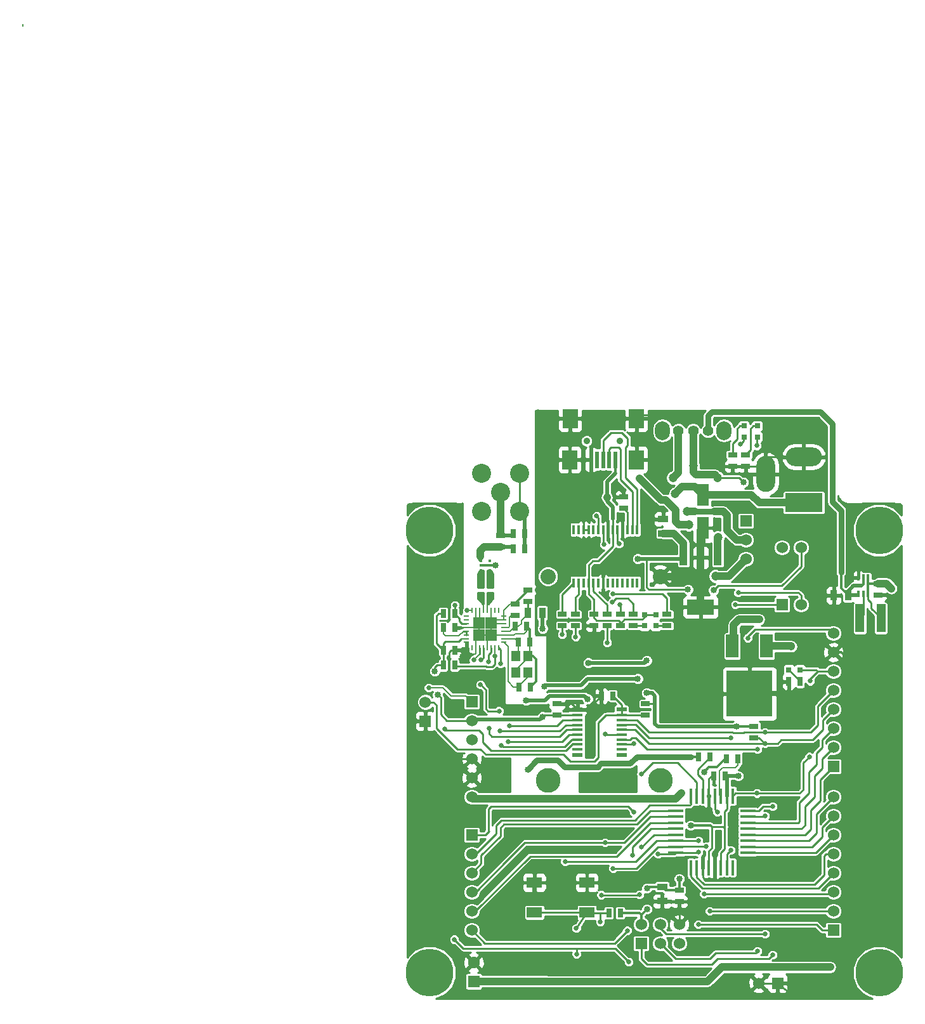
<source format=gtl>
G04 (created by PCBNEW (2013-07-07 BZR 4022)-stable) date Sat 17 Aug 2013 05:37:42 PM NZST*
%MOIN*%
G04 Gerber Fmt 3.4, Leading zero omitted, Abs format*
%FSLAX34Y34*%
G01*
G70*
G90*
G04 APERTURE LIST*
%ADD10C,0.00590551*%
%ADD11R,0.00590551X0.00590551*%
%ADD12C,0.0354*%
%ADD13R,0.0787X0.0984*%
%ADD14R,0.0197X0.0906*%
%ADD15C,0.25*%
%ADD16R,0.0177X0.0787*%
%ADD17R,0.0787X0.0177*%
%ADD18R,0.06X0.06*%
%ADD19C,0.06*%
%ADD20R,0.144X0.08*%
%ADD21R,0.04X0.08*%
%ADD22R,0.035X0.055*%
%ADD23R,0.055X0.035*%
%ADD24R,0.045X0.025*%
%ADD25R,0.025X0.045*%
%ADD26R,0.0236X0.0157*%
%ADD27R,0.0314X0.0314*%
%ADD28R,0.063X0.1181*%
%ADD29R,0.0787402X0.0551181*%
%ADD30R,0.065X0.12*%
%ADD31R,0.24X0.24*%
%ADD32C,0.1*%
%ADD33R,0.0629921X0.0629921*%
%ADD34C,0.0629921*%
%ADD35O,0.189X0.0984252*%
%ADD36R,0.19685X0.0984252*%
%ADD37O,0.0984252X0.189*%
%ADD38C,0.0551181*%
%ADD39O,0.0787402X0.0984252*%
%ADD40R,0.015748X0.011811*%
%ADD41R,0.0137795X0.0334646*%
%ADD42R,0.016X0.05*%
%ADD43R,0.0531496X0.015748*%
%ADD44R,0.0531496X0.023622*%
%ADD45C,0.08*%
%ADD46C,0.13*%
%ADD47R,0.03X0.01*%
%ADD48R,0.01X0.03*%
%ADD49R,0.0472441X0.145669*%
%ADD50R,0.0472441X0.0551181*%
%ADD51C,0.0255906*%
%ADD52C,0.0334646*%
%ADD53C,0.0472441*%
%ADD54C,0.00984252*%
%ADD55C,0.01*%
%ADD56C,0.0137795*%
%ADD57C,0.0295276*%
%ADD58C,0.019685*%
%ADD59C,0.0393701*%
%ADD60C,0.00787402*%
G04 APERTURE END LIST*
G54D10*
G54D11*
X0Y0D03*
X0Y59D03*
G54D12*
X29634Y-21800D03*
X31366Y-21800D03*
G54D13*
X28768Y-20619D03*
X32252Y-20619D03*
X28748Y-22784D03*
X32252Y-22784D03*
G54D14*
X30500Y-22784D03*
X30815Y-22784D03*
X31130Y-22784D03*
X30185Y-22784D03*
X29870Y-22784D03*
G54D15*
X21380Y-26500D03*
X21380Y-49730D03*
X45000Y-26500D03*
X45000Y-49730D03*
G54D16*
X37313Y-44218D03*
X36998Y-44218D03*
X36683Y-44218D03*
X36368Y-44218D03*
X36053Y-44218D03*
X35738Y-44218D03*
X35423Y-44218D03*
X35108Y-44218D03*
X35110Y-40452D03*
X37320Y-40452D03*
X37000Y-40452D03*
X36680Y-40452D03*
X36370Y-40452D03*
X36050Y-40452D03*
X35740Y-40452D03*
X35420Y-40452D03*
G54D17*
X34320Y-43434D03*
X34320Y-43120D03*
X34320Y-42804D03*
X34320Y-42490D03*
X34320Y-42174D03*
X34320Y-41860D03*
X34320Y-41544D03*
X34320Y-41230D03*
X38100Y-43432D03*
X38100Y-43122D03*
X38100Y-42802D03*
X38100Y-42492D03*
X38100Y-42182D03*
X38100Y-41862D03*
X38100Y-41542D03*
X38100Y-41222D03*
G54D18*
X39900Y-30400D03*
G54D19*
X40900Y-30400D03*
X40900Y-27400D03*
X39900Y-27400D03*
G54D20*
X35629Y-30532D03*
G54D21*
X35629Y-27932D03*
X34729Y-27932D03*
X36529Y-27932D03*
G54D22*
X27304Y-30826D03*
X26554Y-30826D03*
G54D23*
X33600Y-45225D03*
X33600Y-45975D03*
X33661Y-26654D03*
X33661Y-25904D03*
G54D24*
X34500Y-45400D03*
X34500Y-46000D03*
G54D25*
X22101Y-31614D03*
X22701Y-31614D03*
X25881Y-31535D03*
X26481Y-31535D03*
G54D24*
X25866Y-30969D03*
X25866Y-30369D03*
G54D25*
X26077Y-34724D03*
X26677Y-34724D03*
X26060Y-32380D03*
X26660Y-32380D03*
X25782Y-27460D03*
X26382Y-27460D03*
X22101Y-32795D03*
X22701Y-32795D03*
G54D24*
X29035Y-30900D03*
X29035Y-31500D03*
X31574Y-25339D03*
X31574Y-24739D03*
X30019Y-30900D03*
X30019Y-31500D03*
X28070Y-36205D03*
X28070Y-35605D03*
G54D25*
X31008Y-35196D03*
X30408Y-35196D03*
X36914Y-39409D03*
X36314Y-39409D03*
G54D24*
X31397Y-31500D03*
X31397Y-30900D03*
X25098Y-27366D03*
X25098Y-26766D03*
G54D25*
X22101Y-30866D03*
X22701Y-30866D03*
X22101Y-33582D03*
X22701Y-33582D03*
G54D24*
X32086Y-31500D03*
X32086Y-30900D03*
X33858Y-31500D03*
X33858Y-30900D03*
G54D25*
X30800Y-46600D03*
X31400Y-46600D03*
G54D24*
X32716Y-36205D03*
X32716Y-35605D03*
X37303Y-23134D03*
X37303Y-22534D03*
X37992Y-23134D03*
X37992Y-22534D03*
X38425Y-37386D03*
X38425Y-36786D03*
G54D25*
X35526Y-38385D03*
X36126Y-38385D03*
G54D24*
X30708Y-31500D03*
X30708Y-30900D03*
X28346Y-31500D03*
X28346Y-30900D03*
G54D25*
X40251Y-34448D03*
X40851Y-34448D03*
X36983Y-38503D03*
X37583Y-38503D03*
G54D26*
X24015Y-29802D03*
X24015Y-29448D03*
X24606Y-29802D03*
X24606Y-29448D03*
G54D18*
X42600Y-47500D03*
G54D19*
X42600Y-46500D03*
X42600Y-45500D03*
X42600Y-44500D03*
X42600Y-43500D03*
X42600Y-42500D03*
X42600Y-41500D03*
X42600Y-40500D03*
G54D18*
X42600Y-38900D03*
G54D19*
X42600Y-37900D03*
X42600Y-36900D03*
X42600Y-35900D03*
X42600Y-34900D03*
X42600Y-33900D03*
X42600Y-32900D03*
X42600Y-31900D03*
G54D18*
X32500Y-48200D03*
G54D19*
X32500Y-47200D03*
X33500Y-48200D03*
X33500Y-47200D03*
X34500Y-48200D03*
X34500Y-47200D03*
G54D18*
X38000Y-26000D03*
G54D19*
X38000Y-27000D03*
X38000Y-28000D03*
G54D18*
X21161Y-36523D03*
G54D19*
X21161Y-35523D03*
G54D18*
X39673Y-50295D03*
G54D19*
X38673Y-50295D03*
G54D18*
X23600Y-42500D03*
G54D19*
X23600Y-43500D03*
X23600Y-44500D03*
X23600Y-45500D03*
X23600Y-46500D03*
X23600Y-47500D03*
G54D18*
X23600Y-35500D03*
G54D19*
X23600Y-36500D03*
X23600Y-37500D03*
X23600Y-38500D03*
X23600Y-39500D03*
X23600Y-40500D03*
G54D27*
X37900Y-21595D03*
X37900Y-21005D03*
X40846Y-33818D03*
X40256Y-33818D03*
X32677Y-30925D03*
X32677Y-31515D03*
X38600Y-21595D03*
X38600Y-21005D03*
X33267Y-30925D03*
X33267Y-31515D03*
G54D28*
X35750Y-24634D03*
X35750Y-26366D03*
G54D29*
X29645Y-46574D03*
X29645Y-45000D03*
X26889Y-45000D03*
X26889Y-46574D03*
G54D25*
X25782Y-26673D03*
X26382Y-26673D03*
G54D30*
X39088Y-32578D03*
G54D31*
X38188Y-35078D03*
G54D30*
X37288Y-32578D03*
G54D32*
X25100Y-24500D03*
X26100Y-23500D03*
X24100Y-23500D03*
X24100Y-25500D03*
X26100Y-25500D03*
G54D33*
X23700Y-50192D03*
G54D34*
X23700Y-49207D03*
G54D35*
X41043Y-22637D03*
G54D36*
X41043Y-25037D03*
G54D37*
X39043Y-23537D03*
G54D38*
X35236Y-21259D03*
X36023Y-21259D03*
X34448Y-21259D03*
G54D39*
X33622Y-21259D03*
X36850Y-21259D03*
G54D40*
X24557Y-28602D03*
X24557Y-28346D03*
X24557Y-28090D03*
X24064Y-28602D03*
X24064Y-28346D03*
X24064Y-28090D03*
G54D41*
X44428Y-28982D03*
X44173Y-28982D03*
X43917Y-28982D03*
X43917Y-29849D03*
X44173Y-29849D03*
X44428Y-29849D03*
G54D22*
X43366Y-29908D03*
X42616Y-29908D03*
G54D24*
X44960Y-29293D03*
X44960Y-29893D03*
G54D42*
X28960Y-29254D03*
X29210Y-29254D03*
X29470Y-29254D03*
X29730Y-29254D03*
X29980Y-29254D03*
X30240Y-29254D03*
X30500Y-29254D03*
X30750Y-29254D03*
X31010Y-29254D03*
X31260Y-29254D03*
X31520Y-29254D03*
X31780Y-29254D03*
X32030Y-29254D03*
X32290Y-29254D03*
X32290Y-26454D03*
X32030Y-26454D03*
X31790Y-26454D03*
X31520Y-26454D03*
X31260Y-26454D03*
X31010Y-26454D03*
X30750Y-26454D03*
X30500Y-26454D03*
X30240Y-26454D03*
X29980Y-26454D03*
X29730Y-26454D03*
X29470Y-26454D03*
X29210Y-26454D03*
X28960Y-26454D03*
G54D43*
X29161Y-36978D03*
X29161Y-37234D03*
X29161Y-37490D03*
X29161Y-37746D03*
X31468Y-36214D03*
X29161Y-36210D03*
X29161Y-36466D03*
X29161Y-36722D03*
X31468Y-38001D03*
X31468Y-37746D03*
X31468Y-37490D03*
X31468Y-37234D03*
X31468Y-36978D03*
X31468Y-36722D03*
X29161Y-38001D03*
X31468Y-36466D03*
G54D44*
X29161Y-35915D03*
X29161Y-38297D03*
X31468Y-38297D03*
X31468Y-35915D03*
G54D45*
X33505Y-28918D03*
X27605Y-28918D03*
G54D46*
X33505Y-39618D03*
X27605Y-39618D03*
G54D47*
X25295Y-31200D03*
X25295Y-31397D03*
X25295Y-31594D03*
X25295Y-31003D03*
G54D48*
X25000Y-30708D03*
X24803Y-30708D03*
X24606Y-30708D03*
X24409Y-30708D03*
X24213Y-30708D03*
X24016Y-30708D03*
X23819Y-30708D03*
X23622Y-30708D03*
G54D47*
X23327Y-32381D03*
X23327Y-31003D03*
X23327Y-31200D03*
X23327Y-31397D03*
X23327Y-31594D03*
X23327Y-31790D03*
X23327Y-31987D03*
X23327Y-32184D03*
G54D48*
X23622Y-32676D03*
X23819Y-32676D03*
X24016Y-32676D03*
X24213Y-32676D03*
X24409Y-32676D03*
X24606Y-32676D03*
X24803Y-32676D03*
X25000Y-32676D03*
G54D47*
X25295Y-32381D03*
X25295Y-32184D03*
X25295Y-31987D03*
X25295Y-31790D03*
G54D33*
X24625Y-31377D03*
X24625Y-32007D03*
X23996Y-31377D03*
X23996Y-32007D03*
G54D24*
X26535Y-30221D03*
X26535Y-29621D03*
G54D49*
X45098Y-31112D03*
X43996Y-31112D03*
G54D50*
X25925Y-33096D03*
X25925Y-33963D03*
X26554Y-33096D03*
X26554Y-33963D03*
G54D51*
X37598Y-29763D03*
X38582Y-22047D03*
X37716Y-21968D03*
X37440Y-30393D03*
G54D52*
X38700Y-31181D03*
G54D53*
X34921Y-25511D03*
X34173Y-23740D03*
G54D51*
X31377Y-30393D03*
X31338Y-27204D03*
X31023Y-29842D03*
X30551Y-27244D03*
X30157Y-25748D03*
X30984Y-30275D03*
X36500Y-41300D03*
X38100Y-32150D03*
X25078Y-37047D03*
X25100Y-33500D03*
X25039Y-35984D03*
X25590Y-36771D03*
X24094Y-33307D03*
X24055Y-34606D03*
X24488Y-33385D03*
X24500Y-36900D03*
X39000Y-37700D03*
X39000Y-47700D03*
X39000Y-41500D03*
X39000Y-37100D03*
X39400Y-48800D03*
X39400Y-41000D03*
X41377Y-34409D03*
X41338Y-38385D03*
X38582Y-40314D03*
X38600Y-48600D03*
X38600Y-38000D03*
X32125Y-41299D03*
X32500Y-39300D03*
X30600Y-42900D03*
X30600Y-37200D03*
X31771Y-47519D03*
X32047Y-43582D03*
X28503Y-43897D03*
X28346Y-31968D03*
X35500Y-42800D03*
X35500Y-47200D03*
X31023Y-44251D03*
X30708Y-32401D03*
X36100Y-46500D03*
X35900Y-43100D03*
X32100Y-37700D03*
X33385Y-43503D03*
X35800Y-45600D03*
X35500Y-43400D03*
X37200Y-37400D03*
X37200Y-43300D03*
X25511Y-37598D03*
X24803Y-33110D03*
X23346Y-30708D03*
X21338Y-34763D03*
X32519Y-43149D03*
X32401Y-45629D03*
X30400Y-45650D03*
X30350Y-47050D03*
X31850Y-49173D03*
X29100Y-48750D03*
X22677Y-47992D03*
X29055Y-32086D03*
X29094Y-47401D03*
X23700Y-33307D03*
X25157Y-37795D03*
X22165Y-36929D03*
X22716Y-30433D03*
G54D52*
X42440Y-49448D03*
X45650Y-29550D03*
X26535Y-39055D03*
X27598Y-50196D03*
X35800Y-39200D03*
X32400Y-23750D03*
G54D53*
X35000Y-26200D03*
X36400Y-28900D03*
G54D52*
X30700Y-24750D03*
X27322Y-31653D03*
X27401Y-34685D03*
X27322Y-36299D03*
X32322Y-34291D03*
X32322Y-27992D03*
X34960Y-29606D03*
X36299Y-29645D03*
X21811Y-35118D03*
X21653Y-33897D03*
X35100Y-42000D03*
X34500Y-44800D03*
G54D53*
X35236Y-23110D03*
G54D52*
X29685Y-35354D03*
X29724Y-33464D03*
X32795Y-33346D03*
X26456Y-35433D03*
X32795Y-35039D03*
X37874Y-23976D03*
X37500Y-36800D03*
X37600Y-39400D03*
X32800Y-46400D03*
X32800Y-45300D03*
G54D53*
X36529Y-23734D03*
X36535Y-26850D03*
X34291Y-24566D03*
G54D52*
X34600Y-40300D03*
X40393Y-32598D03*
X29409Y-39409D03*
X30393Y-44251D03*
X44606Y-28451D03*
X45750Y-30250D03*
X45800Y-29000D03*
X43897Y-28451D03*
X45354Y-28638D03*
X45748Y-31023D03*
X45748Y-31771D03*
X44173Y-33346D03*
X43385Y-30629D03*
X43385Y-31614D03*
X43582Y-32283D03*
X42676Y-30537D03*
X44251Y-32283D03*
X45393Y-32322D03*
X29842Y-38267D03*
X33330Y-44196D03*
X31350Y-44968D03*
X30393Y-45000D03*
X28110Y-41377D03*
X28110Y-42401D03*
X30000Y-42401D03*
X25344Y-40078D03*
X25354Y-38937D03*
X24881Y-41417D03*
X25314Y-47007D03*
X25314Y-43267D03*
X26811Y-47755D03*
X30905Y-47755D03*
X28385Y-47755D03*
X26600Y-36050D03*
X25650Y-36050D03*
X25157Y-33937D03*
X32125Y-39133D03*
X31417Y-40118D03*
X30236Y-40118D03*
X22952Y-25275D03*
X20354Y-25236D03*
X32322Y-21732D03*
X30472Y-20669D03*
X45984Y-25314D03*
X40905Y-37952D03*
X36535Y-41732D03*
X35078Y-41456D03*
X39724Y-41496D03*
X38149Y-39960D03*
X38188Y-40708D03*
X37322Y-41377D03*
X40574Y-39464D03*
X38149Y-38425D03*
X35590Y-48267D03*
X38070Y-48228D03*
X39015Y-48228D03*
X40000Y-48858D03*
X30944Y-48897D03*
X35748Y-49685D03*
X26811Y-48897D03*
X25314Y-45472D03*
X34173Y-20433D03*
X22952Y-27952D03*
X20354Y-27755D03*
X46023Y-35826D03*
X44173Y-35826D03*
X46023Y-40944D03*
X46023Y-48267D03*
X22440Y-48346D03*
X46023Y-27795D03*
X43858Y-25314D03*
X43897Y-27795D03*
X44173Y-46653D03*
X22440Y-50905D03*
X20354Y-48346D03*
X20354Y-43779D03*
X22952Y-27007D03*
X22952Y-26102D03*
X27086Y-22204D03*
X27086Y-21259D03*
X27086Y-20314D03*
X27086Y-25078D03*
X27086Y-24133D03*
X27086Y-23149D03*
X27086Y-27125D03*
X27086Y-26141D03*
X27086Y-28149D03*
X27992Y-29645D03*
X27165Y-30157D03*
X22952Y-28976D03*
X22952Y-29881D03*
X22322Y-30354D03*
X39200Y-25850D03*
X42450Y-26300D03*
X40354Y-26062D03*
X37893Y-25187D03*
X41732Y-48425D03*
X44173Y-40944D03*
X39261Y-31289D03*
X41328Y-31289D03*
X46023Y-33346D03*
X21653Y-33149D03*
X23110Y-33149D03*
X33850Y-32800D03*
X28700Y-32850D03*
X30550Y-32950D03*
X31650Y-32800D03*
X29600Y-32850D03*
X28700Y-34200D03*
X33850Y-36300D03*
G54D51*
X30078Y-34645D03*
G54D52*
X29842Y-24173D03*
X30000Y-41377D03*
X26811Y-41377D03*
X34850Y-28918D03*
X35800Y-28900D03*
X33800Y-27400D03*
X32700Y-24900D03*
X35800Y-42400D03*
X36500Y-46000D03*
X36535Y-42401D03*
X26811Y-44173D03*
X26811Y-45787D03*
X35100Y-32800D03*
X35100Y-36300D03*
X22496Y-34224D03*
X22559Y-35905D03*
X22952Y-35551D03*
X21614Y-37992D03*
X20354Y-34015D03*
X26811Y-43267D03*
X30000Y-43267D03*
X36149Y-36350D03*
X36141Y-35078D03*
X36251Y-32681D03*
X40901Y-43905D03*
X38098Y-44460D03*
X40905Y-34960D03*
X24842Y-28346D03*
X43464Y-29002D03*
X42637Y-29238D03*
X36614Y-23031D03*
X29370Y-50905D03*
X35118Y-50905D03*
X43937Y-50905D03*
X20354Y-39960D03*
X30039Y-32007D03*
X35100Y-31600D03*
X35100Y-35100D03*
X40900Y-46000D03*
X40511Y-50905D03*
X31850Y-27165D03*
X31181Y-24173D03*
X33149Y-22755D03*
G54D54*
X38582Y-22047D02*
X38582Y-21612D01*
X37598Y-29763D02*
X40748Y-29763D01*
X40900Y-30400D02*
X40900Y-29915D01*
X40748Y-29763D02*
X40900Y-29915D01*
X38582Y-21612D02*
X38600Y-21595D01*
G54D55*
X37874Y-21811D02*
X37716Y-21968D01*
X37900Y-21595D02*
X37874Y-21811D01*
X37447Y-30400D02*
X39900Y-30400D01*
X37440Y-30393D02*
X37447Y-30400D01*
G54D54*
X22834Y-37992D02*
X24055Y-37992D01*
X30039Y-38622D02*
X30236Y-38425D01*
X30236Y-36614D02*
X30635Y-36214D01*
X31468Y-36214D02*
X30635Y-36214D01*
X28425Y-38267D02*
X28779Y-38622D01*
X28779Y-38622D02*
X30039Y-38622D01*
X22834Y-37992D02*
X21732Y-36889D01*
X21732Y-36889D02*
X21732Y-35669D01*
X21732Y-35669D02*
X21586Y-35523D01*
X21586Y-35523D02*
X21161Y-35523D01*
X24330Y-38267D02*
X24055Y-37992D01*
X24330Y-38267D02*
X28425Y-38267D01*
X30236Y-36614D02*
X30236Y-38425D01*
X31468Y-35915D02*
X31468Y-35656D01*
X31468Y-35656D02*
X31008Y-35196D01*
X31468Y-36214D02*
X31468Y-35915D01*
X31468Y-36214D02*
X32707Y-36214D01*
G54D56*
X32707Y-36214D02*
X32716Y-36205D01*
G54D54*
X37992Y-22534D02*
X38250Y-22276D01*
X38395Y-21005D02*
X38600Y-21005D01*
X38250Y-21150D02*
X38395Y-21005D01*
X38250Y-22276D02*
X38250Y-21150D01*
X37303Y-22534D02*
X37303Y-21946D01*
X37695Y-21005D02*
X37900Y-21005D01*
X37550Y-21150D02*
X37695Y-21005D01*
X37550Y-21700D02*
X37550Y-21150D01*
X37303Y-21946D02*
X37550Y-21700D01*
G54D57*
X41929Y-20275D02*
X36220Y-20275D01*
X42559Y-25009D02*
X43000Y-25450D01*
X43000Y-25450D02*
X43000Y-28700D01*
G54D56*
X43000Y-28700D02*
X43000Y-29541D01*
X43366Y-29908D02*
X43000Y-29541D01*
G54D57*
X42559Y-20905D02*
X41929Y-20275D01*
X42559Y-20905D02*
X42559Y-25009D01*
X36023Y-20472D02*
X36023Y-21259D01*
X36220Y-20275D02*
X36023Y-20472D01*
G54D56*
X44173Y-28982D02*
X44173Y-29317D01*
X43366Y-29690D02*
X43366Y-29908D01*
G54D58*
X43661Y-29396D02*
X43366Y-29690D01*
X44094Y-29396D02*
X43661Y-29396D01*
G54D56*
X44173Y-29317D02*
X44094Y-29396D01*
X43917Y-29849D02*
X43877Y-29888D01*
G54D58*
X43877Y-29888D02*
X43386Y-29888D01*
X37362Y-32505D02*
X37288Y-32578D01*
G54D59*
X37362Y-31456D02*
X37362Y-32505D01*
X37637Y-31181D02*
X37362Y-31456D01*
X38700Y-31181D02*
X37637Y-31181D01*
X37511Y-27000D02*
X37007Y-26496D01*
X37007Y-26496D02*
X37007Y-25708D01*
X37007Y-25708D02*
X36811Y-25511D01*
X35300Y-25511D02*
X34921Y-25511D01*
G54D57*
X36350Y-25511D02*
X35300Y-25511D01*
G54D59*
X36811Y-25511D02*
X36350Y-25511D01*
X38000Y-27000D02*
X37511Y-27000D01*
X34448Y-23464D02*
X34448Y-21259D01*
X34173Y-23740D02*
X34448Y-23464D01*
G54D58*
X25098Y-26766D02*
X25688Y-26766D01*
X25688Y-26766D02*
X25782Y-26673D01*
G54D56*
X25098Y-26766D02*
X25098Y-24501D01*
X25098Y-24501D02*
X25100Y-24500D01*
G54D60*
X24409Y-30708D02*
X24409Y-30276D01*
X24409Y-30276D02*
X24606Y-30078D01*
X24606Y-30078D02*
X24606Y-29802D01*
G54D56*
X24557Y-28602D02*
X24557Y-29399D01*
X24557Y-29399D02*
X24606Y-29448D01*
G54D60*
X24213Y-30708D02*
X24213Y-30000D01*
X24213Y-30000D02*
X24015Y-29802D01*
G54D56*
X24064Y-28602D02*
X24064Y-29399D01*
X24064Y-29399D02*
X24015Y-29448D01*
G54D59*
X25098Y-27366D02*
X24233Y-27366D01*
X24050Y-27550D02*
X24050Y-27850D01*
G54D58*
X24050Y-27850D02*
X24050Y-28065D01*
G54D59*
X24233Y-27366D02*
X24050Y-27550D01*
G54D58*
X25098Y-27366D02*
X25688Y-27366D01*
X25688Y-27366D02*
X25782Y-27460D01*
G54D55*
X30815Y-22784D02*
X30815Y-22236D01*
X32030Y-24451D02*
X32030Y-26454D01*
X31397Y-23818D02*
X32030Y-24451D01*
X31397Y-22244D02*
X31397Y-23818D01*
X31299Y-22145D02*
X31397Y-22244D01*
X30905Y-22145D02*
X31299Y-22145D01*
X30815Y-22236D02*
X30905Y-22145D01*
X30500Y-22784D02*
X30500Y-21763D01*
X32290Y-24317D02*
X32290Y-26454D01*
X31692Y-23720D02*
X32290Y-24317D01*
X31692Y-22145D02*
X31692Y-23720D01*
X31791Y-22047D02*
X31692Y-22145D01*
X31791Y-21653D02*
X31791Y-22047D01*
X31496Y-21358D02*
X31791Y-21653D01*
X30905Y-21358D02*
X31496Y-21358D01*
X30500Y-21763D02*
X30905Y-21358D01*
X31260Y-26454D02*
X31260Y-27126D01*
X31397Y-30413D02*
X31397Y-30900D01*
X31377Y-30393D02*
X31397Y-30413D01*
X31260Y-27126D02*
X31338Y-27204D01*
X31023Y-29842D02*
X33622Y-29842D01*
X33622Y-29842D02*
X33858Y-30078D01*
X33858Y-30900D02*
X33858Y-30078D01*
X30511Y-26465D02*
X30500Y-26454D01*
X30511Y-27204D02*
X30551Y-27244D01*
X30511Y-26465D02*
X30511Y-27204D01*
X33779Y-30822D02*
X33858Y-30900D01*
X30240Y-26454D02*
X30240Y-25830D01*
X30240Y-25830D02*
X30157Y-25748D01*
X32086Y-30354D02*
X32086Y-30900D01*
X31811Y-30078D02*
X32086Y-30354D01*
X31181Y-30078D02*
X31811Y-30078D01*
X30984Y-30275D02*
X31181Y-30078D01*
X32086Y-30900D02*
X32125Y-30861D01*
X31574Y-25339D02*
X31790Y-25554D01*
X31790Y-25554D02*
X31790Y-26454D01*
G54D54*
X35740Y-40452D02*
X35740Y-39598D01*
X36126Y-38400D02*
X36126Y-38385D01*
X35472Y-39055D02*
X36126Y-38400D01*
X35472Y-39330D02*
X35472Y-39055D01*
X35740Y-39598D02*
X35472Y-39330D01*
G54D60*
X36680Y-40452D02*
X36614Y-40386D01*
X37583Y-38833D02*
X37583Y-38503D01*
X37440Y-38976D02*
X37583Y-38833D01*
X36771Y-38976D02*
X37440Y-38976D01*
X36614Y-39133D02*
X36771Y-38976D01*
X36614Y-40386D02*
X36614Y-39133D01*
G54D54*
X38468Y-31700D02*
X38100Y-32068D01*
X36370Y-40452D02*
X36370Y-41170D01*
X36370Y-41170D02*
X36500Y-41300D01*
X38468Y-31700D02*
X42400Y-31700D01*
X42400Y-31700D02*
X42600Y-31900D01*
X38100Y-32068D02*
X38100Y-32150D01*
G54D55*
X29210Y-29254D02*
X29210Y-29844D01*
X29035Y-30019D02*
X29035Y-30900D01*
X29210Y-29844D02*
X29035Y-30019D01*
G54D54*
X28228Y-37047D02*
X25078Y-37047D01*
X28553Y-36722D02*
X28228Y-37047D01*
X29161Y-36722D02*
X28553Y-36722D01*
X25100Y-32776D02*
X25000Y-32676D01*
X25100Y-32776D02*
X25100Y-33500D01*
G54D55*
X28346Y-30900D02*
X28346Y-29868D01*
X28346Y-29868D02*
X28960Y-29254D01*
X29980Y-29254D02*
X29980Y-29684D01*
X30708Y-30413D02*
X30708Y-30900D01*
X29980Y-29684D02*
X30708Y-30413D01*
G54D54*
X24330Y-35866D02*
X24330Y-34881D01*
X24330Y-35866D02*
X24448Y-35984D01*
X24448Y-35984D02*
X25039Y-35984D01*
X25590Y-36771D02*
X28070Y-36771D01*
X28375Y-36466D02*
X28070Y-36771D01*
X29161Y-36466D02*
X28375Y-36466D01*
X24330Y-34881D02*
X24055Y-34606D01*
X24212Y-33188D02*
X24212Y-32677D01*
X24094Y-33307D02*
X24212Y-33188D01*
X24094Y-34566D02*
X24055Y-34606D01*
X24488Y-33385D02*
X24488Y-33031D01*
X24488Y-33031D02*
X24606Y-32913D01*
X24606Y-32677D02*
X24606Y-32913D01*
X28572Y-36978D02*
X29161Y-36978D01*
X28228Y-37322D02*
X24685Y-37322D01*
X28572Y-36978D02*
X28228Y-37322D01*
X24500Y-37177D02*
X24500Y-36900D01*
X24645Y-37322D02*
X24500Y-37177D01*
X24685Y-37322D02*
X24645Y-37322D01*
X44173Y-29849D02*
X44173Y-30935D01*
X44173Y-30935D02*
X43996Y-31112D01*
G54D60*
X25295Y-31594D02*
X25531Y-31594D01*
X25684Y-30969D02*
X25866Y-30969D01*
X25590Y-31062D02*
X25684Y-30969D01*
X25590Y-31535D02*
X25590Y-31062D01*
X25531Y-31594D02*
X25590Y-31535D01*
X26077Y-34724D02*
X25787Y-34724D01*
X25511Y-32598D02*
X25295Y-32381D01*
X25511Y-34448D02*
X25511Y-32598D01*
X25787Y-34724D02*
X25511Y-34448D01*
X26077Y-34724D02*
X26077Y-34670D01*
X26554Y-34193D02*
X26554Y-33963D01*
X26077Y-34670D02*
X26554Y-34193D01*
G54D56*
X26696Y-33963D02*
X26554Y-33963D01*
G54D60*
X26060Y-32380D02*
X26060Y-32961D01*
X26060Y-32961D02*
X25925Y-33096D01*
X25295Y-32184D02*
X25864Y-32184D01*
X25864Y-32184D02*
X26060Y-32380D01*
G54D54*
X23326Y-31988D02*
X23326Y-31791D01*
G54D60*
X23169Y-31791D02*
X22913Y-32047D01*
X22913Y-32047D02*
X22204Y-32047D01*
X22204Y-32047D02*
X22101Y-31944D01*
X22101Y-31944D02*
X22101Y-31614D01*
G54D54*
X23326Y-31791D02*
X23169Y-31791D01*
X26554Y-30826D02*
X26554Y-30239D01*
G54D56*
X26554Y-30239D02*
X26535Y-30221D01*
G54D54*
X26554Y-30239D02*
X26535Y-30221D01*
G54D60*
X26554Y-30193D02*
X26589Y-30157D01*
X26200Y-31240D02*
X26554Y-30886D01*
X26200Y-31397D02*
X26200Y-31240D01*
X25881Y-31535D02*
X26062Y-31535D01*
X26062Y-31535D02*
X26200Y-31397D01*
X25295Y-31790D02*
X25625Y-31790D01*
X25625Y-31790D02*
X25881Y-31535D01*
X25881Y-31638D02*
X25881Y-31456D01*
G54D55*
X33267Y-31515D02*
X33843Y-31515D01*
X33843Y-31515D02*
X33858Y-31500D01*
X32086Y-31500D02*
X32662Y-31500D01*
X32662Y-31500D02*
X32677Y-31515D01*
G54D54*
X40851Y-34448D02*
X40851Y-34413D01*
X40851Y-34413D02*
X40256Y-33818D01*
G54D55*
X38100Y-42492D02*
X41107Y-42492D01*
X41900Y-39600D02*
X42600Y-38900D01*
X41900Y-40700D02*
X41900Y-39600D01*
X41400Y-41200D02*
X41900Y-40700D01*
X41400Y-42200D02*
X41400Y-41200D01*
X41107Y-42492D02*
X41400Y-42200D01*
X38100Y-42182D02*
X40917Y-42182D01*
X42000Y-38500D02*
X42600Y-37900D01*
X42000Y-39000D02*
X42000Y-38500D01*
X41600Y-39400D02*
X42000Y-39000D01*
X41600Y-40500D02*
X41600Y-39400D01*
X41100Y-41000D02*
X41600Y-40500D01*
X41100Y-42000D02*
X41100Y-41000D01*
X40917Y-42182D02*
X41100Y-42000D01*
X38100Y-41862D02*
X40737Y-41862D01*
X42000Y-37500D02*
X42600Y-36900D01*
X42000Y-37900D02*
X42000Y-37500D01*
X41700Y-38200D02*
X42000Y-37900D01*
X41700Y-38800D02*
X41700Y-38200D01*
X41300Y-39200D02*
X41700Y-38800D01*
X41300Y-40300D02*
X41300Y-39200D01*
X40800Y-40800D02*
X41300Y-40300D01*
X40800Y-41800D02*
X40800Y-40800D01*
X40737Y-41862D02*
X40800Y-41800D01*
G54D54*
X38425Y-37386D02*
X38686Y-37386D01*
X38686Y-37386D02*
X39000Y-37700D01*
X39862Y-37504D02*
X41511Y-37504D01*
X42047Y-36452D02*
X42600Y-35900D01*
X42047Y-36968D02*
X42047Y-36452D01*
X41511Y-37504D02*
X42047Y-36968D01*
X31468Y-36978D02*
X32000Y-36978D01*
X32178Y-36978D02*
X32900Y-37700D01*
X32900Y-37700D02*
X38425Y-37700D01*
X38425Y-37700D02*
X39000Y-37700D01*
X32000Y-36978D02*
X32178Y-36978D01*
X39666Y-37700D02*
X39862Y-37504D01*
X39000Y-37700D02*
X39666Y-37700D01*
G54D55*
X38100Y-41542D02*
X38957Y-41542D01*
G54D54*
X33500Y-47400D02*
X33500Y-47200D01*
X39000Y-47700D02*
X33800Y-47700D01*
X33800Y-47700D02*
X33500Y-47400D01*
G54D55*
X38957Y-41542D02*
X39000Y-41500D01*
G54D54*
X39000Y-37100D02*
X41403Y-37100D01*
X41771Y-35728D02*
X42600Y-34900D01*
X41771Y-36732D02*
X41771Y-35728D01*
X41403Y-37100D02*
X41771Y-36732D01*
X32266Y-36466D02*
X32900Y-37100D01*
X39000Y-37100D02*
X37913Y-37100D01*
X37913Y-37100D02*
X37895Y-37125D01*
X37895Y-37125D02*
X37329Y-37125D01*
X37329Y-37125D02*
X37308Y-37103D01*
X37308Y-37103D02*
X32900Y-37100D01*
X32000Y-36466D02*
X32266Y-36466D01*
X32000Y-36466D02*
X31468Y-36466D01*
G54D55*
X38100Y-41222D02*
X38677Y-41222D01*
G54D54*
X32500Y-49000D02*
X32500Y-48200D01*
X39400Y-48800D02*
X39200Y-49000D01*
X39200Y-49000D02*
X36500Y-49000D01*
X36500Y-49000D02*
X36200Y-49300D01*
X36200Y-49300D02*
X32800Y-49300D01*
X32800Y-49300D02*
X32500Y-49000D01*
G54D55*
X38900Y-41000D02*
X39400Y-41000D01*
X38677Y-41222D02*
X38900Y-41000D01*
G54D54*
X37320Y-40452D02*
X37458Y-40314D01*
X37458Y-40314D02*
X38582Y-40314D01*
X38582Y-40314D02*
X40826Y-40314D01*
X41023Y-40118D02*
X41023Y-39094D01*
X40826Y-40314D02*
X41023Y-40118D01*
X40846Y-33818D02*
X41692Y-33818D01*
X41692Y-33818D02*
X41774Y-33900D01*
X41023Y-39113D02*
X41023Y-39094D01*
X41377Y-34409D02*
X41377Y-34291D01*
X41023Y-39094D02*
X41023Y-38700D01*
X41023Y-38700D02*
X41338Y-38385D01*
X41377Y-34291D02*
X41769Y-33900D01*
X41769Y-33900D02*
X41774Y-33900D01*
X41774Y-33900D02*
X42600Y-33900D01*
X38600Y-48600D02*
X38500Y-48700D01*
X38500Y-48700D02*
X36400Y-48700D01*
X36400Y-48700D02*
X36100Y-49000D01*
X36100Y-49000D02*
X34300Y-49000D01*
X33500Y-48200D02*
X34300Y-49000D01*
X31909Y-37490D02*
X32000Y-37400D01*
X32000Y-37400D02*
X32200Y-37400D01*
X32200Y-37400D02*
X32800Y-38000D01*
X32900Y-38000D02*
X32800Y-38000D01*
X38600Y-38000D02*
X32900Y-38000D01*
X31909Y-37490D02*
X31468Y-37490D01*
X33100Y-38700D02*
X34400Y-38700D01*
X24482Y-41147D02*
X24627Y-41002D01*
X31829Y-41002D02*
X32125Y-41299D01*
G54D55*
X35420Y-40452D02*
X35420Y-39720D01*
X33100Y-38700D02*
X32500Y-39300D01*
G54D54*
X31829Y-41002D02*
X24627Y-41002D01*
X24482Y-41147D02*
X24482Y-42317D01*
X34400Y-38700D02*
X35420Y-39720D01*
G54D55*
X24300Y-42500D02*
X23600Y-42500D01*
X24500Y-42300D02*
X24482Y-42317D01*
X24482Y-42317D02*
X24300Y-42500D01*
G54D54*
X32950Y-40947D02*
X35052Y-40947D01*
X35110Y-40889D02*
X35110Y-40452D01*
X35052Y-40947D02*
X35110Y-40889D01*
G54D55*
X23800Y-43500D02*
X23600Y-43500D01*
X24878Y-42421D02*
X23800Y-43500D01*
X24878Y-41996D02*
X24878Y-42421D01*
X25143Y-41732D02*
X24878Y-41996D01*
X32165Y-41732D02*
X25143Y-41732D01*
X32940Y-40957D02*
X32950Y-40947D01*
X32950Y-40947D02*
X32165Y-41732D01*
G54D54*
X25100Y-42121D02*
X25100Y-42577D01*
G54D55*
X32981Y-41230D02*
X32283Y-41929D01*
X32283Y-41929D02*
X25292Y-41929D01*
X25292Y-41929D02*
X25100Y-42121D01*
X34320Y-41230D02*
X32981Y-41230D01*
G54D54*
X24094Y-44005D02*
X23600Y-44500D01*
X24094Y-43582D02*
X24094Y-44005D01*
X25100Y-42577D02*
X24094Y-43582D01*
G54D55*
X31468Y-37234D02*
X30634Y-37234D01*
X30600Y-37200D02*
X30634Y-37234D01*
X34320Y-41544D02*
X32982Y-41544D01*
X23800Y-45500D02*
X23600Y-45500D01*
X25418Y-43881D02*
X23800Y-45500D01*
X25418Y-43873D02*
X25418Y-43881D01*
X26391Y-42900D02*
X25418Y-43873D01*
X31627Y-42900D02*
X30600Y-42900D01*
X30600Y-42900D02*
X26391Y-42900D01*
X32982Y-41544D02*
X31627Y-42900D01*
G54D54*
X26666Y-43618D02*
X23784Y-46500D01*
G54D55*
X32981Y-41860D02*
X31224Y-43618D01*
X31224Y-43618D02*
X26666Y-43618D01*
X34320Y-41860D02*
X32981Y-41860D01*
G54D54*
X23784Y-46500D02*
X23600Y-46500D01*
G54D55*
X23800Y-46500D02*
X23600Y-46500D01*
G54D54*
X31771Y-47519D02*
X31102Y-48188D01*
X24288Y-48188D02*
X23600Y-47500D01*
X31102Y-48188D02*
X24288Y-48188D01*
X34320Y-42174D02*
X33022Y-42174D01*
X31771Y-47519D02*
X31751Y-47500D01*
X32047Y-43149D02*
X32047Y-43582D01*
X33022Y-42174D02*
X32047Y-43149D01*
X28346Y-31500D02*
X28346Y-31968D01*
X33297Y-42804D02*
X34320Y-42804D01*
X32204Y-43897D02*
X33297Y-42804D01*
X28503Y-43897D02*
X32204Y-43897D01*
G54D55*
X35500Y-47200D02*
X41700Y-47200D01*
X35495Y-42804D02*
X35500Y-42800D01*
X34320Y-42804D02*
X35495Y-42804D01*
X42000Y-47500D02*
X42600Y-47500D01*
X41700Y-47200D02*
X42000Y-47500D01*
G54D54*
X30708Y-31500D02*
X30708Y-32401D01*
X33375Y-43120D02*
X34320Y-43120D01*
X32244Y-44251D02*
X33375Y-43120D01*
X31023Y-44251D02*
X32244Y-44251D01*
G54D55*
X34320Y-43120D02*
X34341Y-43100D01*
X36100Y-46500D02*
X42600Y-46500D01*
X34341Y-43100D02*
X35900Y-43100D01*
G54D54*
X33385Y-43503D02*
X34251Y-43503D01*
G54D55*
X31468Y-37746D02*
X32053Y-37746D01*
X32100Y-37700D02*
X32053Y-37746D01*
G54D54*
X34251Y-43503D02*
X34320Y-43434D01*
G54D55*
X34320Y-43434D02*
X35465Y-43434D01*
X42500Y-45600D02*
X42600Y-45500D01*
X35800Y-45600D02*
X42500Y-45600D01*
X35465Y-43434D02*
X35500Y-43400D01*
X35108Y-44218D02*
X35108Y-44708D01*
X41800Y-45300D02*
X42600Y-44500D01*
X35700Y-45300D02*
X41800Y-45300D01*
X35108Y-44708D02*
X35700Y-45300D01*
X35700Y-45000D02*
X35799Y-45099D01*
X35423Y-44723D02*
X35700Y-45000D01*
X42600Y-43500D02*
X42200Y-43500D01*
X35423Y-44723D02*
X35423Y-44218D01*
X42100Y-43600D02*
X42200Y-43500D01*
X42100Y-44600D02*
X42100Y-43600D01*
X41600Y-45099D02*
X42100Y-44600D01*
X35799Y-45099D02*
X41600Y-45099D01*
X38100Y-43432D02*
X41667Y-43432D01*
X41667Y-43432D02*
X42600Y-42500D01*
X38100Y-43122D02*
X41477Y-43122D01*
X42000Y-42100D02*
X42600Y-41500D01*
X42000Y-42600D02*
X42000Y-42100D01*
X41477Y-43122D02*
X42000Y-42600D01*
X38100Y-42802D02*
X41297Y-42802D01*
X41700Y-41400D02*
X42600Y-40500D01*
X41700Y-42400D02*
X41700Y-41400D01*
X41297Y-42802D02*
X41700Y-42400D01*
G54D54*
X36998Y-44218D02*
X36998Y-43501D01*
G54D10*
X31490Y-36700D02*
X31468Y-36722D01*
G54D54*
X32000Y-36700D02*
X31490Y-36700D01*
X32200Y-36700D02*
X32000Y-36700D01*
X37200Y-37400D02*
X32900Y-37400D01*
X36998Y-43501D02*
X37200Y-43300D01*
X32900Y-37400D02*
X32200Y-36700D01*
X28710Y-37234D02*
X28346Y-37598D01*
X28346Y-37598D02*
X25511Y-37598D01*
X28710Y-37234D02*
X29161Y-37234D01*
X22701Y-33582D02*
X22740Y-33622D01*
X22740Y-33622D02*
X24291Y-33622D01*
X24291Y-33622D02*
X24330Y-33622D01*
X24330Y-33622D02*
X24370Y-33661D01*
X24370Y-33661D02*
X24685Y-33661D01*
X24685Y-33661D02*
X24803Y-33543D01*
X24803Y-33543D02*
X24803Y-33110D01*
G54D10*
X24803Y-32677D02*
X24803Y-33110D01*
G54D60*
X23600Y-35500D02*
X23296Y-35196D01*
G54D10*
X23346Y-30708D02*
X23622Y-30708D01*
G54D60*
X22086Y-34763D02*
X21338Y-34763D01*
X22519Y-35196D02*
X22086Y-34763D01*
X23296Y-35196D02*
X22519Y-35196D01*
G54D54*
X30350Y-46600D02*
X30350Y-47050D01*
X33178Y-42490D02*
X32519Y-43149D01*
X33178Y-42490D02*
X34320Y-42490D01*
X32381Y-45650D02*
X32401Y-45629D01*
X30400Y-45650D02*
X32381Y-45650D01*
X31850Y-49173D02*
X31141Y-48464D01*
X29100Y-48464D02*
X31141Y-48464D01*
X29100Y-48750D02*
X29100Y-48464D01*
X30800Y-46600D02*
X30350Y-46600D01*
X30350Y-46600D02*
X29670Y-46600D01*
G54D10*
X29670Y-46600D02*
X29645Y-46574D01*
G54D54*
X23149Y-48464D02*
X22677Y-47992D01*
X29100Y-48464D02*
X23149Y-48464D01*
X29645Y-46574D02*
X26889Y-46574D01*
X29035Y-31500D02*
X29055Y-31520D01*
X29055Y-31520D02*
X29055Y-32086D01*
X29612Y-46608D02*
X29645Y-46574D01*
X29094Y-47401D02*
X29612Y-46608D01*
G54D55*
X29708Y-46637D02*
X29645Y-46574D01*
G54D10*
X23700Y-33307D02*
X24015Y-32992D01*
G54D54*
X24015Y-32677D02*
X24015Y-32992D01*
X25236Y-37874D02*
X25157Y-37795D01*
X28848Y-37490D02*
X29161Y-37490D01*
X28464Y-37874D02*
X25511Y-37874D01*
X28848Y-37490D02*
X28464Y-37874D01*
X25511Y-37874D02*
X25236Y-37874D01*
X23976Y-37007D02*
X22244Y-37007D01*
X22244Y-37007D02*
X22165Y-36929D01*
X29161Y-37746D02*
X28868Y-37746D01*
X24173Y-37204D02*
X23976Y-37007D01*
X24173Y-37637D02*
X24173Y-37204D01*
X24606Y-38070D02*
X24173Y-37637D01*
X28543Y-38070D02*
X24606Y-38070D01*
X28868Y-37746D02*
X28543Y-38070D01*
G54D10*
X22716Y-30851D02*
X22701Y-30866D01*
G54D54*
X22716Y-30433D02*
X22716Y-30851D01*
X23326Y-31397D02*
X23090Y-31397D01*
X23090Y-31397D02*
X22952Y-31259D01*
X22952Y-31259D02*
X22952Y-31117D01*
X22952Y-31117D02*
X22701Y-30866D01*
G54D57*
X28464Y-38937D02*
X28110Y-38582D01*
G54D54*
X44428Y-29849D02*
X44428Y-30147D01*
X44576Y-30590D02*
X45098Y-31112D01*
X44576Y-30295D02*
X44576Y-30590D01*
X44428Y-30147D02*
X44576Y-30295D01*
G54D59*
X44960Y-29293D02*
X45393Y-29293D01*
X42440Y-49448D02*
X36732Y-49448D01*
X36732Y-49448D02*
X35984Y-50196D01*
X35984Y-50196D02*
X27598Y-50196D01*
X45393Y-29293D02*
X45650Y-29550D01*
G54D58*
X45014Y-29293D02*
X44960Y-29293D01*
G54D56*
X35526Y-38385D02*
X35118Y-38385D01*
G54D57*
X30236Y-38937D02*
X30236Y-38897D01*
X30236Y-38897D02*
X30393Y-38740D01*
X30393Y-38740D02*
X31929Y-38740D01*
X31929Y-38740D02*
X32283Y-38385D01*
X27007Y-38582D02*
X26535Y-39055D01*
X35118Y-38385D02*
X32283Y-38385D01*
X28110Y-38582D02*
X27007Y-38582D01*
X28464Y-38937D02*
X30236Y-38937D01*
G54D56*
X44960Y-29293D02*
X44428Y-29293D01*
X44448Y-29317D02*
X44428Y-29317D01*
X44448Y-29312D02*
X44448Y-29317D01*
X44428Y-29293D02*
X44448Y-29312D01*
X44428Y-29849D02*
X44428Y-29317D01*
X44428Y-29317D02*
X44428Y-28982D01*
G54D59*
X27593Y-50192D02*
X23700Y-50192D01*
X27598Y-50196D02*
X27593Y-50192D01*
G54D56*
X36062Y-38937D02*
X36496Y-38937D01*
X36062Y-38937D02*
X35800Y-39200D01*
X36496Y-38937D02*
X36956Y-38476D01*
G54D59*
X34467Y-26200D02*
X34309Y-26041D01*
X34309Y-26041D02*
X34309Y-25421D01*
X34309Y-25421D02*
X33788Y-24900D01*
X33788Y-24900D02*
X33550Y-24900D01*
X33550Y-24900D02*
X32400Y-23750D01*
X38000Y-28000D02*
X37100Y-28900D01*
X37100Y-28900D02*
X36400Y-28900D01*
X35000Y-26200D02*
X34467Y-26200D01*
X30700Y-24750D02*
X30708Y-24750D01*
G54D55*
X31397Y-31500D02*
X31397Y-31397D01*
X32677Y-31062D02*
X32677Y-30925D01*
X32559Y-31181D02*
X32677Y-31062D01*
X31614Y-31181D02*
X32559Y-31181D01*
X31397Y-31397D02*
X31614Y-31181D01*
X32677Y-30925D02*
X33267Y-30925D01*
X30019Y-30900D02*
X30019Y-31082D01*
X31397Y-31318D02*
X31397Y-31500D01*
X31299Y-31220D02*
X31397Y-31318D01*
X30157Y-31220D02*
X31299Y-31220D01*
X30019Y-31082D02*
X30157Y-31220D01*
X29730Y-29254D02*
X29730Y-28340D01*
X31010Y-27336D02*
X31010Y-26454D01*
X30236Y-28110D02*
X31010Y-27336D01*
X29960Y-28110D02*
X30236Y-28110D01*
X29730Y-28340D02*
X29960Y-28110D01*
G54D56*
X31130Y-22784D02*
X31130Y-23515D01*
G54D58*
X30708Y-23937D02*
X30708Y-24750D01*
X31130Y-23515D02*
X30708Y-23937D01*
X30708Y-24750D02*
X30708Y-24960D01*
X31010Y-25262D02*
X31000Y-25900D01*
G54D55*
X31000Y-25900D02*
X31010Y-26454D01*
G54D58*
X30708Y-24960D02*
X31010Y-25262D01*
G54D55*
X29730Y-29254D02*
X29730Y-29828D01*
X30019Y-30118D02*
X30019Y-30900D01*
X29730Y-29828D02*
X30019Y-30118D01*
G54D58*
X27322Y-31653D02*
X27304Y-31634D01*
X27304Y-31634D02*
X27304Y-30826D01*
G54D54*
X28070Y-36205D02*
X27416Y-36205D01*
X27416Y-36205D02*
X27322Y-36299D01*
G54D58*
X27175Y-36417D02*
X23603Y-36417D01*
X27322Y-36299D02*
X27175Y-36417D01*
X29330Y-34645D02*
X27440Y-34645D01*
X29685Y-34291D02*
X29330Y-34645D01*
X32322Y-34291D02*
X29685Y-34291D01*
X32795Y-27992D02*
X32322Y-27992D01*
X27440Y-34645D02*
X27401Y-34685D01*
G54D54*
X32795Y-27992D02*
X32795Y-29488D01*
X32795Y-29488D02*
X32913Y-29606D01*
X32913Y-29606D02*
X34960Y-29606D01*
X36299Y-29645D02*
X36544Y-29400D01*
X36544Y-29400D02*
X39891Y-29400D01*
X39891Y-29400D02*
X40900Y-28391D01*
X40900Y-28391D02*
X40900Y-27400D01*
X22444Y-36500D02*
X22287Y-36500D01*
X22287Y-36500D02*
X21968Y-36181D01*
X21968Y-36181D02*
X21968Y-35275D01*
X21968Y-35275D02*
X21811Y-35118D01*
X21653Y-33897D02*
X21653Y-33700D01*
X21653Y-33700D02*
X21771Y-33582D01*
X21771Y-33582D02*
X22101Y-33582D01*
X23600Y-36500D02*
X22444Y-36500D01*
G54D58*
X23603Y-36496D02*
X23600Y-36500D01*
G54D54*
X22101Y-32795D02*
X22101Y-33582D01*
X22101Y-33582D02*
X22125Y-33607D01*
X22101Y-32795D02*
X21732Y-32425D01*
X21850Y-30866D02*
X22101Y-30866D01*
X21732Y-30984D02*
X21850Y-30866D01*
X21732Y-32425D02*
X21732Y-30984D01*
X29161Y-36210D02*
X28075Y-36210D01*
X28075Y-36210D02*
X28070Y-36205D01*
G54D60*
X23326Y-32185D02*
X23051Y-32185D01*
G54D54*
X23051Y-32185D02*
X22913Y-32322D01*
X22913Y-32322D02*
X22204Y-32322D01*
X22204Y-32322D02*
X22101Y-32425D01*
X22101Y-32425D02*
X22101Y-32795D01*
G54D58*
X34670Y-27992D02*
X32795Y-27992D01*
X34729Y-27932D02*
X34670Y-27992D01*
G54D59*
X33661Y-26654D02*
X34213Y-26654D01*
X34729Y-27170D02*
X34729Y-27932D01*
X34213Y-26654D02*
X34729Y-27170D01*
G54D54*
X32716Y-35605D02*
X33228Y-35605D01*
X33228Y-35605D02*
X33228Y-35629D01*
G54D58*
X33228Y-36653D02*
X33228Y-35629D01*
X37500Y-36800D02*
X35343Y-36800D01*
X33374Y-36800D02*
X33228Y-36653D01*
X35343Y-36800D02*
X33374Y-36800D01*
X33228Y-35629D02*
X33228Y-35196D01*
X33070Y-35039D02*
X32795Y-35039D01*
X33228Y-35196D02*
X33070Y-35039D01*
G54D54*
X36200Y-42066D02*
X36889Y-42066D01*
G54D56*
X36889Y-42066D02*
X36869Y-42086D01*
X36869Y-42086D02*
X36850Y-42086D01*
X36850Y-42086D02*
X36889Y-42086D01*
G54D54*
X36200Y-43200D02*
X36200Y-42066D01*
G54D56*
X36200Y-42066D02*
X36133Y-42000D01*
X36133Y-42000D02*
X35100Y-42000D01*
X34500Y-45400D02*
X34500Y-44800D01*
G54D55*
X36053Y-43346D02*
X36053Y-44218D01*
X36053Y-43346D02*
X36200Y-43200D01*
G54D54*
X36683Y-44218D02*
X36683Y-43444D01*
X36889Y-43238D02*
X36889Y-42086D01*
X36683Y-43444D02*
X36889Y-43238D01*
X36889Y-42086D02*
X36889Y-42007D01*
X36889Y-41259D02*
X37000Y-41149D01*
X36889Y-42007D02*
X36889Y-41259D01*
X37000Y-41149D02*
X37000Y-40452D01*
G54D58*
X29685Y-35354D02*
X29527Y-35196D01*
X32677Y-33464D02*
X29724Y-33464D01*
X32795Y-33346D02*
X32677Y-33464D01*
X27447Y-35433D02*
X26456Y-35433D01*
X27683Y-35196D02*
X27447Y-35433D01*
X29527Y-35196D02*
X27683Y-35196D01*
G54D56*
X37500Y-36800D02*
X38411Y-36800D01*
X38411Y-36800D02*
X38425Y-36786D01*
X26456Y-35433D02*
X26456Y-35433D01*
X29685Y-35393D02*
X29606Y-35314D01*
G54D54*
X36529Y-23734D02*
X37632Y-23734D01*
X37632Y-23734D02*
X37874Y-23976D01*
G54D58*
X36900Y-39400D02*
X37600Y-39400D01*
X37000Y-40452D02*
X37000Y-39500D01*
X37000Y-39500D02*
X36900Y-39400D01*
G54D56*
X32500Y-46700D02*
X32800Y-46400D01*
X32800Y-45300D02*
X32875Y-45225D01*
X32875Y-45225D02*
X33600Y-45225D01*
X31400Y-46600D02*
X32400Y-46600D01*
X32400Y-46600D02*
X32500Y-46700D01*
X32500Y-46700D02*
X32500Y-47200D01*
X34500Y-45400D02*
X33775Y-45400D01*
X33775Y-45400D02*
X33600Y-45225D01*
G54D59*
X36529Y-23734D02*
X36377Y-23582D01*
X35236Y-23149D02*
X35236Y-23425D01*
X35236Y-23110D02*
X35236Y-23149D01*
X35393Y-23582D02*
X35236Y-23425D01*
X36377Y-23582D02*
X35393Y-23582D01*
X35236Y-21259D02*
X35236Y-23110D01*
X36529Y-26855D02*
X36529Y-27932D01*
X36535Y-26850D02*
X36529Y-26855D01*
X34291Y-24566D02*
X34645Y-24212D01*
X34600Y-40300D02*
X34309Y-40590D01*
X23600Y-40500D02*
X23690Y-40590D01*
X34309Y-40590D02*
X23690Y-40590D01*
X35328Y-24212D02*
X35750Y-24634D01*
X34645Y-24212D02*
X35328Y-24212D01*
X40374Y-32578D02*
X39088Y-32578D01*
X40393Y-32598D02*
X40374Y-32578D01*
X35750Y-24634D02*
X38295Y-24634D01*
X38699Y-25037D02*
X41043Y-25037D01*
X38295Y-24634D02*
X38699Y-25037D01*
G54D60*
X29409Y-39409D02*
X29425Y-39425D01*
G54D54*
X30393Y-45000D02*
X30393Y-44251D01*
X20354Y-39960D02*
X23139Y-39960D01*
X23139Y-39960D02*
X23600Y-39500D01*
X44606Y-28451D02*
X44606Y-28464D01*
X45750Y-30250D02*
X46050Y-29950D01*
X46050Y-29950D02*
X46050Y-29250D01*
X46050Y-29250D02*
X45800Y-29000D01*
X45748Y-31771D02*
X45748Y-31023D01*
X42676Y-30537D02*
X43293Y-30537D01*
X43293Y-30537D02*
X43385Y-30629D01*
X43385Y-31614D02*
X43385Y-32086D01*
X43385Y-32086D02*
X43582Y-32283D01*
X44251Y-32283D02*
X45354Y-32283D01*
X45354Y-32283D02*
X45393Y-32322D01*
X29685Y-35915D02*
X29685Y-38110D01*
X29685Y-38110D02*
X29842Y-38267D01*
X29645Y-45000D02*
X30393Y-45000D01*
G54D60*
X32559Y-44968D02*
X33330Y-44196D01*
X31350Y-44968D02*
X32559Y-44968D01*
G54D56*
X26677Y-34724D02*
X26968Y-34433D01*
X26797Y-33096D02*
X26554Y-33096D01*
X26968Y-33267D02*
X26797Y-33096D01*
X26968Y-33307D02*
X26968Y-33267D01*
X26968Y-34433D02*
X26968Y-33307D01*
G54D60*
X26660Y-32380D02*
X26660Y-32991D01*
X26660Y-32991D02*
X26554Y-33096D01*
X25925Y-33963D02*
X25925Y-33838D01*
X25925Y-33838D02*
X26554Y-33208D01*
X26554Y-33208D02*
X26554Y-33096D01*
G54D54*
X28110Y-41377D02*
X26811Y-41377D01*
X28110Y-42401D02*
X30000Y-42401D01*
G54D56*
X25354Y-39606D02*
X25354Y-38937D01*
X25344Y-40078D02*
X25354Y-39606D01*
G54D54*
X24881Y-41417D02*
X26771Y-41417D01*
X26771Y-41417D02*
X26811Y-41377D01*
X26811Y-47755D02*
X26062Y-47755D01*
X26062Y-47755D02*
X25314Y-47007D01*
X28385Y-47755D02*
X26811Y-47755D01*
X30905Y-47755D02*
X28385Y-47755D01*
X25650Y-36050D02*
X25650Y-35925D01*
X26600Y-36050D02*
X25650Y-36050D01*
X25145Y-33948D02*
X25157Y-33937D01*
X25145Y-33948D02*
X24881Y-34212D01*
X24881Y-34212D02*
X22496Y-34224D01*
X25157Y-35433D02*
X25157Y-33937D01*
X25650Y-35925D02*
X25157Y-35433D01*
X25866Y-30369D02*
X25866Y-30290D01*
X25866Y-30290D02*
X26535Y-29621D01*
X31417Y-40118D02*
X31417Y-39921D01*
X31417Y-39921D02*
X32125Y-39133D01*
X31417Y-40118D02*
X31417Y-40078D01*
X31259Y-40118D02*
X31417Y-40118D01*
X30236Y-40118D02*
X31259Y-40118D01*
X20511Y-25078D02*
X22755Y-25078D01*
X20354Y-25236D02*
X20511Y-25078D01*
X22755Y-25078D02*
X22952Y-25275D01*
X32252Y-20619D02*
X32252Y-21661D01*
X32252Y-21661D02*
X32322Y-21732D01*
X28768Y-20619D02*
X30422Y-20619D01*
X30422Y-20619D02*
X30472Y-20669D01*
X45787Y-25078D02*
X45984Y-25314D01*
X44133Y-25078D02*
X45787Y-25078D01*
X43858Y-25314D02*
X44133Y-25078D01*
X40905Y-37952D02*
X40905Y-37992D01*
X36050Y-40452D02*
X36050Y-41732D01*
X36050Y-41732D02*
X36023Y-41732D01*
X36535Y-41732D02*
X36023Y-41732D01*
X36023Y-41732D02*
X35354Y-41732D01*
X35354Y-41732D02*
X35078Y-41456D01*
X38149Y-38425D02*
X38149Y-39960D01*
X38881Y-39464D02*
X40574Y-39464D01*
X38149Y-39960D02*
X38881Y-39464D01*
X39015Y-48228D02*
X38070Y-48228D01*
X35590Y-48267D02*
X35629Y-48228D01*
X35629Y-48228D02*
X38070Y-48228D01*
X26811Y-45787D02*
X25944Y-45787D01*
X25944Y-45787D02*
X25629Y-45787D01*
X25629Y-45787D02*
X25314Y-45472D01*
X26417Y-45787D02*
X26811Y-45787D01*
X40511Y-50905D02*
X43937Y-50905D01*
X32252Y-20619D02*
X32437Y-20433D01*
X32437Y-20433D02*
X34173Y-20433D01*
X20354Y-34015D02*
X20354Y-27755D01*
X46023Y-35826D02*
X46023Y-33346D01*
X46023Y-40944D02*
X46023Y-35826D01*
X46023Y-35826D02*
X44173Y-35826D01*
X45826Y-47992D02*
X46023Y-48267D01*
X45826Y-47992D02*
X44527Y-47992D01*
X22440Y-50905D02*
X22913Y-50511D01*
X22913Y-48818D02*
X22440Y-48346D01*
X22913Y-50511D02*
X22913Y-48818D01*
X43897Y-27795D02*
X44173Y-28070D01*
X45748Y-28070D02*
X46023Y-27795D01*
X44173Y-28070D02*
X45748Y-28070D01*
X43897Y-28451D02*
X43897Y-27834D01*
X43897Y-27834D02*
X43897Y-27834D01*
X43897Y-27834D02*
X43897Y-27795D01*
X44527Y-47992D02*
X44527Y-47007D01*
X44527Y-47007D02*
X44173Y-46653D01*
X43937Y-50905D02*
X43464Y-50511D01*
X43464Y-50511D02*
X43464Y-49055D01*
X43464Y-49055D02*
X44527Y-47992D01*
X38673Y-50295D02*
X39673Y-50295D01*
X39673Y-50295D02*
X40401Y-50905D01*
X40401Y-50905D02*
X40511Y-50905D01*
X20354Y-48346D02*
X20354Y-43779D01*
X22952Y-25275D02*
X22874Y-25196D01*
X22952Y-25275D02*
X22952Y-26102D01*
X22952Y-27952D02*
X22952Y-27007D01*
X27086Y-28149D02*
X27007Y-28228D01*
X27086Y-22204D02*
X27086Y-21259D01*
X27086Y-24133D02*
X27086Y-23149D01*
X27086Y-25511D02*
X27086Y-25078D01*
X27086Y-28149D02*
X27086Y-27125D01*
X27086Y-26141D02*
X27086Y-25511D01*
X27007Y-30000D02*
X27165Y-30157D01*
X27007Y-28228D02*
X27007Y-30000D01*
X22952Y-29881D02*
X22795Y-29881D01*
X22795Y-29881D02*
X22322Y-30354D01*
G54D60*
X22952Y-27952D02*
X22952Y-28976D01*
G54D54*
X42450Y-26300D02*
X42350Y-26200D01*
X42450Y-29051D02*
X42450Y-26300D01*
X42637Y-29238D02*
X42450Y-29051D01*
X42350Y-26200D02*
X42165Y-26062D01*
X42165Y-26062D02*
X40354Y-26062D01*
X40354Y-26062D02*
X39409Y-26062D01*
X39409Y-26062D02*
X39200Y-25850D01*
X46023Y-40944D02*
X45314Y-40944D01*
X45314Y-40944D02*
X44173Y-40944D01*
X42676Y-30537D02*
X41914Y-31300D01*
G54D56*
X42616Y-30477D02*
X42676Y-30537D01*
X42616Y-29908D02*
X42616Y-30477D01*
G54D54*
X41914Y-31300D02*
X41328Y-31289D01*
X44173Y-33346D02*
X46023Y-33346D01*
X44100Y-33500D02*
X44173Y-33346D01*
X44100Y-33500D02*
X43307Y-33500D01*
G54D60*
X25866Y-30369D02*
X25866Y-30333D01*
X20354Y-34015D02*
X21220Y-33149D01*
X21220Y-33149D02*
X21653Y-33149D01*
X22701Y-32795D02*
X23228Y-32795D01*
X23228Y-32795D02*
X23327Y-32696D01*
X23326Y-32933D02*
X23327Y-32933D01*
X23110Y-33149D02*
X23326Y-32933D01*
X25295Y-31003D02*
X25295Y-30689D01*
X25614Y-30369D02*
X25866Y-30369D01*
X25295Y-30689D02*
X25614Y-30369D01*
G54D56*
X26660Y-32380D02*
X26660Y-31714D01*
X26660Y-31714D02*
X26481Y-31535D01*
G54D60*
X33850Y-32800D02*
X35100Y-32800D01*
X28700Y-34200D02*
X28700Y-32850D01*
X30550Y-32950D02*
X29700Y-32950D01*
X30700Y-32800D02*
X30550Y-32950D01*
X31650Y-32800D02*
X33850Y-32800D01*
X33850Y-32800D02*
X33850Y-34650D01*
X31650Y-32800D02*
X30700Y-32800D01*
X29700Y-32950D02*
X29600Y-32850D01*
X28700Y-32850D02*
X29600Y-32850D01*
X33850Y-34645D02*
X33850Y-34650D01*
X33850Y-34650D02*
X33850Y-36300D01*
G54D54*
X30078Y-34724D02*
X30078Y-34645D01*
G54D10*
X30078Y-34645D02*
X30014Y-34709D01*
G54D54*
X30078Y-34645D02*
X33850Y-34645D01*
G54D60*
X25295Y-31987D02*
X25807Y-31987D01*
X25807Y-31987D02*
X25866Y-31929D01*
X25866Y-31929D02*
X26338Y-31929D01*
X26338Y-31929D02*
X26481Y-31786D01*
X26481Y-31786D02*
X26481Y-31535D01*
G54D54*
X29870Y-24145D02*
X29870Y-22784D01*
X29842Y-24173D02*
X29870Y-24145D01*
G54D60*
X30000Y-41377D02*
X26811Y-41377D01*
G54D54*
X35629Y-28900D02*
X35800Y-28900D01*
X36368Y-44218D02*
X36377Y-43386D01*
X36535Y-43228D02*
X36535Y-42401D01*
X36377Y-43386D02*
X36535Y-43228D01*
X26889Y-45000D02*
X26889Y-44251D01*
X26889Y-44251D02*
X26811Y-44173D01*
X26811Y-45787D02*
X26811Y-45078D01*
X26811Y-45078D02*
X26889Y-45000D01*
X33600Y-45975D02*
X30030Y-45975D01*
X29645Y-45590D02*
X29645Y-45000D01*
X30030Y-45975D02*
X29645Y-45590D01*
G54D60*
X23996Y-32007D02*
X23996Y-31377D01*
X24625Y-32007D02*
X24625Y-31377D01*
X23996Y-32007D02*
X24625Y-32007D01*
X23819Y-32676D02*
X23819Y-32184D01*
X23819Y-32184D02*
X23996Y-32007D01*
X24409Y-32676D02*
X24409Y-32224D01*
X24409Y-32224D02*
X24625Y-32007D01*
X25295Y-31987D02*
X24645Y-31987D01*
X24645Y-31987D02*
X24625Y-32007D01*
X35100Y-35100D02*
X35100Y-36300D01*
X22409Y-34224D02*
X22401Y-34216D01*
X22409Y-34224D02*
X22496Y-34224D01*
G54D54*
X22559Y-35905D02*
X22665Y-35905D01*
X22665Y-35905D02*
X22952Y-35551D01*
G54D56*
X21673Y-37933D02*
X21614Y-37992D01*
G54D60*
X30000Y-43267D02*
X29984Y-43283D01*
X29984Y-43283D02*
X26811Y-43267D01*
X29645Y-45000D02*
X29671Y-45025D01*
X26889Y-45000D02*
X26828Y-44938D01*
G54D54*
X38098Y-44460D02*
X38653Y-43905D01*
X38653Y-43905D02*
X40901Y-43905D01*
X40251Y-34448D02*
X40251Y-34960D01*
X40236Y-35000D02*
X40236Y-34960D01*
X40236Y-34975D02*
X40236Y-35000D01*
X40251Y-34960D02*
X40236Y-34975D01*
G54D56*
X40905Y-34960D02*
X41535Y-34960D01*
X43307Y-34094D02*
X43307Y-33500D01*
X42992Y-34409D02*
X43307Y-34094D01*
X42086Y-34409D02*
X42992Y-34409D01*
X41535Y-34960D02*
X42086Y-34409D01*
X43307Y-33500D02*
X43307Y-33188D01*
X43018Y-32900D02*
X42600Y-32900D01*
X43307Y-33188D02*
X43018Y-32900D01*
G54D54*
X40905Y-34960D02*
X40236Y-34960D01*
X40236Y-34960D02*
X38307Y-34960D01*
X38307Y-34960D02*
X38188Y-35078D01*
X29470Y-26454D02*
X29730Y-26454D01*
G54D56*
X24842Y-28346D02*
X24557Y-28346D01*
X43897Y-28451D02*
X43582Y-28451D01*
X43582Y-28451D02*
X43464Y-28569D01*
X43464Y-28569D02*
X43464Y-29002D01*
X42616Y-29259D02*
X42616Y-29908D01*
X42637Y-29238D02*
X42616Y-29259D01*
X43917Y-28982D02*
X43917Y-28471D01*
X43917Y-28471D02*
X43897Y-28451D01*
G54D55*
X36968Y-23134D02*
X36717Y-23134D01*
X36717Y-23134D02*
X36614Y-23031D01*
G54D54*
X38867Y-34400D02*
X38188Y-35078D01*
G54D60*
X23819Y-30708D02*
X23819Y-31200D01*
X23819Y-31200D02*
X23996Y-31377D01*
G54D10*
X23819Y-32676D02*
X23819Y-32952D01*
X23385Y-32992D02*
X23327Y-32933D01*
X23779Y-32992D02*
X23385Y-32992D01*
X23819Y-32952D02*
X23779Y-32992D01*
X23327Y-32933D02*
X23327Y-32696D01*
X23327Y-32696D02*
X23327Y-32381D01*
G54D60*
X23326Y-31594D02*
X23779Y-31594D01*
X23779Y-31594D02*
X23996Y-31377D01*
X23326Y-31594D02*
X22721Y-31594D01*
X22721Y-31594D02*
X22701Y-31614D01*
X24015Y-30708D02*
X24015Y-31358D01*
G54D10*
X24015Y-31358D02*
X23996Y-31377D01*
G54D60*
X24606Y-30708D02*
X24606Y-31358D01*
X24606Y-31358D02*
X24625Y-31377D01*
X25295Y-31200D02*
X24803Y-31200D01*
X24803Y-31200D02*
X24625Y-31377D01*
X25295Y-31003D02*
X25295Y-31200D01*
X25295Y-31397D02*
X24645Y-31397D01*
X24645Y-31397D02*
X24625Y-31377D01*
G54D10*
X29370Y-50905D02*
X29370Y-50944D01*
G54D54*
X20366Y-39972D02*
X20354Y-39960D01*
X30408Y-35196D02*
X30408Y-34975D01*
X30408Y-34975D02*
X30078Y-34645D01*
X21161Y-36523D02*
X20775Y-36523D01*
X20775Y-36523D02*
X20551Y-36299D01*
X20551Y-36299D02*
X20551Y-34645D01*
X20551Y-34645D02*
X20748Y-34448D01*
X20748Y-34448D02*
X22401Y-34448D01*
X22519Y-32795D02*
X22701Y-32795D01*
X22401Y-32913D02*
X22519Y-32795D01*
X22401Y-34216D02*
X22401Y-32913D01*
X22401Y-34448D02*
X22401Y-34216D01*
X23600Y-38500D02*
X22240Y-38500D01*
X21161Y-37421D02*
X21161Y-36523D01*
X22240Y-38500D02*
X21673Y-37933D01*
X21673Y-37933D02*
X21161Y-37421D01*
X29161Y-35915D02*
X29685Y-35915D01*
X29685Y-35915D02*
X29690Y-35915D01*
X29690Y-35915D02*
X30408Y-35196D01*
X29161Y-35915D02*
X28851Y-35605D01*
X28851Y-35605D02*
X28070Y-35605D01*
G54D10*
X23326Y-32381D02*
X23272Y-32381D01*
G54D54*
X26889Y-45000D02*
X29645Y-45000D01*
X26889Y-45000D02*
X26618Y-45000D01*
X30019Y-31500D02*
X30019Y-31988D01*
X34645Y-34645D02*
X35100Y-35100D01*
X33850Y-34645D02*
X34645Y-34645D01*
X30019Y-31988D02*
X30039Y-32007D01*
X38188Y-35078D02*
X36141Y-35078D01*
X36141Y-35078D02*
X35121Y-35078D01*
X35121Y-35078D02*
X35100Y-35100D01*
X35629Y-31070D02*
X35629Y-30532D01*
X35100Y-31600D02*
X35629Y-31070D01*
X36500Y-46000D02*
X40900Y-46000D01*
X40511Y-50905D02*
X40507Y-50900D01*
X40884Y-34939D02*
X40905Y-34960D01*
X36050Y-40452D02*
X36050Y-39549D01*
X36200Y-39400D02*
X36300Y-39400D01*
X36050Y-39549D02*
X36200Y-39400D01*
G54D55*
X36500Y-46000D02*
X34500Y-46000D01*
X35738Y-44218D02*
X35738Y-44738D01*
X36368Y-44731D02*
X36368Y-44218D01*
X36300Y-44800D02*
X36368Y-44731D01*
X35800Y-44800D02*
X36300Y-44800D01*
X35738Y-44738D02*
X35800Y-44800D01*
X34500Y-47200D02*
X34500Y-46000D01*
X33600Y-45975D02*
X34475Y-45975D01*
X34475Y-45975D02*
X34500Y-46000D01*
G54D59*
X33505Y-28918D02*
X34850Y-28918D01*
X34850Y-28918D02*
X35217Y-28918D01*
X35217Y-28918D02*
X35629Y-29330D01*
X35629Y-27932D02*
X35629Y-28900D01*
X35629Y-28900D02*
X35629Y-29330D01*
X35629Y-29330D02*
X35629Y-30532D01*
G54D55*
X37303Y-23134D02*
X36968Y-23134D01*
X36968Y-23134D02*
X36953Y-23134D01*
X30500Y-29254D02*
X30500Y-28751D01*
X31850Y-28110D02*
X31850Y-27165D01*
X31377Y-28582D02*
X31850Y-28110D01*
X30669Y-28582D02*
X31377Y-28582D01*
X30500Y-28751D02*
X30669Y-28582D01*
X31732Y-27165D02*
X31520Y-26953D01*
X31520Y-26953D02*
X31520Y-26454D01*
X31732Y-27165D02*
X31850Y-27165D01*
X31850Y-27165D02*
X31732Y-27165D01*
X30750Y-26454D02*
X30748Y-26452D01*
X29385Y-25314D02*
X29200Y-25500D01*
X30393Y-25314D02*
X29385Y-25314D01*
X30748Y-25669D02*
X30393Y-25314D01*
X30748Y-26452D02*
X30748Y-25669D01*
X29470Y-26454D02*
X29470Y-25769D01*
X29200Y-25500D02*
X27086Y-25500D01*
X29470Y-25769D02*
X29200Y-25500D01*
X37992Y-23134D02*
X38640Y-23134D01*
X39137Y-22637D02*
X41043Y-22637D01*
X38640Y-23134D02*
X39137Y-22637D01*
X37992Y-23134D02*
X37303Y-23134D01*
G54D59*
X35629Y-27932D02*
X35629Y-26486D01*
X35629Y-26486D02*
X35750Y-26366D01*
G54D55*
X33661Y-25904D02*
X33150Y-25904D01*
X32440Y-27165D02*
X31850Y-27165D01*
X32755Y-26850D02*
X32440Y-27165D01*
X32755Y-26299D02*
X32755Y-26850D01*
X33150Y-25904D02*
X32755Y-26299D01*
X31574Y-24739D02*
X31574Y-24566D01*
X31574Y-24566D02*
X31181Y-24173D01*
X33121Y-22784D02*
X32252Y-22784D01*
X33149Y-22755D02*
X33121Y-22784D01*
X28748Y-22784D02*
X28768Y-22764D01*
G54D58*
X26382Y-26673D02*
X26382Y-25782D01*
X26382Y-25782D02*
X26100Y-25500D01*
G54D54*
X26100Y-25500D02*
X26100Y-23500D01*
G54D56*
X24064Y-28346D02*
X24557Y-28346D01*
G54D58*
X26382Y-27460D02*
X26382Y-26673D01*
G54D10*
G36*
X23140Y-31595D02*
X23121Y-31603D01*
X23093Y-31608D01*
X23076Y-31619D01*
X22991Y-31619D01*
X22949Y-31662D01*
X22750Y-31662D01*
X22750Y-31670D01*
X22653Y-31670D01*
X22653Y-31662D01*
X22645Y-31662D01*
X22645Y-31565D01*
X22653Y-31565D01*
X22653Y-31557D01*
X22750Y-31557D01*
X22750Y-31565D01*
X22987Y-31565D01*
X22991Y-31569D01*
X22999Y-31569D01*
X22999Y-31569D01*
X23014Y-31580D01*
X23014Y-31580D01*
X23075Y-31592D01*
X23090Y-31595D01*
X23090Y-31595D01*
X23090Y-31595D01*
X23140Y-31595D01*
X23140Y-31595D01*
G37*
G54D55*
X23140Y-31595D02*
X23121Y-31603D01*
X23093Y-31608D01*
X23076Y-31619D01*
X22991Y-31619D01*
X22949Y-31662D01*
X22750Y-31662D01*
X22750Y-31670D01*
X22653Y-31670D01*
X22653Y-31662D01*
X22645Y-31662D01*
X22645Y-31565D01*
X22653Y-31565D01*
X22653Y-31557D01*
X22750Y-31557D01*
X22750Y-31565D01*
X22987Y-31565D01*
X22991Y-31569D01*
X22999Y-31569D01*
X22999Y-31569D01*
X23014Y-31580D01*
X23014Y-31580D01*
X23075Y-31592D01*
X23090Y-31595D01*
X23090Y-31595D01*
X23090Y-31595D01*
X23140Y-31595D01*
G54D10*
G36*
X23630Y-33036D02*
X23544Y-33072D01*
X23466Y-33150D01*
X23424Y-33251D01*
X23424Y-33361D01*
X23450Y-33424D01*
X22975Y-33424D01*
X22975Y-33328D01*
X22952Y-33273D01*
X22925Y-33246D01*
X22966Y-33229D01*
X23035Y-33160D01*
X23073Y-33069D01*
X23073Y-32971D01*
X23073Y-32905D01*
X23011Y-32843D01*
X22750Y-32843D01*
X22750Y-32851D01*
X22653Y-32851D01*
X22653Y-32843D01*
X22645Y-32843D01*
X22645Y-32746D01*
X22653Y-32746D01*
X22653Y-32738D01*
X22750Y-32738D01*
X22750Y-32746D01*
X23011Y-32746D01*
X23073Y-32685D01*
X23073Y-32656D01*
X23127Y-32678D01*
X23225Y-32678D01*
X23216Y-32678D01*
X23278Y-32617D01*
X23278Y-32406D01*
X23270Y-32406D01*
X23270Y-32383D01*
X23383Y-32383D01*
X23383Y-32406D01*
X23375Y-32406D01*
X23375Y-32617D01*
X23423Y-32665D01*
X23423Y-32856D01*
X23446Y-32910D01*
X23487Y-32952D01*
X23542Y-32975D01*
X23568Y-32975D01*
X23629Y-33036D01*
X23630Y-33036D01*
X23630Y-33036D01*
G37*
G54D55*
X23630Y-33036D02*
X23544Y-33072D01*
X23466Y-33150D01*
X23424Y-33251D01*
X23424Y-33361D01*
X23450Y-33424D01*
X22975Y-33424D01*
X22975Y-33328D01*
X22952Y-33273D01*
X22925Y-33246D01*
X22966Y-33229D01*
X23035Y-33160D01*
X23073Y-33069D01*
X23073Y-32971D01*
X23073Y-32905D01*
X23011Y-32843D01*
X22750Y-32843D01*
X22750Y-32851D01*
X22653Y-32851D01*
X22653Y-32843D01*
X22645Y-32843D01*
X22645Y-32746D01*
X22653Y-32746D01*
X22653Y-32738D01*
X22750Y-32738D01*
X22750Y-32746D01*
X23011Y-32746D01*
X23073Y-32685D01*
X23073Y-32656D01*
X23127Y-32678D01*
X23225Y-32678D01*
X23216Y-32678D01*
X23278Y-32617D01*
X23278Y-32406D01*
X23270Y-32406D01*
X23270Y-32383D01*
X23383Y-32383D01*
X23383Y-32406D01*
X23375Y-32406D01*
X23375Y-32617D01*
X23423Y-32665D01*
X23423Y-32856D01*
X23446Y-32910D01*
X23487Y-32952D01*
X23542Y-32975D01*
X23568Y-32975D01*
X23629Y-33036D01*
X23630Y-33036D01*
G54D10*
G36*
X24052Y-32056D02*
X24044Y-32056D01*
X24044Y-32064D01*
X23947Y-32064D01*
X23947Y-32056D01*
X23939Y-32056D01*
X23939Y-31959D01*
X23947Y-31959D01*
X23947Y-31951D01*
X23967Y-31951D01*
X24052Y-32036D01*
X24052Y-32056D01*
X24052Y-32056D01*
G37*
G54D55*
X24052Y-32056D02*
X24044Y-32056D01*
X24044Y-32064D01*
X23947Y-32064D01*
X23947Y-32056D01*
X23939Y-32056D01*
X23939Y-31959D01*
X23947Y-31959D01*
X23947Y-31951D01*
X23967Y-31951D01*
X24052Y-32036D01*
X24052Y-32056D01*
G54D10*
G36*
X31675Y-24377D02*
X31623Y-24429D01*
X31623Y-24690D01*
X31631Y-24690D01*
X31631Y-24787D01*
X31623Y-24787D01*
X31623Y-24795D01*
X31526Y-24795D01*
X31526Y-24787D01*
X31526Y-24690D01*
X31526Y-24429D01*
X31464Y-24367D01*
X31398Y-24367D01*
X31300Y-24367D01*
X31209Y-24405D01*
X31140Y-24474D01*
X31102Y-24565D01*
X31102Y-24629D01*
X31164Y-24690D01*
X31526Y-24690D01*
X31526Y-24787D01*
X31164Y-24787D01*
X31102Y-24849D01*
X31102Y-24913D01*
X31140Y-25004D01*
X31209Y-25073D01*
X31259Y-25094D01*
X31224Y-25130D01*
X31219Y-25140D01*
X31206Y-25119D01*
X31187Y-25090D01*
X31186Y-25089D01*
X31184Y-25087D01*
X31008Y-24911D01*
X31027Y-24882D01*
X31053Y-24750D01*
X31027Y-24617D01*
X30955Y-24509D01*
X30955Y-24039D01*
X31199Y-23795D01*
X31199Y-23818D01*
X31214Y-23894D01*
X31257Y-23959D01*
X31675Y-24377D01*
X31675Y-24377D01*
G37*
G54D55*
X31675Y-24377D02*
X31623Y-24429D01*
X31623Y-24690D01*
X31631Y-24690D01*
X31631Y-24787D01*
X31623Y-24787D01*
X31623Y-24795D01*
X31526Y-24795D01*
X31526Y-24787D01*
X31526Y-24690D01*
X31526Y-24429D01*
X31464Y-24367D01*
X31398Y-24367D01*
X31300Y-24367D01*
X31209Y-24405D01*
X31140Y-24474D01*
X31102Y-24565D01*
X31102Y-24629D01*
X31164Y-24690D01*
X31526Y-24690D01*
X31526Y-24787D01*
X31164Y-24787D01*
X31102Y-24849D01*
X31102Y-24913D01*
X31140Y-25004D01*
X31209Y-25073D01*
X31259Y-25094D01*
X31224Y-25130D01*
X31219Y-25140D01*
X31206Y-25119D01*
X31187Y-25090D01*
X31186Y-25089D01*
X31184Y-25087D01*
X31008Y-24911D01*
X31027Y-24882D01*
X31053Y-24750D01*
X31027Y-24617D01*
X30955Y-24509D01*
X30955Y-24039D01*
X31199Y-23795D01*
X31199Y-23818D01*
X31214Y-23894D01*
X31257Y-23959D01*
X31675Y-24377D01*
G54D10*
G36*
X31970Y-41533D02*
X25143Y-41533D01*
X25067Y-41548D01*
X25002Y-41591D01*
X25002Y-41591D01*
X24738Y-41856D01*
X24695Y-41920D01*
X24680Y-41996D01*
X24680Y-41229D01*
X24709Y-41200D01*
X31747Y-41200D01*
X31849Y-41302D01*
X31849Y-41353D01*
X31891Y-41455D01*
X31969Y-41533D01*
X31970Y-41533D01*
X31970Y-41533D01*
G37*
G54D55*
X31970Y-41533D02*
X25143Y-41533D01*
X25067Y-41548D01*
X25002Y-41591D01*
X25002Y-41591D01*
X24738Y-41856D01*
X24695Y-41920D01*
X24680Y-41996D01*
X24680Y-41229D01*
X24709Y-41200D01*
X31747Y-41200D01*
X31849Y-41302D01*
X31849Y-41353D01*
X31891Y-41455D01*
X31969Y-41533D01*
X31970Y-41533D01*
G54D10*
G36*
X32233Y-40245D02*
X29262Y-40245D01*
X29262Y-39233D01*
X30236Y-39233D01*
X30349Y-39210D01*
X30445Y-39146D01*
X30509Y-39050D01*
X30511Y-39040D01*
X30516Y-39036D01*
X31929Y-39036D01*
X32042Y-39013D01*
X32138Y-38949D01*
X32233Y-38854D01*
X32233Y-39221D01*
X32223Y-39244D01*
X32223Y-39354D01*
X32233Y-39378D01*
X32233Y-40245D01*
X32233Y-40245D01*
G37*
G54D55*
X32233Y-40245D02*
X29262Y-40245D01*
X29262Y-39233D01*
X30236Y-39233D01*
X30349Y-39210D01*
X30445Y-39146D01*
X30509Y-39050D01*
X30511Y-39040D01*
X30516Y-39036D01*
X31929Y-39036D01*
X32042Y-39013D01*
X32138Y-38949D01*
X32233Y-38854D01*
X32233Y-39221D01*
X32223Y-39244D01*
X32223Y-39354D01*
X32233Y-39378D01*
X32233Y-40245D01*
G54D10*
G36*
X34384Y-27495D02*
X34381Y-27502D01*
X34381Y-27561D01*
X34381Y-27745D01*
X32795Y-27745D01*
X32522Y-27745D01*
X32501Y-27724D01*
X32385Y-27676D01*
X32260Y-27676D01*
X32144Y-27724D01*
X32055Y-27813D01*
X32007Y-27929D01*
X32007Y-28054D01*
X32055Y-28170D01*
X32143Y-28259D01*
X32259Y-28307D01*
X32385Y-28307D01*
X32501Y-28259D01*
X32522Y-28238D01*
X32597Y-28238D01*
X32597Y-29488D01*
X32597Y-29488D01*
X32612Y-29563D01*
X32655Y-29627D01*
X32671Y-29644D01*
X32420Y-29644D01*
X32454Y-29630D01*
X32495Y-29588D01*
X32518Y-29533D01*
X32518Y-29474D01*
X32518Y-28974D01*
X32496Y-28920D01*
X32454Y-28878D01*
X32399Y-28855D01*
X32340Y-28855D01*
X32180Y-28855D01*
X32160Y-28864D01*
X32139Y-28855D01*
X32080Y-28855D01*
X31920Y-28855D01*
X31905Y-28862D01*
X31889Y-28855D01*
X31830Y-28855D01*
X31670Y-28855D01*
X31650Y-28864D01*
X31629Y-28855D01*
X31570Y-28855D01*
X31410Y-28855D01*
X31390Y-28864D01*
X31369Y-28855D01*
X31310Y-28855D01*
X31150Y-28855D01*
X31135Y-28862D01*
X31119Y-28855D01*
X31060Y-28855D01*
X30900Y-28855D01*
X30880Y-28864D01*
X30859Y-28855D01*
X30800Y-28855D01*
X30780Y-28855D01*
X30719Y-28794D01*
X30629Y-28757D01*
X30601Y-28757D01*
X30540Y-28819D01*
X30540Y-28930D01*
X30521Y-28974D01*
X30521Y-29033D01*
X30521Y-29533D01*
X30540Y-29578D01*
X30540Y-29689D01*
X30601Y-29751D01*
X30629Y-29751D01*
X30719Y-29713D01*
X30780Y-29652D01*
X30822Y-29652D01*
X30789Y-29685D01*
X30747Y-29787D01*
X30747Y-29897D01*
X30789Y-29998D01*
X30830Y-30040D01*
X30827Y-30041D01*
X30750Y-30118D01*
X30733Y-30157D01*
X30295Y-29720D01*
X30371Y-29751D01*
X30398Y-29751D01*
X30460Y-29689D01*
X30460Y-29554D01*
X30468Y-29533D01*
X30468Y-29474D01*
X30468Y-28974D01*
X30460Y-28954D01*
X30460Y-28819D01*
X30398Y-28757D01*
X30371Y-28757D01*
X30280Y-28794D01*
X30219Y-28855D01*
X30130Y-28855D01*
X30110Y-28864D01*
X30089Y-28855D01*
X30030Y-28855D01*
X29928Y-28855D01*
X29928Y-28422D01*
X30042Y-28308D01*
X30236Y-28308D01*
X30312Y-28293D01*
X30312Y-28293D01*
X30376Y-28250D01*
X31150Y-27476D01*
X31150Y-27476D01*
X31150Y-27476D01*
X31178Y-27435D01*
X31181Y-27438D01*
X31283Y-27481D01*
X31393Y-27481D01*
X31494Y-27439D01*
X31572Y-27361D01*
X31614Y-27259D01*
X31615Y-27149D01*
X31573Y-27048D01*
X31495Y-26970D01*
X31458Y-26955D01*
X31458Y-26911D01*
X31480Y-26889D01*
X31480Y-26754D01*
X31488Y-26733D01*
X31488Y-26674D01*
X31488Y-26174D01*
X31480Y-26154D01*
X31480Y-26019D01*
X31418Y-25957D01*
X31391Y-25957D01*
X31300Y-25994D01*
X31239Y-26055D01*
X31201Y-26055D01*
X31201Y-26034D01*
X31226Y-25998D01*
X31246Y-25903D01*
X31251Y-25576D01*
X31265Y-25590D01*
X31320Y-25612D01*
X31379Y-25612D01*
X31567Y-25612D01*
X31591Y-25636D01*
X31591Y-25987D01*
X31560Y-26019D01*
X31560Y-26405D01*
X31561Y-26405D01*
X31561Y-26502D01*
X31560Y-26502D01*
X31560Y-26889D01*
X31621Y-26951D01*
X31649Y-26951D01*
X31739Y-26913D01*
X31800Y-26852D01*
X31899Y-26852D01*
X31910Y-26848D01*
X31920Y-26852D01*
X31979Y-26852D01*
X32139Y-26852D01*
X32160Y-26844D01*
X32180Y-26852D01*
X32239Y-26852D01*
X32399Y-26852D01*
X32454Y-26830D01*
X32495Y-26788D01*
X32518Y-26733D01*
X32518Y-26674D01*
X32518Y-26174D01*
X32496Y-26120D01*
X32488Y-26112D01*
X32488Y-24326D01*
X33305Y-25144D01*
X33305Y-25144D01*
X33417Y-25218D01*
X33417Y-25218D01*
X33523Y-25240D01*
X33549Y-25245D01*
X33549Y-25245D01*
X33550Y-25245D01*
X33645Y-25245D01*
X33882Y-25482D01*
X33771Y-25482D01*
X33709Y-25544D01*
X33709Y-25856D01*
X33717Y-25856D01*
X33717Y-25952D01*
X33709Y-25952D01*
X33709Y-25960D01*
X33612Y-25960D01*
X33612Y-25952D01*
X33612Y-25856D01*
X33612Y-25544D01*
X33551Y-25482D01*
X33435Y-25482D01*
X33337Y-25482D01*
X33246Y-25520D01*
X33177Y-25589D01*
X33139Y-25680D01*
X33139Y-25794D01*
X33201Y-25856D01*
X33612Y-25856D01*
X33612Y-25952D01*
X33201Y-25952D01*
X33139Y-26014D01*
X33139Y-26128D01*
X33177Y-26219D01*
X33246Y-26288D01*
X33337Y-26326D01*
X33435Y-26326D01*
X33551Y-26326D01*
X33612Y-26264D01*
X33612Y-26318D01*
X33551Y-26331D01*
X33357Y-26331D01*
X33302Y-26353D01*
X33260Y-26395D01*
X33238Y-26449D01*
X33237Y-26508D01*
X33237Y-26858D01*
X33260Y-26913D01*
X33302Y-26955D01*
X33356Y-26977D01*
X33415Y-26977D01*
X33551Y-26977D01*
X33661Y-26999D01*
X34070Y-26999D01*
X34384Y-27313D01*
X34384Y-27495D01*
X34384Y-27495D01*
G37*
G54D55*
X34384Y-27495D02*
X34381Y-27502D01*
X34381Y-27561D01*
X34381Y-27745D01*
X32795Y-27745D01*
X32522Y-27745D01*
X32501Y-27724D01*
X32385Y-27676D01*
X32260Y-27676D01*
X32144Y-27724D01*
X32055Y-27813D01*
X32007Y-27929D01*
X32007Y-28054D01*
X32055Y-28170D01*
X32143Y-28259D01*
X32259Y-28307D01*
X32385Y-28307D01*
X32501Y-28259D01*
X32522Y-28238D01*
X32597Y-28238D01*
X32597Y-29488D01*
X32597Y-29488D01*
X32612Y-29563D01*
X32655Y-29627D01*
X32671Y-29644D01*
X32420Y-29644D01*
X32454Y-29630D01*
X32495Y-29588D01*
X32518Y-29533D01*
X32518Y-29474D01*
X32518Y-28974D01*
X32496Y-28920D01*
X32454Y-28878D01*
X32399Y-28855D01*
X32340Y-28855D01*
X32180Y-28855D01*
X32160Y-28864D01*
X32139Y-28855D01*
X32080Y-28855D01*
X31920Y-28855D01*
X31905Y-28862D01*
X31889Y-28855D01*
X31830Y-28855D01*
X31670Y-28855D01*
X31650Y-28864D01*
X31629Y-28855D01*
X31570Y-28855D01*
X31410Y-28855D01*
X31390Y-28864D01*
X31369Y-28855D01*
X31310Y-28855D01*
X31150Y-28855D01*
X31135Y-28862D01*
X31119Y-28855D01*
X31060Y-28855D01*
X30900Y-28855D01*
X30880Y-28864D01*
X30859Y-28855D01*
X30800Y-28855D01*
X30780Y-28855D01*
X30719Y-28794D01*
X30629Y-28757D01*
X30601Y-28757D01*
X30540Y-28819D01*
X30540Y-28930D01*
X30521Y-28974D01*
X30521Y-29033D01*
X30521Y-29533D01*
X30540Y-29578D01*
X30540Y-29689D01*
X30601Y-29751D01*
X30629Y-29751D01*
X30719Y-29713D01*
X30780Y-29652D01*
X30822Y-29652D01*
X30789Y-29685D01*
X30747Y-29787D01*
X30747Y-29897D01*
X30789Y-29998D01*
X30830Y-30040D01*
X30827Y-30041D01*
X30750Y-30118D01*
X30733Y-30157D01*
X30295Y-29720D01*
X30371Y-29751D01*
X30398Y-29751D01*
X30460Y-29689D01*
X30460Y-29554D01*
X30468Y-29533D01*
X30468Y-29474D01*
X30468Y-28974D01*
X30460Y-28954D01*
X30460Y-28819D01*
X30398Y-28757D01*
X30371Y-28757D01*
X30280Y-28794D01*
X30219Y-28855D01*
X30130Y-28855D01*
X30110Y-28864D01*
X30089Y-28855D01*
X30030Y-28855D01*
X29928Y-28855D01*
X29928Y-28422D01*
X30042Y-28308D01*
X30236Y-28308D01*
X30312Y-28293D01*
X30312Y-28293D01*
X30376Y-28250D01*
X31150Y-27476D01*
X31150Y-27476D01*
X31150Y-27476D01*
X31178Y-27435D01*
X31181Y-27438D01*
X31283Y-27481D01*
X31393Y-27481D01*
X31494Y-27439D01*
X31572Y-27361D01*
X31614Y-27259D01*
X31615Y-27149D01*
X31573Y-27048D01*
X31495Y-26970D01*
X31458Y-26955D01*
X31458Y-26911D01*
X31480Y-26889D01*
X31480Y-26754D01*
X31488Y-26733D01*
X31488Y-26674D01*
X31488Y-26174D01*
X31480Y-26154D01*
X31480Y-26019D01*
X31418Y-25957D01*
X31391Y-25957D01*
X31300Y-25994D01*
X31239Y-26055D01*
X31201Y-26055D01*
X31201Y-26034D01*
X31226Y-25998D01*
X31246Y-25903D01*
X31251Y-25576D01*
X31265Y-25590D01*
X31320Y-25612D01*
X31379Y-25612D01*
X31567Y-25612D01*
X31591Y-25636D01*
X31591Y-25987D01*
X31560Y-26019D01*
X31560Y-26405D01*
X31561Y-26405D01*
X31561Y-26502D01*
X31560Y-26502D01*
X31560Y-26889D01*
X31621Y-26951D01*
X31649Y-26951D01*
X31739Y-26913D01*
X31800Y-26852D01*
X31899Y-26852D01*
X31910Y-26848D01*
X31920Y-26852D01*
X31979Y-26852D01*
X32139Y-26852D01*
X32160Y-26844D01*
X32180Y-26852D01*
X32239Y-26852D01*
X32399Y-26852D01*
X32454Y-26830D01*
X32495Y-26788D01*
X32518Y-26733D01*
X32518Y-26674D01*
X32518Y-26174D01*
X32496Y-26120D01*
X32488Y-26112D01*
X32488Y-24326D01*
X33305Y-25144D01*
X33305Y-25144D01*
X33417Y-25218D01*
X33417Y-25218D01*
X33523Y-25240D01*
X33549Y-25245D01*
X33549Y-25245D01*
X33550Y-25245D01*
X33645Y-25245D01*
X33882Y-25482D01*
X33771Y-25482D01*
X33709Y-25544D01*
X33709Y-25856D01*
X33717Y-25856D01*
X33717Y-25952D01*
X33709Y-25952D01*
X33709Y-25960D01*
X33612Y-25960D01*
X33612Y-25952D01*
X33612Y-25856D01*
X33612Y-25544D01*
X33551Y-25482D01*
X33435Y-25482D01*
X33337Y-25482D01*
X33246Y-25520D01*
X33177Y-25589D01*
X33139Y-25680D01*
X33139Y-25794D01*
X33201Y-25856D01*
X33612Y-25856D01*
X33612Y-25952D01*
X33201Y-25952D01*
X33139Y-26014D01*
X33139Y-26128D01*
X33177Y-26219D01*
X33246Y-26288D01*
X33337Y-26326D01*
X33435Y-26326D01*
X33551Y-26326D01*
X33612Y-26264D01*
X33612Y-26318D01*
X33551Y-26331D01*
X33357Y-26331D01*
X33302Y-26353D01*
X33260Y-26395D01*
X33238Y-26449D01*
X33237Y-26508D01*
X33237Y-26858D01*
X33260Y-26913D01*
X33302Y-26955D01*
X33356Y-26977D01*
X33415Y-26977D01*
X33551Y-26977D01*
X33661Y-26999D01*
X34070Y-26999D01*
X34384Y-27313D01*
X34384Y-27495D01*
G54D10*
G36*
X35855Y-43578D02*
X35844Y-43578D01*
X35782Y-43640D01*
X35782Y-44170D01*
X35794Y-44170D01*
X35794Y-44267D01*
X35782Y-44267D01*
X35782Y-44275D01*
X35694Y-44275D01*
X35694Y-44267D01*
X35682Y-44267D01*
X35682Y-44170D01*
X35694Y-44170D01*
X35694Y-43640D01*
X35672Y-43618D01*
X35734Y-43556D01*
X35776Y-43455D01*
X35776Y-43347D01*
X35844Y-43376D01*
X35855Y-43376D01*
X35855Y-43578D01*
X35855Y-43578D01*
G37*
G54D55*
X35855Y-43578D02*
X35844Y-43578D01*
X35782Y-43640D01*
X35782Y-44170D01*
X35794Y-44170D01*
X35794Y-44267D01*
X35782Y-44267D01*
X35782Y-44275D01*
X35694Y-44275D01*
X35694Y-44267D01*
X35682Y-44267D01*
X35682Y-44170D01*
X35694Y-44170D01*
X35694Y-43640D01*
X35672Y-43618D01*
X35734Y-43556D01*
X35776Y-43455D01*
X35776Y-43347D01*
X35844Y-43376D01*
X35855Y-43376D01*
X35855Y-43578D01*
G54D10*
G36*
X36002Y-42843D02*
X35955Y-42823D01*
X35845Y-42823D01*
X35776Y-42852D01*
X35776Y-42745D01*
X35734Y-42643D01*
X35656Y-42565D01*
X35555Y-42523D01*
X35445Y-42523D01*
X35343Y-42565D01*
X35302Y-42606D01*
X34862Y-42606D01*
X34862Y-42549D01*
X34862Y-42372D01*
X34845Y-42332D01*
X34862Y-42292D01*
X34862Y-42233D01*
X34862Y-42208D01*
X34920Y-42267D01*
X35036Y-42315D01*
X35162Y-42315D01*
X35278Y-42267D01*
X35329Y-42217D01*
X36002Y-42217D01*
X36002Y-42843D01*
X36002Y-42843D01*
G37*
G54D55*
X36002Y-42843D02*
X35955Y-42823D01*
X35845Y-42823D01*
X35776Y-42852D01*
X35776Y-42745D01*
X35734Y-42643D01*
X35656Y-42565D01*
X35555Y-42523D01*
X35445Y-42523D01*
X35343Y-42565D01*
X35302Y-42606D01*
X34862Y-42606D01*
X34862Y-42549D01*
X34862Y-42372D01*
X34845Y-42332D01*
X34862Y-42292D01*
X34862Y-42233D01*
X34862Y-42208D01*
X34920Y-42267D01*
X35036Y-42315D01*
X35162Y-42315D01*
X35278Y-42267D01*
X35329Y-42217D01*
X36002Y-42217D01*
X36002Y-42843D01*
G54D10*
G36*
X36426Y-39910D02*
X36339Y-39910D01*
X36278Y-39850D01*
X36248Y-39837D01*
X36265Y-39819D01*
X36265Y-39457D01*
X36257Y-39457D01*
X36257Y-39361D01*
X36265Y-39361D01*
X36265Y-39353D01*
X36362Y-39353D01*
X36362Y-39361D01*
X36370Y-39361D01*
X36370Y-39457D01*
X36362Y-39457D01*
X36362Y-39819D01*
X36424Y-39881D01*
X36426Y-39881D01*
X36426Y-39910D01*
X36426Y-39910D01*
G37*
G54D55*
X36426Y-39910D02*
X36339Y-39910D01*
X36278Y-39850D01*
X36248Y-39837D01*
X36265Y-39819D01*
X36265Y-39457D01*
X36257Y-39457D01*
X36257Y-39361D01*
X36265Y-39361D01*
X36265Y-39353D01*
X36362Y-39353D01*
X36362Y-39361D01*
X36370Y-39361D01*
X36370Y-39457D01*
X36362Y-39457D01*
X36362Y-39819D01*
X36424Y-39881D01*
X36426Y-39881D01*
X36426Y-39910D01*
G54D10*
G36*
X36692Y-41868D02*
X36309Y-41868D01*
X36287Y-41846D01*
X36217Y-41799D01*
X36133Y-41782D01*
X35329Y-41782D01*
X35279Y-41732D01*
X35163Y-41684D01*
X35037Y-41684D01*
X34921Y-41732D01*
X34862Y-41791D01*
X34862Y-41742D01*
X34845Y-41702D01*
X34862Y-41662D01*
X34862Y-41603D01*
X34862Y-41426D01*
X34846Y-41387D01*
X34862Y-41348D01*
X34862Y-41289D01*
X34862Y-41145D01*
X35052Y-41145D01*
X35052Y-41145D01*
X35052Y-41145D01*
X35127Y-41130D01*
X35192Y-41087D01*
X35250Y-41029D01*
X35250Y-41029D01*
X35250Y-41029D01*
X35279Y-40985D01*
X35302Y-40994D01*
X35361Y-40994D01*
X35538Y-40994D01*
X35580Y-40977D01*
X35622Y-40994D01*
X35681Y-40994D01*
X35761Y-40994D01*
X35821Y-41055D01*
X35912Y-41093D01*
X35944Y-41093D01*
X36006Y-41031D01*
X36006Y-40501D01*
X35994Y-40501D01*
X35994Y-40404D01*
X36006Y-40404D01*
X36006Y-40396D01*
X36094Y-40396D01*
X36094Y-40404D01*
X36106Y-40404D01*
X36106Y-40501D01*
X36094Y-40501D01*
X36094Y-41031D01*
X36156Y-41093D01*
X36172Y-41093D01*
X36172Y-41170D01*
X36172Y-41170D01*
X36187Y-41246D01*
X36223Y-41299D01*
X36223Y-41354D01*
X36265Y-41456D01*
X36343Y-41534D01*
X36444Y-41576D01*
X36554Y-41576D01*
X36656Y-41534D01*
X36692Y-41498D01*
X36692Y-41868D01*
X36692Y-41868D01*
G37*
G54D55*
X36692Y-41868D02*
X36309Y-41868D01*
X36287Y-41846D01*
X36217Y-41799D01*
X36133Y-41782D01*
X35329Y-41782D01*
X35279Y-41732D01*
X35163Y-41684D01*
X35037Y-41684D01*
X34921Y-41732D01*
X34862Y-41791D01*
X34862Y-41742D01*
X34845Y-41702D01*
X34862Y-41662D01*
X34862Y-41603D01*
X34862Y-41426D01*
X34846Y-41387D01*
X34862Y-41348D01*
X34862Y-41289D01*
X34862Y-41145D01*
X35052Y-41145D01*
X35052Y-41145D01*
X35052Y-41145D01*
X35127Y-41130D01*
X35192Y-41087D01*
X35250Y-41029D01*
X35250Y-41029D01*
X35250Y-41029D01*
X35279Y-40985D01*
X35302Y-40994D01*
X35361Y-40994D01*
X35538Y-40994D01*
X35580Y-40977D01*
X35622Y-40994D01*
X35681Y-40994D01*
X35761Y-40994D01*
X35821Y-41055D01*
X35912Y-41093D01*
X35944Y-41093D01*
X36006Y-41031D01*
X36006Y-40501D01*
X35994Y-40501D01*
X35994Y-40404D01*
X36006Y-40404D01*
X36006Y-40396D01*
X36094Y-40396D01*
X36094Y-40404D01*
X36106Y-40404D01*
X36106Y-40501D01*
X36094Y-40501D01*
X36094Y-41031D01*
X36156Y-41093D01*
X36172Y-41093D01*
X36172Y-41170D01*
X36172Y-41170D01*
X36187Y-41246D01*
X36223Y-41299D01*
X36223Y-41354D01*
X36265Y-41456D01*
X36343Y-41534D01*
X36444Y-41576D01*
X36554Y-41576D01*
X36656Y-41534D01*
X36692Y-41498D01*
X36692Y-41868D01*
G54D10*
G36*
X41803Y-37492D02*
X41801Y-37500D01*
X41801Y-37817D01*
X41559Y-38059D01*
X41516Y-38124D01*
X41508Y-38164D01*
X41495Y-38151D01*
X41393Y-38109D01*
X41283Y-38109D01*
X41182Y-38151D01*
X41104Y-38229D01*
X41062Y-38330D01*
X41062Y-38382D01*
X40883Y-38561D01*
X40841Y-38625D01*
X40825Y-38700D01*
X40825Y-38700D01*
X40825Y-39094D01*
X40825Y-39113D01*
X40825Y-40036D01*
X40744Y-40117D01*
X38775Y-40117D01*
X38739Y-40080D01*
X38637Y-40038D01*
X38527Y-40038D01*
X38426Y-40080D01*
X38389Y-40117D01*
X37557Y-40117D01*
X37557Y-40029D01*
X37534Y-39975D01*
X37493Y-39933D01*
X37438Y-39910D01*
X37379Y-39910D01*
X37247Y-39910D01*
X37247Y-39646D01*
X37400Y-39646D01*
X37420Y-39667D01*
X37536Y-39715D01*
X37662Y-39715D01*
X37778Y-39667D01*
X37867Y-39579D01*
X37915Y-39463D01*
X37915Y-39337D01*
X37867Y-39221D01*
X37779Y-39132D01*
X37663Y-39084D01*
X37598Y-39084D01*
X37716Y-38966D01*
X37756Y-38905D01*
X37756Y-38905D01*
X37764Y-38866D01*
X37792Y-38854D01*
X37834Y-38813D01*
X37856Y-38758D01*
X37856Y-38699D01*
X37856Y-38249D01*
X37835Y-38197D01*
X38406Y-38197D01*
X38443Y-38234D01*
X38544Y-38276D01*
X38654Y-38276D01*
X38756Y-38234D01*
X38834Y-38156D01*
X38876Y-38055D01*
X38876Y-37947D01*
X38944Y-37976D01*
X39054Y-37976D01*
X39156Y-37934D01*
X39193Y-37897D01*
X39666Y-37897D01*
X39666Y-37897D01*
X39666Y-37897D01*
X39742Y-37882D01*
X39806Y-37839D01*
X39944Y-37702D01*
X41511Y-37702D01*
X41511Y-37702D01*
X41511Y-37702D01*
X41586Y-37687D01*
X41650Y-37644D01*
X41803Y-37492D01*
X41803Y-37492D01*
G37*
G54D55*
X41803Y-37492D02*
X41801Y-37500D01*
X41801Y-37817D01*
X41559Y-38059D01*
X41516Y-38124D01*
X41508Y-38164D01*
X41495Y-38151D01*
X41393Y-38109D01*
X41283Y-38109D01*
X41182Y-38151D01*
X41104Y-38229D01*
X41062Y-38330D01*
X41062Y-38382D01*
X40883Y-38561D01*
X40841Y-38625D01*
X40825Y-38700D01*
X40825Y-38700D01*
X40825Y-39094D01*
X40825Y-39113D01*
X40825Y-40036D01*
X40744Y-40117D01*
X38775Y-40117D01*
X38739Y-40080D01*
X38637Y-40038D01*
X38527Y-40038D01*
X38426Y-40080D01*
X38389Y-40117D01*
X37557Y-40117D01*
X37557Y-40029D01*
X37534Y-39975D01*
X37493Y-39933D01*
X37438Y-39910D01*
X37379Y-39910D01*
X37247Y-39910D01*
X37247Y-39646D01*
X37400Y-39646D01*
X37420Y-39667D01*
X37536Y-39715D01*
X37662Y-39715D01*
X37778Y-39667D01*
X37867Y-39579D01*
X37915Y-39463D01*
X37915Y-39337D01*
X37867Y-39221D01*
X37779Y-39132D01*
X37663Y-39084D01*
X37598Y-39084D01*
X37716Y-38966D01*
X37756Y-38905D01*
X37756Y-38905D01*
X37764Y-38866D01*
X37792Y-38854D01*
X37834Y-38813D01*
X37856Y-38758D01*
X37856Y-38699D01*
X37856Y-38249D01*
X37835Y-38197D01*
X38406Y-38197D01*
X38443Y-38234D01*
X38544Y-38276D01*
X38654Y-38276D01*
X38756Y-38234D01*
X38834Y-38156D01*
X38876Y-38055D01*
X38876Y-37947D01*
X38944Y-37976D01*
X39054Y-37976D01*
X39156Y-37934D01*
X39193Y-37897D01*
X39666Y-37897D01*
X39666Y-37897D01*
X39666Y-37897D01*
X39742Y-37882D01*
X39806Y-37839D01*
X39944Y-37702D01*
X41511Y-37702D01*
X41511Y-37702D01*
X41511Y-37702D01*
X41586Y-37687D01*
X41650Y-37644D01*
X41803Y-37492D01*
G54D10*
G36*
X46182Y-48935D02*
X45793Y-48545D01*
X45279Y-48331D01*
X44723Y-48331D01*
X44208Y-48543D01*
X43815Y-48936D01*
X43601Y-49450D01*
X43601Y-50006D01*
X43813Y-50521D01*
X44206Y-50914D01*
X44658Y-51102D01*
X43151Y-51102D01*
X43151Y-32982D01*
X43141Y-32765D01*
X43077Y-32612D01*
X43048Y-32604D01*
X43048Y-31811D01*
X43038Y-31787D01*
X43038Y-30134D01*
X43038Y-30018D01*
X42977Y-29956D01*
X42665Y-29956D01*
X42665Y-30368D01*
X42727Y-30429D01*
X42840Y-30429D01*
X42931Y-30392D01*
X43001Y-30323D01*
X43038Y-30232D01*
X43038Y-30134D01*
X43038Y-31787D01*
X42980Y-31646D01*
X42854Y-31520D01*
X42689Y-31451D01*
X42568Y-31451D01*
X42568Y-30368D01*
X42568Y-29956D01*
X42568Y-29859D01*
X42568Y-29447D01*
X42506Y-29386D01*
X42393Y-29386D01*
X42302Y-29423D01*
X42232Y-29493D01*
X42216Y-29531D01*
X42216Y-22800D01*
X42216Y-22474D01*
X42197Y-22399D01*
X42052Y-22149D01*
X41823Y-21973D01*
X41544Y-21898D01*
X41091Y-21898D01*
X41091Y-22589D01*
X42171Y-22589D01*
X42216Y-22474D01*
X42216Y-22800D01*
X42171Y-22686D01*
X41091Y-22686D01*
X41091Y-23376D01*
X41544Y-23376D01*
X41823Y-23301D01*
X42052Y-23126D01*
X42197Y-22875D01*
X42216Y-22800D01*
X42216Y-29531D01*
X42195Y-29583D01*
X42195Y-29681D01*
X42195Y-29797D01*
X42256Y-29859D01*
X42568Y-29859D01*
X42568Y-29956D01*
X42256Y-29956D01*
X42195Y-30018D01*
X42195Y-30134D01*
X42195Y-30232D01*
X42232Y-30323D01*
X42302Y-30392D01*
X42393Y-30429D01*
X42506Y-30429D01*
X42568Y-30368D01*
X42568Y-31451D01*
X42511Y-31451D01*
X42388Y-31502D01*
X41348Y-31502D01*
X41348Y-30311D01*
X41280Y-30146D01*
X41154Y-30020D01*
X41097Y-29996D01*
X41097Y-29915D01*
X41082Y-29840D01*
X41082Y-29840D01*
X41039Y-29775D01*
X41039Y-29775D01*
X40887Y-29624D01*
X40823Y-29581D01*
X40748Y-29566D01*
X40748Y-29566D01*
X39991Y-29566D01*
X40031Y-29539D01*
X41039Y-28531D01*
X41082Y-28466D01*
X41082Y-28466D01*
X41097Y-28391D01*
X41097Y-27803D01*
X41153Y-27780D01*
X41279Y-27654D01*
X41348Y-27489D01*
X41348Y-27311D01*
X41280Y-27146D01*
X41154Y-27020D01*
X40989Y-26951D01*
X40811Y-26951D01*
X40646Y-27019D01*
X40520Y-27145D01*
X40451Y-27310D01*
X40451Y-27488D01*
X40519Y-27653D01*
X40645Y-27779D01*
X40702Y-27803D01*
X40702Y-28309D01*
X40348Y-28663D01*
X40348Y-27311D01*
X40280Y-27146D01*
X40154Y-27020D01*
X39989Y-26951D01*
X39811Y-26951D01*
X39646Y-27019D01*
X39520Y-27145D01*
X39451Y-27310D01*
X39451Y-27488D01*
X39519Y-27653D01*
X39645Y-27779D01*
X39810Y-27848D01*
X39988Y-27848D01*
X40153Y-27780D01*
X40279Y-27654D01*
X40348Y-27489D01*
X40348Y-27311D01*
X40348Y-28663D01*
X39809Y-29202D01*
X37257Y-29202D01*
X37344Y-29144D01*
X38039Y-28448D01*
X38088Y-28448D01*
X38253Y-28380D01*
X38379Y-28254D01*
X38448Y-28089D01*
X38448Y-27911D01*
X38380Y-27746D01*
X38254Y-27620D01*
X38089Y-27551D01*
X37911Y-27551D01*
X37746Y-27619D01*
X37620Y-27745D01*
X37551Y-27910D01*
X37551Y-27960D01*
X36956Y-28554D01*
X36571Y-28554D01*
X36476Y-28515D01*
X36323Y-28515D01*
X36182Y-28573D01*
X36076Y-28679D01*
X36076Y-28283D01*
X36076Y-27581D01*
X36076Y-27482D01*
X36039Y-27392D01*
X35969Y-27322D01*
X35878Y-27285D01*
X35740Y-27285D01*
X35678Y-27347D01*
X35678Y-27883D01*
X36015Y-27883D01*
X36076Y-27822D01*
X36076Y-27581D01*
X36076Y-28283D01*
X36076Y-28042D01*
X36015Y-27980D01*
X35678Y-27980D01*
X35678Y-28517D01*
X35740Y-28579D01*
X35878Y-28579D01*
X35969Y-28541D01*
X36039Y-28472D01*
X36076Y-28381D01*
X36076Y-28283D01*
X36076Y-28679D01*
X36074Y-28681D01*
X36015Y-28823D01*
X36015Y-28976D01*
X36073Y-29117D01*
X36181Y-29225D01*
X36323Y-29284D01*
X36380Y-29284D01*
X36335Y-29329D01*
X36236Y-29329D01*
X36120Y-29377D01*
X36031Y-29466D01*
X35983Y-29582D01*
X35983Y-29708D01*
X36031Y-29824D01*
X36092Y-29885D01*
X35740Y-29885D01*
X35678Y-29947D01*
X35678Y-30483D01*
X36535Y-30483D01*
X36596Y-30422D01*
X36596Y-30181D01*
X36596Y-30082D01*
X36559Y-29992D01*
X36489Y-29922D01*
X36472Y-29915D01*
X36477Y-29913D01*
X36566Y-29824D01*
X36614Y-29708D01*
X36614Y-29609D01*
X36626Y-29597D01*
X37373Y-29597D01*
X37364Y-29607D01*
X37322Y-29708D01*
X37321Y-29818D01*
X37363Y-29920D01*
X37441Y-29997D01*
X37543Y-30040D01*
X37653Y-30040D01*
X37754Y-29998D01*
X37791Y-29961D01*
X39546Y-29961D01*
X39516Y-29974D01*
X39474Y-30015D01*
X39451Y-30070D01*
X39451Y-30129D01*
X39451Y-30201D01*
X37639Y-30201D01*
X37597Y-30159D01*
X37496Y-30117D01*
X37386Y-30117D01*
X37284Y-30159D01*
X37206Y-30236D01*
X37164Y-30338D01*
X37164Y-30448D01*
X37206Y-30550D01*
X37284Y-30627D01*
X37385Y-30670D01*
X37495Y-30670D01*
X37597Y-30628D01*
X37627Y-30598D01*
X39451Y-30598D01*
X39451Y-30729D01*
X39474Y-30783D01*
X39515Y-30825D01*
X39570Y-30848D01*
X39629Y-30848D01*
X40229Y-30848D01*
X40283Y-30825D01*
X40325Y-30784D01*
X40348Y-30729D01*
X40348Y-30670D01*
X40348Y-30070D01*
X40325Y-30016D01*
X40284Y-29974D01*
X40253Y-29961D01*
X40666Y-29961D01*
X40701Y-29996D01*
X40646Y-30019D01*
X40520Y-30145D01*
X40451Y-30310D01*
X40451Y-30488D01*
X40519Y-30653D01*
X40645Y-30779D01*
X40810Y-30848D01*
X40988Y-30848D01*
X41153Y-30780D01*
X41279Y-30654D01*
X41348Y-30489D01*
X41348Y-30311D01*
X41348Y-31502D01*
X38821Y-31502D01*
X38832Y-31500D01*
X38944Y-31425D01*
X39019Y-31313D01*
X39046Y-31181D01*
X39019Y-31048D01*
X38944Y-30936D01*
X38832Y-30862D01*
X38700Y-30835D01*
X37637Y-30835D01*
X37505Y-30862D01*
X37393Y-30936D01*
X37393Y-30936D01*
X37118Y-31212D01*
X37043Y-31324D01*
X37016Y-31456D01*
X37016Y-31830D01*
X36934Y-31830D01*
X36880Y-31852D01*
X36838Y-31894D01*
X36815Y-31949D01*
X36815Y-32008D01*
X36815Y-33208D01*
X36838Y-33262D01*
X36879Y-33304D01*
X36934Y-33327D01*
X36993Y-33327D01*
X37643Y-33327D01*
X37697Y-33304D01*
X37739Y-33262D01*
X37762Y-33208D01*
X37762Y-33149D01*
X37762Y-31949D01*
X37739Y-31894D01*
X37707Y-31862D01*
X37707Y-31599D01*
X37780Y-31526D01*
X38379Y-31526D01*
X38328Y-31560D01*
X37993Y-31894D01*
X37943Y-31915D01*
X37865Y-31993D01*
X37823Y-32094D01*
X37823Y-32204D01*
X37865Y-32306D01*
X37943Y-32384D01*
X38044Y-32426D01*
X38154Y-32426D01*
X38256Y-32384D01*
X38334Y-32306D01*
X38376Y-32205D01*
X38376Y-32095D01*
X38369Y-32078D01*
X38550Y-31897D01*
X38636Y-31897D01*
X38615Y-31949D01*
X38615Y-32008D01*
X38615Y-33208D01*
X38638Y-33262D01*
X38679Y-33304D01*
X38734Y-33327D01*
X38793Y-33327D01*
X39443Y-33327D01*
X39497Y-33304D01*
X39539Y-33262D01*
X39562Y-33208D01*
X39562Y-33149D01*
X39562Y-32924D01*
X40294Y-32924D01*
X40393Y-32943D01*
X40525Y-32917D01*
X40637Y-32842D01*
X40712Y-32730D01*
X40738Y-32598D01*
X40712Y-32466D01*
X40637Y-32354D01*
X40618Y-32334D01*
X40506Y-32259D01*
X40374Y-32233D01*
X39562Y-32233D01*
X39562Y-31949D01*
X39541Y-31897D01*
X42151Y-31897D01*
X42151Y-31988D01*
X42219Y-32153D01*
X42345Y-32279D01*
X42510Y-32348D01*
X42688Y-32348D01*
X42853Y-32280D01*
X42979Y-32154D01*
X43048Y-31989D01*
X43048Y-31811D01*
X43048Y-32604D01*
X42983Y-32585D01*
X42914Y-32653D01*
X42914Y-32516D01*
X42887Y-32422D01*
X42682Y-32348D01*
X42465Y-32358D01*
X42312Y-32422D01*
X42285Y-32516D01*
X42600Y-32831D01*
X42914Y-32516D01*
X42914Y-32653D01*
X42668Y-32900D01*
X42983Y-33214D01*
X43077Y-33187D01*
X43151Y-32982D01*
X43151Y-51102D01*
X43048Y-51102D01*
X43048Y-46411D01*
X42980Y-46246D01*
X42854Y-46120D01*
X42689Y-46051D01*
X42511Y-46051D01*
X42346Y-46119D01*
X42220Y-46245D01*
X42196Y-46301D01*
X36292Y-46301D01*
X36256Y-46265D01*
X36155Y-46223D01*
X36045Y-46223D01*
X35943Y-46265D01*
X35865Y-46343D01*
X35823Y-46444D01*
X35823Y-46554D01*
X35865Y-46656D01*
X35943Y-46734D01*
X36044Y-46776D01*
X36154Y-46776D01*
X36256Y-46734D01*
X36292Y-46698D01*
X42196Y-46698D01*
X42219Y-46753D01*
X42345Y-46879D01*
X42510Y-46948D01*
X42688Y-46948D01*
X42853Y-46880D01*
X42979Y-46754D01*
X43048Y-46589D01*
X43048Y-46411D01*
X43048Y-51102D01*
X43048Y-51102D01*
X43048Y-47770D01*
X43048Y-47170D01*
X43025Y-47116D01*
X42984Y-47074D01*
X42929Y-47051D01*
X42870Y-47051D01*
X42270Y-47051D01*
X42216Y-47074D01*
X42174Y-47115D01*
X42151Y-47170D01*
X42151Y-47229D01*
X42151Y-47301D01*
X42082Y-47301D01*
X41840Y-47059D01*
X41775Y-47016D01*
X41700Y-47001D01*
X35692Y-47001D01*
X35656Y-46965D01*
X35555Y-46923D01*
X35445Y-46923D01*
X35343Y-46965D01*
X35265Y-47043D01*
X35223Y-47144D01*
X35223Y-47254D01*
X35265Y-47356D01*
X35343Y-47434D01*
X35444Y-47476D01*
X35554Y-47476D01*
X35656Y-47434D01*
X35692Y-47398D01*
X41617Y-47398D01*
X41859Y-47640D01*
X41859Y-47640D01*
X41924Y-47683D01*
X41924Y-47683D01*
X41984Y-47695D01*
X41999Y-47698D01*
X41999Y-47698D01*
X42000Y-47698D01*
X42151Y-47698D01*
X42151Y-47829D01*
X42174Y-47883D01*
X42215Y-47925D01*
X42270Y-47948D01*
X42329Y-47948D01*
X42929Y-47948D01*
X42983Y-47925D01*
X43025Y-47884D01*
X43048Y-47829D01*
X43048Y-47770D01*
X43048Y-51102D01*
X42786Y-51102D01*
X42786Y-49448D01*
X42759Y-49316D01*
X42685Y-49204D01*
X42573Y-49129D01*
X42440Y-49103D01*
X39375Y-49103D01*
X39403Y-49076D01*
X39454Y-49076D01*
X39556Y-49034D01*
X39634Y-48956D01*
X39676Y-48855D01*
X39676Y-48745D01*
X39634Y-48643D01*
X39556Y-48565D01*
X39455Y-48523D01*
X39345Y-48523D01*
X39243Y-48565D01*
X39165Y-48643D01*
X39123Y-48744D01*
X39123Y-48796D01*
X39118Y-48802D01*
X38788Y-48802D01*
X38834Y-48756D01*
X38876Y-48655D01*
X38876Y-48545D01*
X38834Y-48443D01*
X38756Y-48365D01*
X38655Y-48323D01*
X38545Y-48323D01*
X38443Y-48365D01*
X38365Y-48443D01*
X38341Y-48502D01*
X36400Y-48502D01*
X36399Y-48502D01*
X36384Y-48505D01*
X36324Y-48517D01*
X36260Y-48560D01*
X36260Y-48560D01*
X36018Y-48802D01*
X34381Y-48802D01*
X33925Y-48345D01*
X33948Y-48289D01*
X33948Y-48111D01*
X33880Y-47946D01*
X33831Y-47897D01*
X34168Y-47897D01*
X34120Y-47945D01*
X34051Y-48110D01*
X34051Y-48288D01*
X34119Y-48453D01*
X34245Y-48579D01*
X34410Y-48648D01*
X34588Y-48648D01*
X34753Y-48580D01*
X34879Y-48454D01*
X34948Y-48289D01*
X34948Y-48111D01*
X34880Y-47946D01*
X34831Y-47897D01*
X38806Y-47897D01*
X38843Y-47934D01*
X38944Y-47976D01*
X39054Y-47976D01*
X39156Y-47934D01*
X39234Y-47856D01*
X39276Y-47755D01*
X39276Y-47645D01*
X39234Y-47543D01*
X39156Y-47465D01*
X39055Y-47423D01*
X38945Y-47423D01*
X38843Y-47465D01*
X38806Y-47502D01*
X34925Y-47502D01*
X34977Y-47487D01*
X35051Y-47282D01*
X35041Y-47065D01*
X34977Y-46912D01*
X34971Y-46910D01*
X34971Y-46173D01*
X34971Y-45826D01*
X34934Y-45735D01*
X34865Y-45665D01*
X34814Y-45645D01*
X34850Y-45609D01*
X34873Y-45554D01*
X34873Y-45495D01*
X34873Y-45245D01*
X34850Y-45191D01*
X34809Y-45149D01*
X34754Y-45126D01*
X34717Y-45126D01*
X34717Y-45029D01*
X34767Y-44979D01*
X34815Y-44863D01*
X34815Y-44737D01*
X34767Y-44621D01*
X34679Y-44532D01*
X34563Y-44484D01*
X34437Y-44484D01*
X34321Y-44532D01*
X34232Y-44620D01*
X34184Y-44736D01*
X34184Y-44862D01*
X34232Y-44978D01*
X34282Y-45029D01*
X34282Y-45126D01*
X34245Y-45126D01*
X34191Y-45149D01*
X34157Y-45182D01*
X34023Y-45182D01*
X34023Y-45020D01*
X34000Y-44966D01*
X33959Y-44924D01*
X33904Y-44901D01*
X33845Y-44901D01*
X33295Y-44901D01*
X33241Y-44924D01*
X33199Y-44965D01*
X33181Y-45007D01*
X32919Y-45007D01*
X32863Y-44984D01*
X32737Y-44984D01*
X32621Y-45032D01*
X32532Y-45120D01*
X32484Y-45236D01*
X32484Y-45362D01*
X32485Y-45365D01*
X32456Y-45353D01*
X32346Y-45353D01*
X32245Y-45395D01*
X32188Y-45452D01*
X30593Y-45452D01*
X30556Y-45415D01*
X30455Y-45373D01*
X30345Y-45373D01*
X30249Y-45413D01*
X30286Y-45324D01*
X30286Y-45226D01*
X30286Y-44773D01*
X30286Y-44675D01*
X30248Y-44584D01*
X30179Y-44515D01*
X30088Y-44477D01*
X29755Y-44477D01*
X29694Y-44539D01*
X29694Y-44951D01*
X30224Y-44951D01*
X30286Y-44889D01*
X30286Y-44773D01*
X30286Y-45226D01*
X30286Y-45110D01*
X30224Y-45048D01*
X29694Y-45048D01*
X29694Y-45460D01*
X29755Y-45522D01*
X30088Y-45522D01*
X30170Y-45488D01*
X30165Y-45493D01*
X30123Y-45594D01*
X30123Y-45704D01*
X30165Y-45806D01*
X30243Y-45884D01*
X30344Y-45926D01*
X30454Y-45926D01*
X30556Y-45884D01*
X30593Y-45847D01*
X32228Y-45847D01*
X32244Y-45864D01*
X32346Y-45906D01*
X32456Y-45906D01*
X32557Y-45864D01*
X32635Y-45786D01*
X32677Y-45685D01*
X32677Y-45591D01*
X32736Y-45615D01*
X32862Y-45615D01*
X32978Y-45567D01*
X33067Y-45479D01*
X33082Y-45442D01*
X33181Y-45442D01*
X33199Y-45483D01*
X33240Y-45525D01*
X33295Y-45548D01*
X33354Y-45548D01*
X33616Y-45548D01*
X33621Y-45553D01*
X33621Y-45553D01*
X33674Y-45589D01*
X33648Y-45614D01*
X33648Y-45926D01*
X34060Y-45926D01*
X34062Y-45924D01*
X34089Y-45951D01*
X34451Y-45951D01*
X34451Y-45943D01*
X34548Y-45943D01*
X34548Y-45951D01*
X34910Y-45951D01*
X34971Y-45889D01*
X34971Y-45826D01*
X34971Y-46173D01*
X34971Y-46110D01*
X34910Y-46048D01*
X34548Y-46048D01*
X34548Y-46310D01*
X34610Y-46371D01*
X34676Y-46371D01*
X34774Y-46371D01*
X34865Y-46334D01*
X34934Y-46264D01*
X34971Y-46173D01*
X34971Y-46910D01*
X34883Y-46885D01*
X34814Y-46953D01*
X34814Y-46816D01*
X34787Y-46722D01*
X34582Y-46648D01*
X34451Y-46654D01*
X34451Y-46310D01*
X34451Y-46048D01*
X34089Y-46048D01*
X34087Y-46050D01*
X34060Y-46023D01*
X33648Y-46023D01*
X33648Y-46335D01*
X33710Y-46396D01*
X33826Y-46396D01*
X33924Y-46396D01*
X34015Y-46359D01*
X34084Y-46289D01*
X34086Y-46285D01*
X34134Y-46334D01*
X34225Y-46371D01*
X34323Y-46371D01*
X34389Y-46371D01*
X34451Y-46310D01*
X34451Y-46654D01*
X34365Y-46658D01*
X34212Y-46722D01*
X34185Y-46816D01*
X34500Y-47131D01*
X34814Y-46816D01*
X34814Y-46953D01*
X34568Y-47200D01*
X34574Y-47205D01*
X34505Y-47274D01*
X34500Y-47268D01*
X34494Y-47274D01*
X34425Y-47205D01*
X34431Y-47200D01*
X34116Y-46885D01*
X34022Y-46912D01*
X33948Y-47117D01*
X33958Y-47334D01*
X34022Y-47487D01*
X34074Y-47502D01*
X33881Y-47502D01*
X33856Y-47477D01*
X33879Y-47454D01*
X33948Y-47289D01*
X33948Y-47111D01*
X33880Y-46946D01*
X33754Y-46820D01*
X33589Y-46751D01*
X33551Y-46751D01*
X33551Y-46335D01*
X33551Y-46023D01*
X33551Y-45926D01*
X33551Y-45614D01*
X33489Y-45553D01*
X33373Y-45553D01*
X33275Y-45553D01*
X33184Y-45590D01*
X33115Y-45660D01*
X33078Y-45751D01*
X33078Y-45864D01*
X33139Y-45926D01*
X33551Y-45926D01*
X33551Y-46023D01*
X33139Y-46023D01*
X33078Y-46085D01*
X33078Y-46198D01*
X33115Y-46289D01*
X33184Y-46359D01*
X33275Y-46396D01*
X33373Y-46396D01*
X33489Y-46396D01*
X33551Y-46335D01*
X33551Y-46751D01*
X33411Y-46751D01*
X33246Y-46819D01*
X33120Y-46945D01*
X33115Y-46955D01*
X33115Y-46337D01*
X33067Y-46221D01*
X32979Y-46132D01*
X32863Y-46084D01*
X32737Y-46084D01*
X32621Y-46132D01*
X32532Y-46220D01*
X32484Y-46336D01*
X32484Y-46399D01*
X32483Y-46399D01*
X32400Y-46382D01*
X31673Y-46382D01*
X31673Y-46345D01*
X31650Y-46291D01*
X31609Y-46249D01*
X31554Y-46226D01*
X31495Y-46226D01*
X31245Y-46226D01*
X31191Y-46249D01*
X31149Y-46290D01*
X31126Y-46345D01*
X31126Y-46404D01*
X31126Y-46854D01*
X31149Y-46908D01*
X31190Y-46950D01*
X31245Y-46973D01*
X31304Y-46973D01*
X31554Y-46973D01*
X31608Y-46950D01*
X31650Y-46909D01*
X31673Y-46854D01*
X31673Y-46817D01*
X32251Y-46817D01*
X32246Y-46819D01*
X32120Y-46945D01*
X32051Y-47110D01*
X32051Y-47288D01*
X32119Y-47453D01*
X32245Y-47579D01*
X32410Y-47648D01*
X32588Y-47648D01*
X32753Y-47580D01*
X32879Y-47454D01*
X32948Y-47289D01*
X32948Y-47111D01*
X32880Y-46946D01*
X32754Y-46820D01*
X32717Y-46804D01*
X32717Y-46790D01*
X32791Y-46715D01*
X32862Y-46715D01*
X32978Y-46667D01*
X33067Y-46579D01*
X33115Y-46463D01*
X33115Y-46337D01*
X33115Y-46955D01*
X33051Y-47110D01*
X33051Y-47288D01*
X33119Y-47453D01*
X33245Y-47579D01*
X33410Y-47648D01*
X33468Y-47648D01*
X33572Y-47751D01*
X33411Y-47751D01*
X33246Y-47819D01*
X33120Y-47945D01*
X33051Y-48110D01*
X33051Y-48288D01*
X33119Y-48453D01*
X33245Y-48579D01*
X33410Y-48648D01*
X33588Y-48648D01*
X33645Y-48625D01*
X34122Y-49102D01*
X32881Y-49102D01*
X32697Y-48918D01*
X32697Y-48648D01*
X32829Y-48648D01*
X32883Y-48625D01*
X32925Y-48584D01*
X32948Y-48529D01*
X32948Y-48470D01*
X32948Y-47870D01*
X32925Y-47816D01*
X32884Y-47774D01*
X32829Y-47751D01*
X32770Y-47751D01*
X32170Y-47751D01*
X32116Y-47774D01*
X32074Y-47815D01*
X32051Y-47870D01*
X32051Y-47929D01*
X32051Y-48529D01*
X32074Y-48583D01*
X32115Y-48625D01*
X32170Y-48648D01*
X32229Y-48648D01*
X32302Y-48648D01*
X32302Y-48999D01*
X32302Y-49000D01*
X32317Y-49075D01*
X32360Y-49139D01*
X32660Y-49439D01*
X32660Y-49439D01*
X32724Y-49482D01*
X32724Y-49482D01*
X32784Y-49494D01*
X32799Y-49497D01*
X32799Y-49497D01*
X32800Y-49497D01*
X36195Y-49497D01*
X35841Y-49851D01*
X32126Y-49851D01*
X32126Y-49118D01*
X32084Y-49016D01*
X32007Y-48939D01*
X31905Y-48896D01*
X31853Y-48896D01*
X31281Y-48324D01*
X31260Y-48310D01*
X31774Y-47796D01*
X31826Y-47796D01*
X31928Y-47754D01*
X32005Y-47676D01*
X32047Y-47574D01*
X32048Y-47464D01*
X32006Y-47363D01*
X31928Y-47285D01*
X31826Y-47243D01*
X31716Y-47243D01*
X31615Y-47285D01*
X31537Y-47362D01*
X31495Y-47464D01*
X31495Y-47516D01*
X31073Y-47938D01*
X31073Y-46795D01*
X31073Y-46345D01*
X31050Y-46291D01*
X31009Y-46249D01*
X30954Y-46226D01*
X30895Y-46226D01*
X30645Y-46226D01*
X30591Y-46249D01*
X30549Y-46290D01*
X30526Y-46345D01*
X30526Y-46402D01*
X30350Y-46402D01*
X30187Y-46402D01*
X30187Y-46269D01*
X30165Y-46215D01*
X30123Y-46173D01*
X30069Y-46150D01*
X30009Y-46150D01*
X29597Y-46150D01*
X29597Y-45460D01*
X29597Y-45048D01*
X29597Y-44951D01*
X29597Y-44539D01*
X29535Y-44477D01*
X29203Y-44477D01*
X29112Y-44515D01*
X29042Y-44584D01*
X29005Y-44675D01*
X29005Y-44773D01*
X29005Y-44889D01*
X29066Y-44951D01*
X29597Y-44951D01*
X29597Y-45048D01*
X29066Y-45048D01*
X29005Y-45110D01*
X29005Y-45226D01*
X29005Y-45324D01*
X29042Y-45415D01*
X29112Y-45484D01*
X29203Y-45522D01*
X29535Y-45522D01*
X29597Y-45460D01*
X29597Y-46150D01*
X29222Y-46150D01*
X29168Y-46173D01*
X29126Y-46215D01*
X29103Y-46269D01*
X29103Y-46328D01*
X29103Y-46377D01*
X27530Y-46377D01*
X27530Y-45226D01*
X27530Y-44773D01*
X27530Y-44675D01*
X27492Y-44584D01*
X27423Y-44515D01*
X27332Y-44477D01*
X26999Y-44477D01*
X26938Y-44539D01*
X26938Y-44951D01*
X27468Y-44951D01*
X27530Y-44889D01*
X27530Y-44773D01*
X27530Y-45226D01*
X27530Y-45110D01*
X27468Y-45048D01*
X26938Y-45048D01*
X26938Y-45460D01*
X26999Y-45522D01*
X27332Y-45522D01*
X27423Y-45484D01*
X27492Y-45415D01*
X27530Y-45324D01*
X27530Y-45226D01*
X27530Y-46377D01*
X27431Y-46377D01*
X27431Y-46269D01*
X27409Y-46215D01*
X27367Y-46173D01*
X27313Y-46150D01*
X27254Y-46150D01*
X26841Y-46150D01*
X26841Y-45460D01*
X26841Y-45048D01*
X26841Y-44951D01*
X26841Y-44539D01*
X26779Y-44477D01*
X26447Y-44477D01*
X26356Y-44515D01*
X26286Y-44584D01*
X26249Y-44675D01*
X26249Y-44773D01*
X26249Y-44889D01*
X26310Y-44951D01*
X26841Y-44951D01*
X26841Y-45048D01*
X26310Y-45048D01*
X26249Y-45110D01*
X26249Y-45226D01*
X26249Y-45324D01*
X26286Y-45415D01*
X26356Y-45484D01*
X26447Y-45522D01*
X26779Y-45522D01*
X26841Y-45460D01*
X26841Y-46150D01*
X26466Y-46150D01*
X26412Y-46173D01*
X26370Y-46215D01*
X26347Y-46269D01*
X26347Y-46328D01*
X26347Y-46879D01*
X26370Y-46934D01*
X26411Y-46976D01*
X26466Y-46998D01*
X26525Y-46998D01*
X27312Y-46998D01*
X27367Y-46976D01*
X27409Y-46934D01*
X27431Y-46880D01*
X27431Y-46820D01*
X27431Y-46772D01*
X29103Y-46772D01*
X29103Y-46879D01*
X29126Y-46934D01*
X29148Y-46956D01*
X29038Y-47125D01*
X28938Y-47167D01*
X28860Y-47244D01*
X28818Y-47346D01*
X28818Y-47456D01*
X28860Y-47557D01*
X28937Y-47635D01*
X29039Y-47677D01*
X29149Y-47678D01*
X29250Y-47636D01*
X29328Y-47558D01*
X29370Y-47456D01*
X29370Y-47346D01*
X29369Y-47342D01*
X29592Y-46998D01*
X30068Y-46998D01*
X30073Y-46996D01*
X30073Y-47104D01*
X30115Y-47206D01*
X30193Y-47284D01*
X30294Y-47326D01*
X30404Y-47326D01*
X30506Y-47284D01*
X30584Y-47206D01*
X30626Y-47105D01*
X30626Y-46995D01*
X30611Y-46959D01*
X30645Y-46973D01*
X30704Y-46973D01*
X30954Y-46973D01*
X31008Y-46950D01*
X31050Y-46909D01*
X31073Y-46854D01*
X31073Y-46795D01*
X31073Y-47938D01*
X31020Y-47991D01*
X24370Y-47991D01*
X24025Y-47645D01*
X24048Y-47589D01*
X24048Y-47411D01*
X23980Y-47246D01*
X23854Y-47120D01*
X23689Y-47051D01*
X23511Y-47051D01*
X23346Y-47119D01*
X23220Y-47245D01*
X23151Y-47410D01*
X23151Y-47588D01*
X23219Y-47753D01*
X23345Y-47879D01*
X23510Y-47948D01*
X23688Y-47948D01*
X23745Y-47925D01*
X24087Y-48266D01*
X23231Y-48266D01*
X22953Y-47989D01*
X22953Y-47937D01*
X22911Y-47835D01*
X22833Y-47757D01*
X22732Y-47715D01*
X22622Y-47715D01*
X22520Y-47757D01*
X22443Y-47835D01*
X22400Y-47936D01*
X22400Y-48046D01*
X22442Y-48148D01*
X22520Y-48226D01*
X22621Y-48268D01*
X22674Y-48268D01*
X23009Y-48604D01*
X23009Y-48604D01*
X23048Y-48630D01*
X23073Y-48647D01*
X23073Y-48647D01*
X23149Y-48662D01*
X23537Y-48662D01*
X23403Y-48717D01*
X23374Y-48813D01*
X23700Y-49139D01*
X24025Y-48813D01*
X23996Y-48717D01*
X23843Y-48662D01*
X28837Y-48662D01*
X28823Y-48694D01*
X28823Y-48804D01*
X28865Y-48906D01*
X28943Y-48984D01*
X29044Y-49026D01*
X29154Y-49026D01*
X29256Y-48984D01*
X29334Y-48906D01*
X29376Y-48805D01*
X29376Y-48695D01*
X29362Y-48662D01*
X31059Y-48662D01*
X31574Y-49176D01*
X31573Y-49227D01*
X31615Y-49329D01*
X31693Y-49407D01*
X31795Y-49449D01*
X31905Y-49449D01*
X32006Y-49407D01*
X32084Y-49329D01*
X32126Y-49228D01*
X32126Y-49118D01*
X32126Y-49851D01*
X27617Y-49851D01*
X27593Y-49846D01*
X24266Y-49846D01*
X24266Y-49294D01*
X24256Y-49070D01*
X24190Y-48911D01*
X24094Y-48882D01*
X23768Y-49207D01*
X24094Y-49533D01*
X24190Y-49504D01*
X24266Y-49294D01*
X24266Y-49846D01*
X24163Y-49846D01*
X24140Y-49793D01*
X24099Y-49751D01*
X24044Y-49728D01*
X23985Y-49728D01*
X23922Y-49728D01*
X23996Y-49698D01*
X24025Y-49601D01*
X23700Y-49276D01*
X23631Y-49344D01*
X23631Y-49207D01*
X23305Y-48882D01*
X23209Y-48911D01*
X23133Y-49121D01*
X23143Y-49344D01*
X23209Y-49504D01*
X23305Y-49533D01*
X23631Y-49207D01*
X23631Y-49344D01*
X23374Y-49601D01*
X23403Y-49698D01*
X23488Y-49728D01*
X23355Y-49728D01*
X23301Y-49751D01*
X23259Y-49792D01*
X23236Y-49847D01*
X23236Y-49906D01*
X23236Y-50536D01*
X23259Y-50591D01*
X23300Y-50632D01*
X23355Y-50655D01*
X23414Y-50655D01*
X24044Y-50655D01*
X24098Y-50632D01*
X24140Y-50591D01*
X24163Y-50537D01*
X27574Y-50537D01*
X27574Y-50537D01*
X27598Y-50542D01*
X35984Y-50542D01*
X36116Y-50515D01*
X36228Y-50440D01*
X36875Y-49794D01*
X38442Y-49794D01*
X38385Y-49817D01*
X38358Y-49912D01*
X38673Y-50226D01*
X38987Y-49912D01*
X38960Y-49817D01*
X38895Y-49794D01*
X39225Y-49794D01*
X39164Y-49855D01*
X39126Y-49945D01*
X39126Y-50000D01*
X39056Y-49980D01*
X38741Y-50295D01*
X39056Y-50609D01*
X39126Y-50589D01*
X39126Y-50644D01*
X39164Y-50735D01*
X39233Y-50804D01*
X39324Y-50842D01*
X39563Y-50842D01*
X39624Y-50780D01*
X39624Y-50343D01*
X39616Y-50343D01*
X39616Y-50246D01*
X39624Y-50246D01*
X39624Y-50238D01*
X39721Y-50238D01*
X39721Y-50246D01*
X40158Y-50246D01*
X40220Y-50185D01*
X40220Y-50044D01*
X40220Y-49945D01*
X40182Y-49855D01*
X40121Y-49794D01*
X42440Y-49794D01*
X42573Y-49767D01*
X42685Y-49692D01*
X42759Y-49580D01*
X42786Y-49448D01*
X42786Y-51102D01*
X40220Y-51102D01*
X40220Y-50546D01*
X40220Y-50405D01*
X40158Y-50343D01*
X39721Y-50343D01*
X39721Y-50780D01*
X39783Y-50842D01*
X40022Y-50842D01*
X40112Y-50804D01*
X40182Y-50735D01*
X40220Y-50644D01*
X40220Y-50546D01*
X40220Y-51102D01*
X38987Y-51102D01*
X38987Y-50678D01*
X38673Y-50363D01*
X38604Y-50432D01*
X38604Y-50295D01*
X38290Y-49980D01*
X38195Y-50007D01*
X38121Y-50212D01*
X38132Y-50429D01*
X38195Y-50582D01*
X38290Y-50609D01*
X38604Y-50295D01*
X38604Y-50432D01*
X38358Y-50678D01*
X38385Y-50773D01*
X38590Y-50846D01*
X38807Y-50836D01*
X38960Y-50773D01*
X38987Y-50678D01*
X38987Y-51102D01*
X21720Y-51102D01*
X22171Y-50916D01*
X22564Y-50523D01*
X22778Y-50009D01*
X22778Y-49453D01*
X22566Y-48938D01*
X22173Y-48545D01*
X21659Y-48331D01*
X21112Y-48331D01*
X21112Y-37008D01*
X21112Y-36572D01*
X21112Y-36475D01*
X21112Y-36038D01*
X21051Y-35976D01*
X20910Y-35976D01*
X20812Y-35976D01*
X20721Y-36014D01*
X20652Y-36083D01*
X20614Y-36174D01*
X20614Y-36413D01*
X20676Y-36475D01*
X21112Y-36475D01*
X21112Y-36572D01*
X20676Y-36572D01*
X20614Y-36633D01*
X20614Y-36872D01*
X20652Y-36963D01*
X20721Y-37032D01*
X20812Y-37070D01*
X20910Y-37070D01*
X21051Y-37070D01*
X21112Y-37008D01*
X21112Y-48331D01*
X21103Y-48331D01*
X20588Y-48543D01*
X20197Y-48934D01*
X20197Y-27294D01*
X20586Y-27684D01*
X21100Y-27898D01*
X21656Y-27898D01*
X22171Y-27686D01*
X22564Y-27293D01*
X22778Y-26779D01*
X22778Y-26223D01*
X22566Y-25708D01*
X22173Y-25315D01*
X21659Y-25101D01*
X21103Y-25101D01*
X20588Y-25313D01*
X20197Y-25704D01*
X20197Y-25279D01*
X20213Y-25199D01*
X20248Y-25147D01*
X20299Y-25113D01*
X20378Y-25097D01*
X22990Y-25097D01*
X23009Y-25093D01*
X23028Y-25093D01*
X23099Y-25079D01*
X23099Y-30582D01*
X23070Y-30653D01*
X23070Y-30763D01*
X23096Y-30826D01*
X23093Y-30828D01*
X23051Y-30869D01*
X23031Y-30916D01*
X22975Y-30860D01*
X22975Y-30611D01*
X22958Y-30571D01*
X22992Y-30488D01*
X22992Y-30378D01*
X22950Y-30276D01*
X22873Y-30198D01*
X22771Y-30156D01*
X22661Y-30156D01*
X22560Y-30198D01*
X22482Y-30276D01*
X22440Y-30377D01*
X22440Y-30487D01*
X22463Y-30544D01*
X22450Y-30556D01*
X22428Y-30611D01*
X22428Y-30670D01*
X22428Y-31120D01*
X22450Y-31174D01*
X22436Y-31179D01*
X22367Y-31249D01*
X22346Y-31299D01*
X22310Y-31263D01*
X22256Y-31240D01*
X22197Y-31240D01*
X21947Y-31240D01*
X21929Y-31247D01*
X21929Y-31232D01*
X21946Y-31239D01*
X22005Y-31239D01*
X22255Y-31239D01*
X22310Y-31217D01*
X22352Y-31175D01*
X22374Y-31120D01*
X22375Y-31061D01*
X22375Y-30611D01*
X22352Y-30557D01*
X22310Y-30515D01*
X22256Y-30492D01*
X22197Y-30492D01*
X21947Y-30492D01*
X21892Y-30515D01*
X21850Y-30556D01*
X21828Y-30611D01*
X21828Y-30670D01*
X21828Y-30672D01*
X21774Y-30683D01*
X21710Y-30726D01*
X21592Y-30844D01*
X21549Y-30908D01*
X21534Y-30984D01*
X21534Y-30984D01*
X21534Y-32425D01*
X21534Y-32425D01*
X21549Y-32501D01*
X21592Y-32565D01*
X21828Y-32801D01*
X21828Y-33049D01*
X21850Y-33104D01*
X21892Y-33146D01*
X21903Y-33150D01*
X21903Y-33227D01*
X21892Y-33231D01*
X21850Y-33273D01*
X21828Y-33328D01*
X21828Y-33385D01*
X21771Y-33385D01*
X21771Y-33385D01*
X21696Y-33400D01*
X21631Y-33442D01*
X21513Y-33561D01*
X21470Y-33625D01*
X21468Y-33635D01*
X21386Y-33718D01*
X21337Y-33834D01*
X21337Y-33960D01*
X21385Y-34076D01*
X21474Y-34165D01*
X21590Y-34213D01*
X21716Y-34213D01*
X21832Y-34165D01*
X21921Y-34076D01*
X21969Y-33960D01*
X21969Y-33956D01*
X22005Y-33956D01*
X22255Y-33956D01*
X22310Y-33933D01*
X22352Y-33891D01*
X22374Y-33837D01*
X22375Y-33778D01*
X22375Y-33328D01*
X22352Y-33273D01*
X22310Y-33231D01*
X22299Y-33227D01*
X22299Y-33150D01*
X22310Y-33146D01*
X22346Y-33110D01*
X22367Y-33160D01*
X22436Y-33229D01*
X22477Y-33246D01*
X22450Y-33273D01*
X22428Y-33328D01*
X22428Y-33387D01*
X22428Y-33837D01*
X22450Y-33891D01*
X22492Y-33933D01*
X22546Y-33956D01*
X22605Y-33956D01*
X22855Y-33956D01*
X22910Y-33933D01*
X22952Y-33891D01*
X22974Y-33837D01*
X22974Y-33819D01*
X24258Y-33819D01*
X24268Y-33826D01*
X24294Y-33844D01*
X24294Y-33844D01*
X24370Y-33859D01*
X24685Y-33859D01*
X24685Y-33859D01*
X24685Y-33859D01*
X24760Y-33844D01*
X24824Y-33801D01*
X24917Y-33708D01*
X24943Y-33734D01*
X25044Y-33776D01*
X25154Y-33776D01*
X25256Y-33734D01*
X25302Y-33688D01*
X25299Y-35677D01*
X26254Y-35677D01*
X26277Y-35700D01*
X26393Y-35748D01*
X26519Y-35748D01*
X26635Y-35700D01*
X26656Y-35679D01*
X27447Y-35679D01*
X27542Y-35661D01*
X27542Y-35661D01*
X27599Y-35623D01*
X27599Y-35653D01*
X27660Y-35653D01*
X27599Y-35715D01*
X27598Y-35779D01*
X27636Y-35870D01*
X27705Y-35939D01*
X27756Y-35960D01*
X27720Y-35996D01*
X27715Y-36007D01*
X27444Y-36007D01*
X27385Y-35983D01*
X27260Y-35983D01*
X27144Y-36031D01*
X27055Y-36120D01*
X27034Y-36170D01*
X25244Y-36170D01*
X25273Y-36141D01*
X25315Y-36039D01*
X25315Y-35929D01*
X25273Y-35827D01*
X25196Y-35750D01*
X25094Y-35707D01*
X24984Y-35707D01*
X24883Y-35749D01*
X24846Y-35786D01*
X24530Y-35786D01*
X24528Y-35784D01*
X24528Y-34881D01*
X24513Y-34806D01*
X24513Y-34806D01*
X24470Y-34742D01*
X24470Y-34742D01*
X24331Y-34603D01*
X24331Y-34551D01*
X24289Y-34449D01*
X24211Y-34372D01*
X24110Y-34329D01*
X24000Y-34329D01*
X23898Y-34371D01*
X23820Y-34449D01*
X23778Y-34551D01*
X23778Y-34661D01*
X23820Y-34762D01*
X23898Y-34840D01*
X23999Y-34882D01*
X24051Y-34882D01*
X24133Y-34963D01*
X24133Y-35866D01*
X24133Y-35866D01*
X24148Y-35941D01*
X24190Y-36005D01*
X24309Y-36124D01*
X24373Y-36166D01*
X24373Y-36166D01*
X24391Y-36170D01*
X23904Y-36170D01*
X23854Y-36120D01*
X23689Y-36051D01*
X23511Y-36051D01*
X23346Y-36119D01*
X23220Y-36245D01*
X23196Y-36302D01*
X22444Y-36302D01*
X22369Y-36302D01*
X22166Y-36099D01*
X22166Y-35275D01*
X22151Y-35199D01*
X22151Y-35199D01*
X22133Y-35174D01*
X22126Y-35163D01*
X22126Y-35163D01*
X22126Y-35069D01*
X22386Y-35329D01*
X22386Y-35329D01*
X22447Y-35370D01*
X22447Y-35370D01*
X22519Y-35384D01*
X22519Y-35384D01*
X23151Y-35384D01*
X23151Y-35829D01*
X23174Y-35883D01*
X23215Y-35925D01*
X23270Y-35948D01*
X23329Y-35948D01*
X23929Y-35948D01*
X23983Y-35925D01*
X24025Y-35884D01*
X24048Y-35829D01*
X24048Y-35770D01*
X24048Y-35170D01*
X24025Y-35116D01*
X23984Y-35074D01*
X23929Y-35051D01*
X23870Y-35051D01*
X23410Y-35051D01*
X23368Y-35023D01*
X23296Y-35009D01*
X22597Y-35009D01*
X22219Y-34630D01*
X22158Y-34590D01*
X22086Y-34575D01*
X21541Y-34575D01*
X21495Y-34529D01*
X21393Y-34487D01*
X21283Y-34487D01*
X21182Y-34529D01*
X21104Y-34607D01*
X21062Y-34708D01*
X21062Y-34818D01*
X21104Y-34920D01*
X21181Y-34997D01*
X21283Y-35040D01*
X21393Y-35040D01*
X21494Y-34998D01*
X21535Y-34957D01*
X21495Y-35055D01*
X21495Y-35180D01*
X21525Y-35253D01*
X21415Y-35143D01*
X21251Y-35075D01*
X21072Y-35075D01*
X20907Y-35143D01*
X20781Y-35269D01*
X20713Y-35434D01*
X20712Y-35612D01*
X20781Y-35777D01*
X20907Y-35903D01*
X21071Y-35971D01*
X21250Y-35972D01*
X21415Y-35904D01*
X21534Y-35784D01*
X21534Y-35986D01*
X21510Y-35976D01*
X21412Y-35976D01*
X21271Y-35976D01*
X21209Y-36038D01*
X21209Y-36475D01*
X21217Y-36475D01*
X21217Y-36572D01*
X21209Y-36572D01*
X21209Y-37008D01*
X21271Y-37070D01*
X21412Y-37070D01*
X21510Y-37070D01*
X21597Y-37034D01*
X22694Y-38131D01*
X22694Y-38131D01*
X22759Y-38174D01*
X22759Y-38174D01*
X22819Y-38186D01*
X22834Y-38189D01*
X22834Y-38189D01*
X22834Y-38189D01*
X23201Y-38189D01*
X23122Y-38212D01*
X23048Y-38417D01*
X23058Y-38634D01*
X23122Y-38787D01*
X23216Y-38814D01*
X23531Y-38500D01*
X23525Y-38494D01*
X23594Y-38425D01*
X23600Y-38431D01*
X23605Y-38425D01*
X23674Y-38494D01*
X23668Y-38500D01*
X23983Y-38814D01*
X24077Y-38787D01*
X24151Y-38582D01*
X24141Y-38365D01*
X24135Y-38352D01*
X24190Y-38407D01*
X24190Y-38407D01*
X24255Y-38450D01*
X24255Y-38450D01*
X24330Y-38465D01*
X25619Y-38465D01*
X25619Y-40245D01*
X24151Y-40245D01*
X24151Y-39582D01*
X24141Y-39365D01*
X24077Y-39212D01*
X23983Y-39185D01*
X23914Y-39253D01*
X23914Y-39116D01*
X23887Y-39022D01*
X23830Y-39001D01*
X23887Y-38977D01*
X23914Y-38883D01*
X23600Y-38568D01*
X23285Y-38883D01*
X23312Y-38977D01*
X23369Y-38998D01*
X23312Y-39022D01*
X23285Y-39116D01*
X23600Y-39431D01*
X23914Y-39116D01*
X23914Y-39253D01*
X23668Y-39500D01*
X23983Y-39814D01*
X24077Y-39787D01*
X24151Y-39582D01*
X24151Y-40245D01*
X23979Y-40245D01*
X23914Y-40180D01*
X23914Y-39883D01*
X23600Y-39568D01*
X23531Y-39636D01*
X23531Y-39500D01*
X23216Y-39185D01*
X23122Y-39212D01*
X23048Y-39417D01*
X23058Y-39634D01*
X23122Y-39787D01*
X23216Y-39814D01*
X23531Y-39500D01*
X23531Y-39636D01*
X23285Y-39883D01*
X23312Y-39977D01*
X23517Y-40051D01*
X23734Y-40041D01*
X23887Y-39977D01*
X23914Y-39883D01*
X23914Y-40180D01*
X23854Y-40120D01*
X23689Y-40051D01*
X23511Y-40051D01*
X23346Y-40119D01*
X23220Y-40245D01*
X23151Y-40410D01*
X23151Y-40588D01*
X23219Y-40753D01*
X23345Y-40879D01*
X23510Y-40948D01*
X23688Y-40948D01*
X23719Y-40935D01*
X24414Y-40935D01*
X24342Y-41007D01*
X24300Y-41071D01*
X24285Y-41147D01*
X24285Y-41147D01*
X24285Y-42234D01*
X24217Y-42301D01*
X24048Y-42301D01*
X24048Y-42170D01*
X24025Y-42116D01*
X23984Y-42074D01*
X23929Y-42051D01*
X23870Y-42051D01*
X23270Y-42051D01*
X23216Y-42074D01*
X23174Y-42115D01*
X23151Y-42170D01*
X23151Y-42229D01*
X23151Y-42829D01*
X23174Y-42883D01*
X23215Y-42925D01*
X23270Y-42948D01*
X23329Y-42948D01*
X23929Y-42948D01*
X23983Y-42925D01*
X24025Y-42884D01*
X24048Y-42829D01*
X24048Y-42770D01*
X24048Y-42698D01*
X24300Y-42698D01*
X24326Y-42693D01*
X23876Y-43142D01*
X23854Y-43120D01*
X23689Y-43051D01*
X23511Y-43051D01*
X23346Y-43119D01*
X23220Y-43245D01*
X23151Y-43410D01*
X23151Y-43588D01*
X23219Y-43753D01*
X23345Y-43879D01*
X23510Y-43948D01*
X23688Y-43948D01*
X23853Y-43880D01*
X23896Y-43837D01*
X23896Y-43923D01*
X23745Y-44074D01*
X23689Y-44051D01*
X23511Y-44051D01*
X23346Y-44119D01*
X23220Y-44245D01*
X23151Y-44410D01*
X23151Y-44588D01*
X23219Y-44753D01*
X23345Y-44879D01*
X23510Y-44948D01*
X23688Y-44948D01*
X23853Y-44880D01*
X23979Y-44754D01*
X24048Y-44589D01*
X24048Y-44411D01*
X24025Y-44354D01*
X24234Y-44145D01*
X24234Y-44145D01*
X24234Y-44145D01*
X24259Y-44106D01*
X24277Y-44081D01*
X24277Y-44081D01*
X24292Y-44005D01*
X24292Y-43664D01*
X25239Y-42716D01*
X25239Y-42716D01*
X25239Y-42716D01*
X25282Y-42652D01*
X25282Y-42652D01*
X25297Y-42577D01*
X25297Y-42204D01*
X25374Y-42127D01*
X32119Y-42127D01*
X31545Y-42701D01*
X30792Y-42701D01*
X30756Y-42665D01*
X30655Y-42623D01*
X30545Y-42623D01*
X30443Y-42665D01*
X30407Y-42701D01*
X26391Y-42701D01*
X26391Y-42701D01*
X26376Y-42704D01*
X26315Y-42716D01*
X26251Y-42759D01*
X26251Y-42759D01*
X25277Y-43732D01*
X25260Y-43759D01*
X25260Y-43759D01*
X23876Y-45142D01*
X23854Y-45120D01*
X23689Y-45051D01*
X23511Y-45051D01*
X23346Y-45119D01*
X23220Y-45245D01*
X23151Y-45410D01*
X23151Y-45588D01*
X23219Y-45753D01*
X23345Y-45879D01*
X23510Y-45948D01*
X23688Y-45948D01*
X23853Y-45880D01*
X23979Y-45754D01*
X24048Y-45589D01*
X24048Y-45532D01*
X25558Y-44022D01*
X25558Y-44022D01*
X25558Y-44022D01*
X25575Y-43996D01*
X25575Y-43996D01*
X26473Y-43098D01*
X30407Y-43098D01*
X30443Y-43134D01*
X30544Y-43176D01*
X30654Y-43176D01*
X30756Y-43134D01*
X30792Y-43098D01*
X31463Y-43098D01*
X31142Y-43419D01*
X26666Y-43419D01*
X26590Y-43434D01*
X26525Y-43477D01*
X26523Y-43481D01*
X23869Y-46135D01*
X23854Y-46120D01*
X23689Y-46051D01*
X23511Y-46051D01*
X23346Y-46119D01*
X23220Y-46245D01*
X23151Y-46410D01*
X23151Y-46588D01*
X23219Y-46753D01*
X23345Y-46879D01*
X23510Y-46948D01*
X23688Y-46948D01*
X23853Y-46880D01*
X23979Y-46754D01*
X24048Y-46589D01*
X24048Y-46515D01*
X26747Y-43816D01*
X28238Y-43816D01*
X28227Y-43842D01*
X28227Y-43952D01*
X28269Y-44053D01*
X28347Y-44131D01*
X28448Y-44173D01*
X28558Y-44174D01*
X28660Y-44132D01*
X28697Y-44095D01*
X30789Y-44095D01*
X30747Y-44196D01*
X30747Y-44306D01*
X30789Y-44408D01*
X30866Y-44486D01*
X30968Y-44528D01*
X31078Y-44528D01*
X31179Y-44486D01*
X31216Y-44449D01*
X32244Y-44449D01*
X32244Y-44449D01*
X32244Y-44449D01*
X32319Y-44434D01*
X32383Y-44391D01*
X33140Y-43634D01*
X33151Y-43660D01*
X33229Y-43738D01*
X33330Y-43780D01*
X33440Y-43780D01*
X33542Y-43738D01*
X33579Y-43701D01*
X34251Y-43701D01*
X34251Y-43701D01*
X34251Y-43701D01*
X34327Y-43686D01*
X34349Y-43671D01*
X34743Y-43671D01*
X34797Y-43649D01*
X34813Y-43633D01*
X35342Y-43633D01*
X35343Y-43634D01*
X35444Y-43676D01*
X35449Y-43676D01*
X35449Y-43676D01*
X35305Y-43676D01*
X35265Y-43693D01*
X35226Y-43676D01*
X35167Y-43676D01*
X34990Y-43676D01*
X34936Y-43699D01*
X34894Y-43741D01*
X34871Y-43795D01*
X34871Y-43854D01*
X34871Y-44641D01*
X34894Y-44696D01*
X34910Y-44713D01*
X34925Y-44784D01*
X34968Y-44848D01*
X35559Y-45440D01*
X35559Y-45440D01*
X35565Y-45444D01*
X35523Y-45544D01*
X35523Y-45654D01*
X35565Y-45756D01*
X35643Y-45834D01*
X35744Y-45876D01*
X35854Y-45876D01*
X35956Y-45834D01*
X35992Y-45798D01*
X42264Y-45798D01*
X42345Y-45879D01*
X42510Y-45948D01*
X42688Y-45948D01*
X42853Y-45880D01*
X42979Y-45754D01*
X43048Y-45589D01*
X43048Y-45411D01*
X42980Y-45246D01*
X42854Y-45120D01*
X42689Y-45051D01*
X42511Y-45051D01*
X42346Y-45119D01*
X42220Y-45245D01*
X42155Y-45401D01*
X41979Y-45401D01*
X42455Y-44925D01*
X42510Y-44948D01*
X42688Y-44948D01*
X42853Y-44880D01*
X42979Y-44754D01*
X43048Y-44589D01*
X43048Y-44411D01*
X42980Y-44246D01*
X42854Y-44120D01*
X42689Y-44051D01*
X42511Y-44051D01*
X42346Y-44119D01*
X42298Y-44167D01*
X42298Y-43832D01*
X42345Y-43879D01*
X42510Y-43948D01*
X42688Y-43948D01*
X42853Y-43880D01*
X42979Y-43754D01*
X43048Y-43589D01*
X43048Y-43411D01*
X42980Y-43246D01*
X42854Y-43120D01*
X42689Y-43051D01*
X42511Y-43051D01*
X42346Y-43119D01*
X42220Y-43245D01*
X42196Y-43302D01*
X42124Y-43316D01*
X42059Y-43359D01*
X41959Y-43459D01*
X41916Y-43524D01*
X41901Y-43600D01*
X41901Y-44517D01*
X41517Y-44901D01*
X35882Y-44901D01*
X35840Y-44859D01*
X35839Y-44859D01*
X35839Y-44859D01*
X35839Y-44859D01*
X35839Y-44859D01*
X35786Y-44806D01*
X35786Y-44801D01*
X35844Y-44859D01*
X35876Y-44859D01*
X35966Y-44821D01*
X36027Y-44760D01*
X36079Y-44760D01*
X36139Y-44821D01*
X36230Y-44859D01*
X36262Y-44859D01*
X36324Y-44797D01*
X36324Y-44267D01*
X36312Y-44267D01*
X36312Y-44170D01*
X36324Y-44170D01*
X36324Y-43640D01*
X36262Y-43578D01*
X36251Y-43578D01*
X36251Y-43428D01*
X36340Y-43340D01*
X36383Y-43275D01*
X36398Y-43200D01*
X36397Y-43196D01*
X36397Y-42263D01*
X36692Y-42263D01*
X36692Y-43156D01*
X36543Y-43305D01*
X36500Y-43369D01*
X36485Y-43444D01*
X36485Y-43444D01*
X36485Y-43578D01*
X36474Y-43578D01*
X36412Y-43640D01*
X36412Y-44170D01*
X36424Y-44170D01*
X36424Y-44267D01*
X36412Y-44267D01*
X36412Y-44797D01*
X36474Y-44859D01*
X36506Y-44859D01*
X36596Y-44821D01*
X36657Y-44760D01*
X36801Y-44760D01*
X36841Y-44744D01*
X36880Y-44760D01*
X36939Y-44760D01*
X37116Y-44760D01*
X37156Y-44744D01*
X37195Y-44760D01*
X37254Y-44760D01*
X37431Y-44760D01*
X37485Y-44738D01*
X37527Y-44696D01*
X37550Y-44641D01*
X37550Y-44582D01*
X37550Y-43795D01*
X37527Y-43741D01*
X37486Y-43699D01*
X37431Y-43676D01*
X37372Y-43676D01*
X37196Y-43676D01*
X37196Y-43583D01*
X37203Y-43576D01*
X37254Y-43576D01*
X37356Y-43534D01*
X37434Y-43456D01*
X37476Y-43355D01*
X37476Y-43245D01*
X37434Y-43143D01*
X37356Y-43065D01*
X37255Y-43023D01*
X37145Y-43023D01*
X37087Y-43047D01*
X37087Y-42174D01*
X37090Y-42169D01*
X37107Y-42086D01*
X37105Y-42076D01*
X37107Y-42066D01*
X37090Y-41982D01*
X37087Y-41978D01*
X37087Y-41341D01*
X37140Y-41288D01*
X37140Y-41288D01*
X37140Y-41288D01*
X37183Y-41224D01*
X37183Y-41224D01*
X37195Y-41164D01*
X37198Y-41149D01*
X37198Y-41149D01*
X37198Y-41149D01*
X37198Y-40992D01*
X37202Y-40994D01*
X37261Y-40994D01*
X37438Y-40994D01*
X37492Y-40972D01*
X37534Y-40930D01*
X37557Y-40875D01*
X37557Y-40816D01*
X37557Y-40512D01*
X38389Y-40512D01*
X38425Y-40549D01*
X38527Y-40591D01*
X38637Y-40591D01*
X38739Y-40549D01*
X38775Y-40512D01*
X40806Y-40512D01*
X40659Y-40659D01*
X40616Y-40724D01*
X40601Y-40800D01*
X40601Y-41664D01*
X39226Y-41664D01*
X39234Y-41656D01*
X39276Y-41555D01*
X39276Y-41445D01*
X39234Y-41343D01*
X39156Y-41265D01*
X39055Y-41223D01*
X38957Y-41223D01*
X38982Y-41198D01*
X39207Y-41198D01*
X39243Y-41234D01*
X39344Y-41276D01*
X39454Y-41276D01*
X39556Y-41234D01*
X39634Y-41156D01*
X39676Y-41055D01*
X39676Y-40945D01*
X39634Y-40843D01*
X39556Y-40765D01*
X39455Y-40723D01*
X39345Y-40723D01*
X39243Y-40765D01*
X39207Y-40801D01*
X38900Y-40801D01*
X38899Y-40801D01*
X38884Y-40804D01*
X38824Y-40816D01*
X38759Y-40859D01*
X38759Y-40859D01*
X38594Y-41024D01*
X38593Y-41024D01*
X38578Y-41008D01*
X38523Y-40985D01*
X38464Y-40985D01*
X37677Y-40985D01*
X37623Y-41008D01*
X37581Y-41050D01*
X37558Y-41104D01*
X37558Y-41163D01*
X37558Y-41340D01*
X37575Y-41382D01*
X37558Y-41424D01*
X37558Y-41483D01*
X37558Y-41660D01*
X37575Y-41702D01*
X37558Y-41744D01*
X37558Y-41803D01*
X37558Y-41980D01*
X37575Y-42022D01*
X37558Y-42064D01*
X37558Y-42123D01*
X37558Y-42300D01*
X37573Y-42337D01*
X37558Y-42374D01*
X37558Y-42433D01*
X37558Y-42610D01*
X37573Y-42647D01*
X37558Y-42684D01*
X37558Y-42743D01*
X37558Y-42920D01*
X37575Y-42962D01*
X37558Y-43004D01*
X37558Y-43063D01*
X37558Y-43240D01*
X37573Y-43277D01*
X37558Y-43314D01*
X37558Y-43373D01*
X37558Y-43550D01*
X37581Y-43605D01*
X37622Y-43647D01*
X37677Y-43669D01*
X37736Y-43669D01*
X38523Y-43669D01*
X38577Y-43647D01*
X38593Y-43631D01*
X41667Y-43631D01*
X41743Y-43616D01*
X41743Y-43616D01*
X41807Y-43573D01*
X42455Y-42925D01*
X42510Y-42948D01*
X42688Y-42948D01*
X42853Y-42880D01*
X42979Y-42754D01*
X43048Y-42589D01*
X43048Y-42411D01*
X42980Y-42246D01*
X42854Y-42120D01*
X42689Y-42051D01*
X42511Y-42051D01*
X42346Y-42119D01*
X42220Y-42245D01*
X42198Y-42297D01*
X42198Y-42182D01*
X42455Y-41925D01*
X42510Y-41948D01*
X42688Y-41948D01*
X42853Y-41880D01*
X42979Y-41754D01*
X43048Y-41589D01*
X43048Y-41411D01*
X42980Y-41246D01*
X42854Y-41120D01*
X42689Y-41051D01*
X42511Y-41051D01*
X42346Y-41119D01*
X42220Y-41245D01*
X42151Y-41410D01*
X42151Y-41588D01*
X42174Y-41644D01*
X41898Y-41920D01*
X41898Y-41482D01*
X42455Y-40925D01*
X42510Y-40948D01*
X42688Y-40948D01*
X42853Y-40880D01*
X42979Y-40754D01*
X43048Y-40589D01*
X43048Y-40411D01*
X42980Y-40246D01*
X42854Y-40120D01*
X42689Y-40051D01*
X42511Y-40051D01*
X42346Y-40119D01*
X42220Y-40245D01*
X42151Y-40410D01*
X42151Y-40588D01*
X42174Y-40644D01*
X42093Y-40726D01*
X42098Y-40700D01*
X42098Y-39682D01*
X42432Y-39348D01*
X42929Y-39348D01*
X42983Y-39325D01*
X43025Y-39284D01*
X43048Y-39229D01*
X43048Y-39170D01*
X43048Y-38570D01*
X43025Y-38516D01*
X42984Y-38474D01*
X42929Y-38451D01*
X42870Y-38451D01*
X42329Y-38451D01*
X42455Y-38325D01*
X42510Y-38348D01*
X42688Y-38348D01*
X42853Y-38280D01*
X42979Y-38154D01*
X43048Y-37989D01*
X43048Y-37811D01*
X42980Y-37646D01*
X42854Y-37520D01*
X42689Y-37451D01*
X42511Y-37451D01*
X42346Y-37519D01*
X42220Y-37645D01*
X42198Y-37697D01*
X42198Y-37582D01*
X42455Y-37325D01*
X42510Y-37348D01*
X42688Y-37348D01*
X42853Y-37280D01*
X42979Y-37154D01*
X43048Y-36989D01*
X43048Y-36811D01*
X42980Y-36646D01*
X42854Y-36520D01*
X42689Y-36451D01*
X42511Y-36451D01*
X42346Y-36519D01*
X42244Y-36620D01*
X42244Y-36534D01*
X42454Y-36325D01*
X42510Y-36348D01*
X42688Y-36348D01*
X42853Y-36280D01*
X42979Y-36154D01*
X43048Y-35989D01*
X43048Y-35811D01*
X42980Y-35646D01*
X42854Y-35520D01*
X42689Y-35451D01*
X42511Y-35451D01*
X42346Y-35519D01*
X42220Y-35645D01*
X42151Y-35810D01*
X42151Y-35988D01*
X42174Y-36045D01*
X41969Y-36251D01*
X41969Y-35810D01*
X42454Y-35325D01*
X42510Y-35348D01*
X42688Y-35348D01*
X42853Y-35280D01*
X42979Y-35154D01*
X43048Y-34989D01*
X43048Y-34811D01*
X43048Y-33811D01*
X42980Y-33646D01*
X42914Y-33580D01*
X42914Y-33283D01*
X42600Y-32968D01*
X42531Y-33036D01*
X42531Y-32900D01*
X42216Y-32585D01*
X42122Y-32612D01*
X42048Y-32817D01*
X42058Y-33034D01*
X42122Y-33187D01*
X42216Y-33214D01*
X42531Y-32900D01*
X42531Y-33036D01*
X42285Y-33283D01*
X42312Y-33377D01*
X42517Y-33451D01*
X42734Y-33441D01*
X42887Y-33377D01*
X42914Y-33283D01*
X42914Y-33580D01*
X42854Y-33520D01*
X42689Y-33451D01*
X42511Y-33451D01*
X42346Y-33519D01*
X42220Y-33645D01*
X42196Y-33702D01*
X41855Y-33702D01*
X41832Y-33679D01*
X41768Y-33636D01*
X41692Y-33621D01*
X41692Y-33621D01*
X41146Y-33621D01*
X41129Y-33577D01*
X41087Y-33536D01*
X41032Y-33513D01*
X40973Y-33513D01*
X40659Y-33513D01*
X40605Y-33535D01*
X40563Y-33577D01*
X40551Y-33607D01*
X40539Y-33577D01*
X40497Y-33536D01*
X40442Y-33513D01*
X40383Y-33513D01*
X40069Y-33513D01*
X40015Y-33535D01*
X39973Y-33577D01*
X39950Y-33632D01*
X39950Y-33691D01*
X39950Y-34005D01*
X39963Y-34037D01*
X39917Y-34083D01*
X39879Y-34174D01*
X39879Y-34272D01*
X39879Y-34338D01*
X39941Y-34400D01*
X40202Y-34400D01*
X40202Y-34392D01*
X40299Y-34392D01*
X40299Y-34400D01*
X40307Y-34400D01*
X40307Y-34497D01*
X40299Y-34497D01*
X40299Y-34858D01*
X40361Y-34920D01*
X40425Y-34920D01*
X40515Y-34883D01*
X40585Y-34813D01*
X40606Y-34763D01*
X40641Y-34799D01*
X40696Y-34822D01*
X40755Y-34822D01*
X41005Y-34822D01*
X41060Y-34799D01*
X41101Y-34758D01*
X41124Y-34703D01*
X41124Y-34644D01*
X41124Y-34520D01*
X41143Y-34565D01*
X41221Y-34643D01*
X41322Y-34685D01*
X41432Y-34685D01*
X41534Y-34643D01*
X41612Y-34566D01*
X41654Y-34464D01*
X41654Y-34354D01*
X41636Y-34312D01*
X41851Y-34097D01*
X42196Y-34097D01*
X42219Y-34153D01*
X42345Y-34279D01*
X42510Y-34348D01*
X42688Y-34348D01*
X42853Y-34280D01*
X42979Y-34154D01*
X43048Y-33989D01*
X43048Y-33811D01*
X43048Y-34811D01*
X42980Y-34646D01*
X42854Y-34520D01*
X42689Y-34451D01*
X42511Y-34451D01*
X42346Y-34519D01*
X42220Y-34645D01*
X42151Y-34810D01*
X42151Y-34988D01*
X42174Y-35045D01*
X41631Y-35588D01*
X41589Y-35652D01*
X41574Y-35728D01*
X41574Y-35728D01*
X41574Y-36650D01*
X41322Y-36902D01*
X40202Y-36902D01*
X40202Y-34858D01*
X40202Y-34497D01*
X39941Y-34497D01*
X39879Y-34558D01*
X39879Y-34624D01*
X39879Y-34723D01*
X39917Y-34813D01*
X39986Y-34883D01*
X40077Y-34920D01*
X40141Y-34920D01*
X40202Y-34858D01*
X40202Y-36902D01*
X39193Y-36902D01*
X39156Y-36865D01*
X39055Y-36823D01*
X38945Y-36823D01*
X38843Y-36865D01*
X38806Y-36902D01*
X38798Y-36902D01*
X38798Y-36882D01*
X38798Y-36632D01*
X38776Y-36577D01*
X38734Y-36535D01*
X38709Y-36525D01*
X39437Y-36525D01*
X39528Y-36488D01*
X39598Y-36418D01*
X39635Y-36328D01*
X39635Y-36229D01*
X39635Y-33927D01*
X39635Y-33829D01*
X39598Y-33738D01*
X39528Y-33669D01*
X39437Y-33631D01*
X38299Y-33631D01*
X38237Y-33693D01*
X38237Y-35030D01*
X39574Y-35030D01*
X39635Y-34968D01*
X39635Y-33927D01*
X39635Y-36229D01*
X39635Y-35188D01*
X39574Y-35127D01*
X38237Y-35127D01*
X38237Y-35135D01*
X38140Y-35135D01*
X38140Y-35127D01*
X38140Y-35030D01*
X38140Y-33693D01*
X38078Y-33631D01*
X36940Y-33631D01*
X36849Y-33669D01*
X36779Y-33738D01*
X36742Y-33829D01*
X36742Y-33927D01*
X36742Y-34968D01*
X36803Y-35030D01*
X38140Y-35030D01*
X38140Y-35127D01*
X36803Y-35127D01*
X36742Y-35188D01*
X36742Y-36229D01*
X36742Y-36328D01*
X36779Y-36418D01*
X36849Y-36488D01*
X36940Y-36525D01*
X37337Y-36525D01*
X37321Y-36532D01*
X37300Y-36553D01*
X36596Y-36553D01*
X36596Y-30883D01*
X36596Y-30642D01*
X36535Y-30580D01*
X35678Y-30580D01*
X35678Y-31117D01*
X35740Y-31179D01*
X36398Y-31179D01*
X36489Y-31141D01*
X36559Y-31072D01*
X36596Y-30981D01*
X36596Y-30883D01*
X36596Y-36553D01*
X35581Y-36553D01*
X35581Y-31117D01*
X35581Y-30580D01*
X34724Y-30580D01*
X34663Y-30642D01*
X34663Y-30883D01*
X34663Y-30981D01*
X34700Y-31072D01*
X34770Y-31141D01*
X34861Y-31179D01*
X35519Y-31179D01*
X35581Y-31117D01*
X35581Y-36553D01*
X35343Y-36553D01*
X33477Y-36553D01*
X33475Y-36551D01*
X33475Y-35629D01*
X33475Y-35196D01*
X33456Y-35102D01*
X33456Y-35102D01*
X33402Y-35022D01*
X33245Y-34864D01*
X33165Y-34811D01*
X33111Y-34800D01*
X33111Y-33283D01*
X33063Y-33167D01*
X32974Y-33078D01*
X32858Y-33030D01*
X32732Y-33030D01*
X32616Y-33078D01*
X32527Y-33167D01*
X32506Y-33217D01*
X29971Y-33217D01*
X29971Y-31810D01*
X29971Y-31549D01*
X29609Y-31549D01*
X29547Y-31610D01*
X29547Y-31674D01*
X29585Y-31765D01*
X29654Y-31834D01*
X29745Y-31872D01*
X29843Y-31872D01*
X29909Y-31872D01*
X29971Y-31810D01*
X29971Y-33217D01*
X29924Y-33217D01*
X29903Y-33197D01*
X29787Y-33148D01*
X29661Y-33148D01*
X29545Y-33196D01*
X29456Y-33285D01*
X29408Y-33401D01*
X29408Y-31596D01*
X29408Y-31346D01*
X29386Y-31291D01*
X29344Y-31250D01*
X29290Y-31227D01*
X29231Y-31227D01*
X28781Y-31227D01*
X28726Y-31249D01*
X28690Y-31285D01*
X28655Y-31250D01*
X28601Y-31227D01*
X28542Y-31227D01*
X28092Y-31227D01*
X28037Y-31249D01*
X27995Y-31291D01*
X27973Y-31346D01*
X27973Y-31405D01*
X27973Y-31655D01*
X27995Y-31709D01*
X28037Y-31751D01*
X28091Y-31774D01*
X28148Y-31774D01*
X28148Y-31775D01*
X28112Y-31811D01*
X28070Y-31913D01*
X28070Y-32023D01*
X28112Y-32124D01*
X28189Y-32202D01*
X28291Y-32244D01*
X28401Y-32244D01*
X28502Y-32202D01*
X28580Y-32125D01*
X28622Y-32023D01*
X28622Y-31913D01*
X28580Y-31812D01*
X28544Y-31775D01*
X28544Y-31774D01*
X28600Y-31774D01*
X28655Y-31751D01*
X28690Y-31716D01*
X28726Y-31751D01*
X28780Y-31774D01*
X28839Y-31774D01*
X28857Y-31774D01*
X28857Y-31893D01*
X28820Y-31929D01*
X28778Y-32031D01*
X28778Y-32141D01*
X28820Y-32242D01*
X28898Y-32320D01*
X28999Y-32362D01*
X29109Y-32363D01*
X29211Y-32321D01*
X29289Y-32243D01*
X29331Y-32141D01*
X29331Y-32031D01*
X29289Y-31930D01*
X29252Y-31893D01*
X29252Y-31774D01*
X29289Y-31774D01*
X29344Y-31751D01*
X29386Y-31709D01*
X29408Y-31655D01*
X29408Y-31596D01*
X29408Y-33401D01*
X29408Y-33401D01*
X29408Y-33527D01*
X29456Y-33643D01*
X29545Y-33732D01*
X29661Y-33780D01*
X29786Y-33780D01*
X29903Y-33732D01*
X29924Y-33711D01*
X32677Y-33711D01*
X32771Y-33692D01*
X32771Y-33692D01*
X32817Y-33662D01*
X32817Y-33662D01*
X32857Y-33662D01*
X32973Y-33614D01*
X33062Y-33525D01*
X33110Y-33409D01*
X33111Y-33283D01*
X33111Y-34800D01*
X33070Y-34792D01*
X32995Y-34792D01*
X32974Y-34771D01*
X32858Y-34723D01*
X32732Y-34723D01*
X32616Y-34771D01*
X32527Y-34860D01*
X32479Y-34976D01*
X32479Y-35101D01*
X32527Y-35217D01*
X32616Y-35306D01*
X32676Y-35332D01*
X32462Y-35332D01*
X32407Y-35354D01*
X32365Y-35396D01*
X32343Y-35450D01*
X32343Y-35509D01*
X32343Y-35759D01*
X32365Y-35814D01*
X32407Y-35856D01*
X32461Y-35878D01*
X32520Y-35878D01*
X32970Y-35878D01*
X32981Y-35874D01*
X32981Y-35936D01*
X32971Y-35932D01*
X32912Y-35932D01*
X32462Y-35932D01*
X32407Y-35954D01*
X32365Y-35996D01*
X32357Y-36016D01*
X31882Y-36016D01*
X31882Y-36004D01*
X31882Y-35767D01*
X31860Y-35713D01*
X31818Y-35671D01*
X31763Y-35648D01*
X31704Y-35648D01*
X31664Y-35648D01*
X31651Y-35581D01*
X31651Y-35581D01*
X31608Y-35516D01*
X31608Y-35516D01*
X31282Y-35190D01*
X31282Y-34942D01*
X31259Y-34887D01*
X31217Y-34846D01*
X31163Y-34823D01*
X31104Y-34823D01*
X30854Y-34823D01*
X30799Y-34845D01*
X30763Y-34881D01*
X30742Y-34831D01*
X30673Y-34762D01*
X30582Y-34724D01*
X30518Y-34725D01*
X30457Y-34786D01*
X30457Y-35148D01*
X30464Y-35148D01*
X30464Y-35245D01*
X30457Y-35245D01*
X30457Y-35606D01*
X30518Y-35668D01*
X30582Y-35668D01*
X30673Y-35631D01*
X30742Y-35561D01*
X30763Y-35511D01*
X30799Y-35547D01*
X30854Y-35570D01*
X30913Y-35570D01*
X31102Y-35570D01*
X31181Y-35648D01*
X31173Y-35648D01*
X31118Y-35671D01*
X31077Y-35713D01*
X31054Y-35767D01*
X31054Y-35826D01*
X31054Y-36016D01*
X30635Y-36016D01*
X30635Y-36016D01*
X30620Y-36019D01*
X30560Y-36031D01*
X30496Y-36074D01*
X30496Y-36074D01*
X30360Y-36210D01*
X30360Y-35606D01*
X30360Y-35245D01*
X30360Y-35148D01*
X30360Y-34786D01*
X30298Y-34725D01*
X30234Y-34724D01*
X30144Y-34762D01*
X30074Y-34831D01*
X30036Y-34922D01*
X30036Y-35020D01*
X30036Y-35086D01*
X30098Y-35148D01*
X30360Y-35148D01*
X30360Y-35245D01*
X30098Y-35245D01*
X30036Y-35306D01*
X30036Y-35372D01*
X30036Y-35471D01*
X30074Y-35561D01*
X30144Y-35631D01*
X30234Y-35668D01*
X30298Y-35668D01*
X30360Y-35606D01*
X30360Y-36210D01*
X30096Y-36474D01*
X30053Y-36538D01*
X30038Y-36614D01*
X30038Y-36614D01*
X30038Y-38343D01*
X29957Y-38424D01*
X29575Y-38424D01*
X29575Y-38385D01*
X29575Y-38149D01*
X29567Y-38129D01*
X29575Y-38110D01*
X29575Y-38051D01*
X29575Y-37893D01*
X29567Y-37874D01*
X29575Y-37854D01*
X29575Y-37795D01*
X29575Y-37637D01*
X29567Y-37618D01*
X29575Y-37598D01*
X29575Y-37539D01*
X29575Y-37382D01*
X29567Y-37362D01*
X29575Y-37342D01*
X29575Y-37283D01*
X29575Y-37126D01*
X29567Y-37106D01*
X29575Y-37086D01*
X29575Y-37027D01*
X29575Y-36870D01*
X29567Y-36850D01*
X29575Y-36830D01*
X29575Y-36771D01*
X29575Y-36614D01*
X29567Y-36594D01*
X29575Y-36574D01*
X29575Y-36515D01*
X29575Y-36358D01*
X29567Y-36338D01*
X29575Y-36319D01*
X29575Y-36259D01*
X29575Y-36234D01*
X29636Y-36173D01*
X29674Y-36082D01*
X29674Y-36025D01*
X29612Y-35963D01*
X29209Y-35963D01*
X29209Y-35971D01*
X29112Y-35971D01*
X29112Y-35963D01*
X29112Y-35866D01*
X29112Y-35612D01*
X29051Y-35550D01*
X28944Y-35550D01*
X28846Y-35550D01*
X28755Y-35588D01*
X28686Y-35657D01*
X28648Y-35748D01*
X28648Y-35805D01*
X28710Y-35866D01*
X29112Y-35866D01*
X29112Y-35963D01*
X28710Y-35963D01*
X28661Y-36012D01*
X28428Y-36012D01*
X28421Y-35996D01*
X28385Y-35960D01*
X28435Y-35939D01*
X28505Y-35870D01*
X28542Y-35779D01*
X28542Y-35715D01*
X28481Y-35653D01*
X28119Y-35653D01*
X28119Y-35661D01*
X28022Y-35661D01*
X28022Y-35653D01*
X28014Y-35653D01*
X28014Y-35557D01*
X28022Y-35557D01*
X28022Y-35549D01*
X28119Y-35549D01*
X28119Y-35557D01*
X28481Y-35557D01*
X28542Y-35495D01*
X28542Y-35443D01*
X29380Y-35443D01*
X29417Y-35532D01*
X29434Y-35550D01*
X29378Y-35550D01*
X29271Y-35550D01*
X29209Y-35612D01*
X29209Y-35866D01*
X29612Y-35866D01*
X29674Y-35805D01*
X29674Y-35748D01*
X29641Y-35670D01*
X29747Y-35670D01*
X29863Y-35622D01*
X29952Y-35533D01*
X30000Y-35417D01*
X30000Y-35291D01*
X29952Y-35175D01*
X29864Y-35086D01*
X29748Y-35038D01*
X29718Y-35038D01*
X29702Y-35022D01*
X29622Y-34968D01*
X29527Y-34950D01*
X27683Y-34950D01*
X27589Y-34968D01*
X27554Y-34992D01*
X27554Y-34963D01*
X27580Y-34952D01*
X27640Y-34892D01*
X29330Y-34892D01*
X29425Y-34873D01*
X29425Y-34873D01*
X29505Y-34820D01*
X29787Y-34538D01*
X32123Y-34538D01*
X32143Y-34558D01*
X32259Y-34607D01*
X32385Y-34607D01*
X32501Y-34559D01*
X32590Y-34470D01*
X32638Y-34354D01*
X32638Y-34228D01*
X32590Y-34112D01*
X32501Y-34023D01*
X32385Y-33975D01*
X32260Y-33975D01*
X32144Y-34023D01*
X32123Y-34044D01*
X29685Y-34044D01*
X29590Y-34063D01*
X29510Y-34116D01*
X29228Y-34398D01*
X27638Y-34398D01*
X27638Y-31591D01*
X27590Y-31474D01*
X27550Y-31435D01*
X27550Y-31232D01*
X27563Y-31227D01*
X27604Y-31185D01*
X27627Y-31131D01*
X27627Y-31072D01*
X27627Y-30522D01*
X27605Y-30467D01*
X27563Y-30426D01*
X27508Y-30403D01*
X27449Y-30403D01*
X27099Y-30403D01*
X27045Y-30425D01*
X27003Y-30467D01*
X26980Y-30522D01*
X26980Y-30581D01*
X26980Y-31131D01*
X27003Y-31185D01*
X27044Y-31227D01*
X27057Y-31232D01*
X27057Y-31472D01*
X27055Y-31474D01*
X27007Y-31590D01*
X27007Y-31716D01*
X27055Y-31832D01*
X27143Y-31921D01*
X27259Y-31969D01*
X27385Y-31969D01*
X27501Y-31921D01*
X27590Y-31832D01*
X27638Y-31716D01*
X27638Y-31591D01*
X27638Y-34398D01*
X27554Y-34398D01*
X27554Y-34140D01*
X27554Y-32010D01*
X26989Y-32010D01*
X26939Y-31960D01*
X26939Y-29916D01*
X26969Y-29885D01*
X27007Y-29795D01*
X27007Y-29731D01*
X26945Y-29669D01*
X26939Y-29669D01*
X26939Y-29572D01*
X26945Y-29572D01*
X27007Y-29511D01*
X27007Y-29447D01*
X26969Y-29356D01*
X26939Y-29326D01*
X26939Y-20197D01*
X28127Y-20197D01*
X28127Y-20508D01*
X28189Y-20570D01*
X28719Y-20570D01*
X28719Y-20562D01*
X28816Y-20562D01*
X28816Y-20570D01*
X29346Y-20570D01*
X29408Y-20508D01*
X29408Y-20197D01*
X31611Y-20197D01*
X31611Y-20508D01*
X31673Y-20570D01*
X32203Y-20570D01*
X32203Y-20562D01*
X32300Y-20562D01*
X32300Y-20570D01*
X32830Y-20570D01*
X32892Y-20508D01*
X32892Y-20197D01*
X35879Y-20197D01*
X35814Y-20263D01*
X35750Y-20359D01*
X35727Y-20472D01*
X35727Y-20956D01*
X35664Y-21019D01*
X35629Y-21102D01*
X35595Y-21019D01*
X35476Y-20900D01*
X35320Y-20835D01*
X35152Y-20835D01*
X34996Y-20900D01*
X34876Y-21019D01*
X34842Y-21102D01*
X34808Y-21019D01*
X34689Y-20900D01*
X34533Y-20835D01*
X34364Y-20835D01*
X34208Y-20900D01*
X34130Y-20978D01*
X34122Y-20941D01*
X34005Y-20765D01*
X33829Y-20648D01*
X33622Y-20606D01*
X33414Y-20648D01*
X33238Y-20765D01*
X33121Y-20941D01*
X33079Y-21148D01*
X33079Y-21370D01*
X33121Y-21578D01*
X33238Y-21754D01*
X33414Y-21871D01*
X33622Y-21912D01*
X33829Y-21871D01*
X34005Y-21754D01*
X34103Y-21607D01*
X34103Y-23321D01*
X34050Y-23374D01*
X33955Y-23413D01*
X33847Y-23521D01*
X33788Y-23663D01*
X33788Y-23816D01*
X33846Y-23957D01*
X33955Y-24066D01*
X34096Y-24124D01*
X34245Y-24124D01*
X34168Y-24201D01*
X34073Y-24240D01*
X33965Y-24348D01*
X33906Y-24490D01*
X33906Y-24578D01*
X33788Y-24554D01*
X33693Y-24554D01*
X32661Y-23522D01*
X32694Y-23522D01*
X32785Y-23485D01*
X32854Y-23416D01*
X32892Y-23325D01*
X32892Y-23227D01*
X32892Y-22340D01*
X32892Y-21062D01*
X32892Y-20729D01*
X32830Y-20667D01*
X32300Y-20667D01*
X32300Y-21296D01*
X32362Y-21357D01*
X32694Y-21357D01*
X32785Y-21320D01*
X32854Y-21251D01*
X32892Y-21160D01*
X32892Y-21062D01*
X32892Y-22340D01*
X32892Y-22242D01*
X32854Y-22151D01*
X32785Y-22082D01*
X32694Y-22045D01*
X32362Y-22045D01*
X32300Y-22106D01*
X32300Y-22735D01*
X32830Y-22735D01*
X32892Y-22673D01*
X32892Y-22340D01*
X32892Y-23227D01*
X32892Y-22894D01*
X32830Y-22832D01*
X32300Y-22832D01*
X32300Y-22840D01*
X32203Y-22840D01*
X32203Y-22832D01*
X32195Y-22832D01*
X32195Y-22735D01*
X32203Y-22735D01*
X32203Y-22106D01*
X32141Y-22045D01*
X31989Y-22045D01*
X31989Y-21653D01*
X31974Y-21577D01*
X31974Y-21577D01*
X31931Y-21513D01*
X31752Y-21334D01*
X31809Y-21357D01*
X32141Y-21357D01*
X32203Y-21296D01*
X32203Y-20667D01*
X31673Y-20667D01*
X31611Y-20729D01*
X31611Y-21062D01*
X31611Y-21160D01*
X31635Y-21217D01*
X31571Y-21174D01*
X31496Y-21159D01*
X30905Y-21159D01*
X30905Y-21159D01*
X30890Y-21162D01*
X30829Y-21174D01*
X30765Y-21217D01*
X30765Y-21217D01*
X30765Y-21217D01*
X30359Y-21623D01*
X30316Y-21687D01*
X30301Y-21763D01*
X30301Y-22182D01*
X30254Y-22182D01*
X30169Y-22182D01*
X30108Y-22121D01*
X30017Y-22084D01*
X29980Y-22084D01*
X29959Y-22104D01*
X29959Y-21735D01*
X29910Y-21615D01*
X29818Y-21524D01*
X29699Y-21474D01*
X29569Y-21474D01*
X29449Y-21523D01*
X29408Y-21565D01*
X29408Y-21062D01*
X29408Y-20729D01*
X29346Y-20667D01*
X28816Y-20667D01*
X28816Y-21296D01*
X28878Y-21357D01*
X29210Y-21357D01*
X29301Y-21320D01*
X29370Y-21251D01*
X29408Y-21160D01*
X29408Y-21062D01*
X29408Y-21565D01*
X29358Y-21615D01*
X29308Y-21734D01*
X29308Y-21864D01*
X29357Y-21984D01*
X29449Y-22075D01*
X29568Y-22125D01*
X29628Y-22125D01*
X29562Y-22190D01*
X29524Y-22281D01*
X29524Y-22379D01*
X29524Y-22673D01*
X29586Y-22735D01*
X29821Y-22735D01*
X29821Y-22145D01*
X29771Y-22095D01*
X29818Y-22076D01*
X29909Y-21984D01*
X29959Y-21865D01*
X29959Y-21735D01*
X29959Y-22104D01*
X29918Y-22145D01*
X29918Y-22735D01*
X29926Y-22735D01*
X29926Y-22832D01*
X29918Y-22832D01*
X29918Y-23422D01*
X29980Y-23483D01*
X30017Y-23483D01*
X30108Y-23446D01*
X30169Y-23385D01*
X30312Y-23385D01*
X30342Y-23373D01*
X30371Y-23385D01*
X30430Y-23385D01*
X30627Y-23385D01*
X30657Y-23373D01*
X30686Y-23385D01*
X30745Y-23385D01*
X30911Y-23385D01*
X30534Y-23762D01*
X30480Y-23842D01*
X30461Y-23937D01*
X30461Y-24501D01*
X30455Y-24505D01*
X30381Y-24617D01*
X30354Y-24750D01*
X30381Y-24882D01*
X30455Y-24994D01*
X30470Y-25003D01*
X30480Y-25055D01*
X30534Y-25135D01*
X30761Y-25362D01*
X30753Y-25896D01*
X30770Y-25990D01*
X30790Y-26021D01*
X30790Y-26154D01*
X30781Y-26174D01*
X30781Y-26233D01*
X30781Y-26733D01*
X30790Y-26754D01*
X30790Y-26889D01*
X30811Y-26911D01*
X30811Y-27151D01*
X30785Y-27087D01*
X30710Y-27012D01*
X30710Y-26889D01*
X30710Y-26778D01*
X30728Y-26733D01*
X30728Y-26674D01*
X30728Y-26174D01*
X30710Y-26130D01*
X30710Y-26019D01*
X30648Y-25957D01*
X30621Y-25957D01*
X30530Y-25994D01*
X30469Y-26055D01*
X30438Y-26055D01*
X30438Y-25830D01*
X30433Y-25804D01*
X30433Y-25804D01*
X30433Y-25803D01*
X30433Y-25693D01*
X30391Y-25591D01*
X30314Y-25513D01*
X30212Y-25471D01*
X30102Y-25471D01*
X30001Y-25513D01*
X29923Y-25591D01*
X29881Y-25692D01*
X29881Y-25802D01*
X29923Y-25904D01*
X30000Y-25982D01*
X30041Y-25999D01*
X30041Y-26055D01*
X30030Y-26055D01*
X30010Y-26055D01*
X29949Y-25994D01*
X29859Y-25957D01*
X29831Y-25957D01*
X29821Y-25967D01*
X29821Y-23422D01*
X29821Y-22832D01*
X29586Y-22832D01*
X29524Y-22894D01*
X29524Y-23188D01*
X29524Y-23286D01*
X29562Y-23377D01*
X29631Y-23446D01*
X29722Y-23483D01*
X29759Y-23483D01*
X29821Y-23422D01*
X29821Y-25967D01*
X29770Y-26019D01*
X29770Y-26090D01*
X29759Y-26064D01*
X29689Y-25994D01*
X29649Y-25978D01*
X29628Y-25957D01*
X29601Y-25957D01*
X29600Y-25957D01*
X29599Y-25957D01*
X29571Y-25957D01*
X29551Y-25978D01*
X29510Y-25994D01*
X29441Y-26064D01*
X29430Y-26090D01*
X29430Y-26019D01*
X29388Y-25977D01*
X29388Y-23227D01*
X29388Y-22340D01*
X29388Y-22242D01*
X29350Y-22151D01*
X29281Y-22082D01*
X29190Y-22045D01*
X28858Y-22045D01*
X28796Y-22106D01*
X28796Y-22735D01*
X29326Y-22735D01*
X29388Y-22673D01*
X29388Y-22340D01*
X29388Y-23227D01*
X29388Y-22894D01*
X29326Y-22832D01*
X28796Y-22832D01*
X28796Y-23461D01*
X28858Y-23522D01*
X29190Y-23522D01*
X29281Y-23485D01*
X29350Y-23416D01*
X29388Y-23325D01*
X29388Y-23227D01*
X29388Y-25977D01*
X29368Y-25957D01*
X29341Y-25957D01*
X29250Y-25994D01*
X29189Y-26055D01*
X29100Y-26055D01*
X29085Y-26062D01*
X29069Y-26055D01*
X29010Y-26055D01*
X28850Y-26055D01*
X28796Y-26078D01*
X28754Y-26120D01*
X28731Y-26174D01*
X28731Y-26233D01*
X28731Y-26733D01*
X28754Y-26788D01*
X28796Y-26830D01*
X28850Y-26852D01*
X28909Y-26852D01*
X29069Y-26852D01*
X29085Y-26846D01*
X29100Y-26852D01*
X29159Y-26852D01*
X29189Y-26852D01*
X29250Y-26913D01*
X29341Y-26951D01*
X29368Y-26951D01*
X29430Y-26889D01*
X29430Y-26818D01*
X29441Y-26844D01*
X29510Y-26913D01*
X29551Y-26930D01*
X29571Y-26951D01*
X29599Y-26951D01*
X29600Y-26950D01*
X29601Y-26951D01*
X29628Y-26951D01*
X29649Y-26930D01*
X29689Y-26913D01*
X29759Y-26844D01*
X29770Y-26818D01*
X29770Y-26889D01*
X29831Y-26951D01*
X29859Y-26951D01*
X29949Y-26913D01*
X30010Y-26852D01*
X30089Y-26852D01*
X30110Y-26844D01*
X30130Y-26852D01*
X30189Y-26852D01*
X30313Y-26852D01*
X30313Y-27096D01*
X30274Y-27188D01*
X30274Y-27298D01*
X30316Y-27400D01*
X30394Y-27478D01*
X30495Y-27520D01*
X30545Y-27520D01*
X30154Y-27911D01*
X29960Y-27911D01*
X29960Y-27911D01*
X29945Y-27914D01*
X29884Y-27926D01*
X29820Y-27969D01*
X29820Y-27969D01*
X29589Y-28200D01*
X29546Y-28264D01*
X29531Y-28340D01*
X29531Y-28855D01*
X29520Y-28855D01*
X29360Y-28855D01*
X29340Y-28864D01*
X29319Y-28855D01*
X29260Y-28855D01*
X29100Y-28855D01*
X29085Y-28862D01*
X29069Y-28855D01*
X29010Y-28855D01*
X28850Y-28855D01*
X28796Y-28878D01*
X28754Y-28920D01*
X28731Y-28974D01*
X28731Y-29033D01*
X28731Y-29202D01*
X28719Y-29214D01*
X28719Y-21296D01*
X28719Y-20667D01*
X28189Y-20667D01*
X28127Y-20729D01*
X28127Y-21062D01*
X28127Y-21160D01*
X28165Y-21251D01*
X28234Y-21320D01*
X28325Y-21357D01*
X28657Y-21357D01*
X28719Y-21296D01*
X28719Y-29214D01*
X28699Y-29234D01*
X28699Y-23461D01*
X28699Y-22832D01*
X28699Y-22735D01*
X28699Y-22106D01*
X28637Y-22045D01*
X28305Y-22045D01*
X28214Y-22082D01*
X28145Y-22151D01*
X28107Y-22242D01*
X28107Y-22340D01*
X28107Y-22673D01*
X28169Y-22735D01*
X28699Y-22735D01*
X28699Y-22832D01*
X28169Y-22832D01*
X28107Y-22894D01*
X28107Y-23227D01*
X28107Y-23325D01*
X28145Y-23416D01*
X28214Y-23485D01*
X28305Y-23522D01*
X28637Y-23522D01*
X28699Y-23461D01*
X28699Y-29234D01*
X28206Y-29727D01*
X28163Y-29792D01*
X28153Y-29839D01*
X28153Y-28809D01*
X28070Y-28607D01*
X27916Y-28453D01*
X27714Y-28369D01*
X27496Y-28369D01*
X27294Y-28452D01*
X27140Y-28607D01*
X27056Y-28808D01*
X27056Y-29026D01*
X27139Y-29228D01*
X27294Y-29382D01*
X27495Y-29466D01*
X27713Y-29466D01*
X27915Y-29383D01*
X28069Y-29229D01*
X28153Y-29027D01*
X28153Y-28809D01*
X28153Y-29839D01*
X28148Y-29868D01*
X28148Y-30627D01*
X28092Y-30627D01*
X28037Y-30649D01*
X27995Y-30691D01*
X27973Y-30746D01*
X27973Y-30805D01*
X27973Y-31055D01*
X27995Y-31109D01*
X28037Y-31151D01*
X28091Y-31174D01*
X28150Y-31174D01*
X28600Y-31174D01*
X28655Y-31151D01*
X28690Y-31116D01*
X28726Y-31151D01*
X28780Y-31174D01*
X28839Y-31174D01*
X29289Y-31174D01*
X29344Y-31151D01*
X29386Y-31109D01*
X29408Y-31055D01*
X29408Y-30996D01*
X29408Y-30746D01*
X29386Y-30691D01*
X29344Y-30650D01*
X29290Y-30627D01*
X29233Y-30627D01*
X29233Y-30101D01*
X29350Y-29985D01*
X29350Y-29985D01*
X29350Y-29985D01*
X29393Y-29920D01*
X29393Y-29920D01*
X29405Y-29859D01*
X29408Y-29844D01*
X29408Y-29844D01*
X29408Y-29844D01*
X29408Y-29652D01*
X29419Y-29652D01*
X29531Y-29652D01*
X29531Y-29828D01*
X29546Y-29904D01*
X29589Y-29968D01*
X29821Y-30200D01*
X29821Y-30627D01*
X29765Y-30627D01*
X29710Y-30649D01*
X29668Y-30691D01*
X29646Y-30746D01*
X29646Y-30805D01*
X29646Y-31055D01*
X29668Y-31109D01*
X29704Y-31145D01*
X29654Y-31166D01*
X29585Y-31236D01*
X29547Y-31326D01*
X29547Y-31390D01*
X29609Y-31452D01*
X29971Y-31452D01*
X29971Y-31444D01*
X30068Y-31444D01*
X30068Y-31452D01*
X30075Y-31452D01*
X30075Y-31549D01*
X30068Y-31549D01*
X30068Y-31810D01*
X30129Y-31872D01*
X30195Y-31872D01*
X30294Y-31872D01*
X30384Y-31834D01*
X30447Y-31771D01*
X30454Y-31774D01*
X30511Y-31774D01*
X30511Y-32208D01*
X30474Y-32244D01*
X30432Y-32346D01*
X30432Y-32456D01*
X30474Y-32557D01*
X30551Y-32635D01*
X30653Y-32677D01*
X30763Y-32678D01*
X30865Y-32636D01*
X30942Y-32558D01*
X30984Y-32456D01*
X30985Y-32346D01*
X30943Y-32245D01*
X30906Y-32208D01*
X30906Y-31774D01*
X30963Y-31774D01*
X31017Y-31751D01*
X31053Y-31716D01*
X31088Y-31751D01*
X31142Y-31774D01*
X31202Y-31774D01*
X31652Y-31774D01*
X31706Y-31751D01*
X31742Y-31716D01*
X31777Y-31751D01*
X31831Y-31774D01*
X31891Y-31774D01*
X32341Y-31774D01*
X32392Y-31752D01*
X32394Y-31756D01*
X32435Y-31798D01*
X32490Y-31820D01*
X32549Y-31820D01*
X32863Y-31820D01*
X32918Y-31798D01*
X32959Y-31756D01*
X32972Y-31726D01*
X32984Y-31756D01*
X33026Y-31798D01*
X33081Y-31820D01*
X33140Y-31820D01*
X33454Y-31820D01*
X33508Y-31798D01*
X33550Y-31756D01*
X33552Y-31752D01*
X33603Y-31774D01*
X33662Y-31774D01*
X34112Y-31774D01*
X34167Y-31751D01*
X34209Y-31709D01*
X34231Y-31655D01*
X34231Y-31596D01*
X34231Y-31346D01*
X34209Y-31291D01*
X34167Y-31250D01*
X34112Y-31227D01*
X34053Y-31227D01*
X33603Y-31227D01*
X33549Y-31249D01*
X33537Y-31261D01*
X33508Y-31232D01*
X33479Y-31220D01*
X33508Y-31208D01*
X33550Y-31166D01*
X33555Y-31154D01*
X33603Y-31174D01*
X33662Y-31174D01*
X34112Y-31174D01*
X34167Y-31151D01*
X34209Y-31109D01*
X34231Y-31055D01*
X34231Y-30996D01*
X34231Y-30746D01*
X34209Y-30691D01*
X34167Y-30650D01*
X34112Y-30627D01*
X34056Y-30627D01*
X34056Y-30078D01*
X34041Y-30002D01*
X34041Y-30002D01*
X33998Y-29938D01*
X33864Y-29803D01*
X34711Y-29803D01*
X34781Y-29873D01*
X34835Y-29896D01*
X34770Y-29922D01*
X34700Y-29992D01*
X34663Y-30082D01*
X34663Y-30181D01*
X34663Y-30422D01*
X34724Y-30483D01*
X35581Y-30483D01*
X35581Y-29947D01*
X35581Y-28517D01*
X35581Y-27980D01*
X35581Y-27883D01*
X35581Y-27347D01*
X35519Y-27285D01*
X35381Y-27285D01*
X35290Y-27322D01*
X35220Y-27392D01*
X35183Y-27482D01*
X35183Y-27581D01*
X35183Y-27822D01*
X35244Y-27883D01*
X35581Y-27883D01*
X35581Y-27980D01*
X35244Y-27980D01*
X35183Y-28042D01*
X35183Y-28283D01*
X35183Y-28381D01*
X35220Y-28472D01*
X35290Y-28541D01*
X35381Y-28579D01*
X35519Y-28579D01*
X35581Y-28517D01*
X35581Y-29947D01*
X35519Y-29885D01*
X35111Y-29885D01*
X35139Y-29874D01*
X35228Y-29785D01*
X35276Y-29669D01*
X35276Y-29543D01*
X35228Y-29427D01*
X35139Y-29338D01*
X35023Y-29290D01*
X34898Y-29290D01*
X34782Y-29338D01*
X34711Y-29408D01*
X34155Y-29408D01*
X34155Y-29024D01*
X34147Y-28767D01*
X34065Y-28570D01*
X33960Y-28531D01*
X33892Y-28599D01*
X33892Y-28462D01*
X33852Y-28357D01*
X33611Y-28267D01*
X33354Y-28276D01*
X33157Y-28357D01*
X33118Y-28462D01*
X33505Y-28849D01*
X33892Y-28462D01*
X33892Y-28599D01*
X33573Y-28918D01*
X33960Y-29305D01*
X34065Y-29265D01*
X34155Y-29024D01*
X34155Y-29408D01*
X33878Y-29408D01*
X33892Y-29373D01*
X33505Y-28986D01*
X33118Y-29373D01*
X33131Y-29408D01*
X32995Y-29408D01*
X32992Y-29406D01*
X32992Y-29283D01*
X33049Y-29305D01*
X33436Y-28918D01*
X33049Y-28531D01*
X32992Y-28552D01*
X32992Y-28238D01*
X34381Y-28238D01*
X34381Y-28361D01*
X34404Y-28416D01*
X34445Y-28458D01*
X34500Y-28480D01*
X34559Y-28480D01*
X34959Y-28480D01*
X35013Y-28458D01*
X35055Y-28416D01*
X35078Y-28361D01*
X35078Y-28302D01*
X35078Y-27502D01*
X35075Y-27495D01*
X35075Y-27170D01*
X35048Y-27038D01*
X34974Y-26926D01*
X34592Y-26545D01*
X34828Y-26545D01*
X34923Y-26584D01*
X35076Y-26584D01*
X35188Y-26538D01*
X35188Y-27005D01*
X35225Y-27096D01*
X35294Y-27165D01*
X35385Y-27203D01*
X35483Y-27203D01*
X35639Y-27203D01*
X35701Y-27141D01*
X35701Y-26414D01*
X35693Y-26414D01*
X35693Y-26317D01*
X35701Y-26317D01*
X35701Y-26309D01*
X35798Y-26309D01*
X35798Y-26317D01*
X36250Y-26317D01*
X36311Y-26255D01*
X36311Y-25849D01*
X36350Y-25857D01*
X36662Y-25857D01*
X36662Y-26486D01*
X36612Y-26465D01*
X36459Y-26465D01*
X36317Y-26524D01*
X36311Y-26530D01*
X36311Y-26476D01*
X36250Y-26414D01*
X35798Y-26414D01*
X35798Y-27141D01*
X35860Y-27203D01*
X36016Y-27203D01*
X36114Y-27203D01*
X36184Y-27174D01*
X36184Y-27495D01*
X36181Y-27502D01*
X36181Y-27561D01*
X36181Y-28361D01*
X36204Y-28416D01*
X36245Y-28458D01*
X36300Y-28480D01*
X36359Y-28480D01*
X36759Y-28480D01*
X36813Y-28458D01*
X36855Y-28416D01*
X36878Y-28361D01*
X36878Y-28302D01*
X36878Y-27502D01*
X36875Y-27495D01*
X36875Y-27035D01*
X36920Y-26927D01*
X36920Y-26896D01*
X37267Y-27244D01*
X37267Y-27244D01*
X37334Y-27289D01*
X37379Y-27318D01*
X37379Y-27318D01*
X37511Y-27345D01*
X37711Y-27345D01*
X37745Y-27379D01*
X37910Y-27448D01*
X38088Y-27448D01*
X38253Y-27380D01*
X38379Y-27254D01*
X38448Y-27089D01*
X38448Y-26911D01*
X38448Y-26911D01*
X38448Y-26270D01*
X38448Y-25670D01*
X38425Y-25616D01*
X38384Y-25574D01*
X38329Y-25551D01*
X38270Y-25551D01*
X37670Y-25551D01*
X37616Y-25574D01*
X37574Y-25615D01*
X37551Y-25670D01*
X37551Y-25729D01*
X37551Y-26329D01*
X37574Y-26383D01*
X37615Y-26425D01*
X37670Y-26448D01*
X37729Y-26448D01*
X38329Y-26448D01*
X38383Y-26425D01*
X38425Y-26384D01*
X38448Y-26329D01*
X38448Y-26270D01*
X38448Y-26911D01*
X38380Y-26746D01*
X38254Y-26620D01*
X38089Y-26551D01*
X37911Y-26551D01*
X37746Y-26619D01*
X37711Y-26654D01*
X37654Y-26654D01*
X37353Y-26353D01*
X37353Y-25708D01*
X37353Y-25708D01*
X37353Y-25708D01*
X37347Y-25682D01*
X37326Y-25576D01*
X37326Y-25576D01*
X37252Y-25464D01*
X37252Y-25464D01*
X37055Y-25267D01*
X36943Y-25192D01*
X36811Y-25166D01*
X36350Y-25166D01*
X36217Y-25192D01*
X36213Y-25195D01*
X36213Y-25195D01*
X36213Y-24979D01*
X38152Y-24979D01*
X38455Y-25281D01*
X38455Y-25281D01*
X38567Y-25356D01*
X38567Y-25356D01*
X38672Y-25377D01*
X38699Y-25383D01*
X38699Y-25383D01*
X38699Y-25383D01*
X39910Y-25383D01*
X39910Y-25559D01*
X39933Y-25613D01*
X39974Y-25655D01*
X40029Y-25678D01*
X40088Y-25678D01*
X42056Y-25678D01*
X42111Y-25655D01*
X42153Y-25614D01*
X42175Y-25559D01*
X42176Y-25500D01*
X42176Y-24516D01*
X42153Y-24461D01*
X42111Y-24419D01*
X42057Y-24397D01*
X41998Y-24397D01*
X40994Y-24397D01*
X40994Y-23376D01*
X40994Y-22686D01*
X40994Y-22589D01*
X40994Y-21898D01*
X40542Y-21898D01*
X40262Y-21973D01*
X40033Y-22149D01*
X39889Y-22399D01*
X39869Y-22474D01*
X39914Y-22589D01*
X40994Y-22589D01*
X40994Y-22686D01*
X39914Y-22686D01*
X39869Y-22800D01*
X39889Y-22875D01*
X40033Y-23126D01*
X40262Y-23301D01*
X40542Y-23376D01*
X40994Y-23376D01*
X40994Y-24397D01*
X40029Y-24397D01*
X39975Y-24419D01*
X39933Y-24461D01*
X39910Y-24516D01*
X39910Y-24575D01*
X39910Y-24692D01*
X39279Y-24692D01*
X39281Y-24691D01*
X39531Y-24547D01*
X39707Y-24318D01*
X39782Y-24039D01*
X39782Y-23586D01*
X39782Y-23489D01*
X39782Y-23036D01*
X39707Y-22757D01*
X39531Y-22528D01*
X39281Y-22383D01*
X39206Y-22364D01*
X39091Y-22409D01*
X39091Y-23489D01*
X39782Y-23489D01*
X39782Y-23586D01*
X39091Y-23586D01*
X39091Y-23594D01*
X38994Y-23594D01*
X38994Y-23586D01*
X38304Y-23586D01*
X38304Y-24039D01*
X38375Y-24304D01*
X38295Y-24288D01*
X37944Y-24288D01*
X38052Y-24244D01*
X38141Y-24155D01*
X38189Y-24039D01*
X38189Y-23913D01*
X38141Y-23797D01*
X38053Y-23708D01*
X37943Y-23663D01*
X37943Y-23444D01*
X37943Y-23183D01*
X37713Y-23183D01*
X37581Y-23183D01*
X37351Y-23183D01*
X37351Y-23444D01*
X37413Y-23506D01*
X37479Y-23506D01*
X37577Y-23506D01*
X37647Y-23477D01*
X37717Y-23506D01*
X37816Y-23506D01*
X37881Y-23506D01*
X37943Y-23444D01*
X37943Y-23663D01*
X37937Y-23660D01*
X37837Y-23660D01*
X37772Y-23594D01*
X37707Y-23552D01*
X37632Y-23537D01*
X37632Y-23537D01*
X37254Y-23537D01*
X37254Y-23444D01*
X37254Y-23183D01*
X36893Y-23183D01*
X36831Y-23244D01*
X36831Y-23308D01*
X36868Y-23399D01*
X36938Y-23468D01*
X37028Y-23506D01*
X37127Y-23506D01*
X37193Y-23506D01*
X37254Y-23444D01*
X37254Y-23537D01*
X36864Y-23537D01*
X36856Y-23517D01*
X36748Y-23408D01*
X36652Y-23369D01*
X36622Y-23338D01*
X36510Y-23263D01*
X36377Y-23237D01*
X35599Y-23237D01*
X35620Y-23187D01*
X35620Y-23034D01*
X35581Y-22938D01*
X35581Y-21514D01*
X35595Y-21500D01*
X35629Y-21417D01*
X35663Y-21499D01*
X35783Y-21619D01*
X35938Y-21683D01*
X36107Y-21683D01*
X36263Y-21619D01*
X36342Y-21541D01*
X36349Y-21578D01*
X36467Y-21754D01*
X36642Y-21871D01*
X36850Y-21912D01*
X37057Y-21871D01*
X37181Y-21789D01*
X37163Y-21807D01*
X37120Y-21871D01*
X37105Y-21946D01*
X37105Y-21946D01*
X37105Y-22261D01*
X37048Y-22261D01*
X36994Y-22283D01*
X36952Y-22325D01*
X36929Y-22379D01*
X36929Y-22439D01*
X36929Y-22689D01*
X36952Y-22743D01*
X36988Y-22779D01*
X36938Y-22800D01*
X36868Y-22869D01*
X36831Y-22960D01*
X36831Y-23024D01*
X36893Y-23086D01*
X37254Y-23086D01*
X37254Y-23078D01*
X37351Y-23078D01*
X37351Y-23086D01*
X37581Y-23086D01*
X37713Y-23086D01*
X37943Y-23086D01*
X37943Y-23078D01*
X38040Y-23078D01*
X38040Y-23086D01*
X38048Y-23086D01*
X38048Y-23183D01*
X38040Y-23183D01*
X38040Y-23444D01*
X38102Y-23506D01*
X38168Y-23506D01*
X38266Y-23506D01*
X38307Y-23489D01*
X38994Y-23489D01*
X38994Y-22409D01*
X38880Y-22364D01*
X38805Y-22383D01*
X38555Y-22528D01*
X38379Y-22757D01*
X38365Y-22808D01*
X38357Y-22800D01*
X38306Y-22779D01*
X38342Y-22743D01*
X38365Y-22689D01*
X38365Y-22630D01*
X38365Y-22440D01*
X38389Y-22416D01*
X38389Y-22416D01*
X38389Y-22416D01*
X38432Y-22352D01*
X38432Y-22352D01*
X38444Y-22291D01*
X38445Y-22289D01*
X38527Y-22323D01*
X38637Y-22323D01*
X38739Y-22281D01*
X38816Y-22204D01*
X38859Y-22102D01*
X38859Y-21992D01*
X38817Y-21890D01*
X38814Y-21888D01*
X38840Y-21877D01*
X38882Y-21836D01*
X38905Y-21781D01*
X38905Y-21722D01*
X38905Y-21408D01*
X38882Y-21354D01*
X38841Y-21312D01*
X38811Y-21299D01*
X38840Y-21287D01*
X38882Y-21246D01*
X38905Y-21191D01*
X38905Y-21132D01*
X38905Y-20818D01*
X38882Y-20764D01*
X38841Y-20722D01*
X38786Y-20699D01*
X38727Y-20699D01*
X38413Y-20699D01*
X38359Y-20722D01*
X38317Y-20763D01*
X38294Y-20818D01*
X38294Y-20838D01*
X38294Y-20838D01*
X38255Y-20865D01*
X38255Y-20865D01*
X38205Y-20915D01*
X38205Y-20818D01*
X38182Y-20764D01*
X38141Y-20722D01*
X38086Y-20699D01*
X38027Y-20699D01*
X37713Y-20699D01*
X37659Y-20722D01*
X37617Y-20763D01*
X37594Y-20818D01*
X37594Y-20838D01*
X37594Y-20838D01*
X37555Y-20865D01*
X37555Y-20865D01*
X37410Y-21010D01*
X37375Y-21062D01*
X37351Y-20941D01*
X37233Y-20765D01*
X37057Y-20648D01*
X36850Y-20606D01*
X36642Y-20648D01*
X36467Y-20765D01*
X36349Y-20941D01*
X36342Y-20978D01*
X36319Y-20956D01*
X36319Y-20595D01*
X36343Y-20571D01*
X41806Y-20571D01*
X42262Y-21028D01*
X42262Y-25009D01*
X42285Y-25122D01*
X42349Y-25218D01*
X42703Y-25572D01*
X42703Y-28700D01*
X42726Y-28813D01*
X42782Y-28897D01*
X42782Y-29386D01*
X42727Y-29386D01*
X42665Y-29447D01*
X42665Y-29859D01*
X42977Y-29859D01*
X42994Y-29842D01*
X43043Y-29891D01*
X43043Y-30212D01*
X43066Y-30267D01*
X43107Y-30308D01*
X43162Y-30331D01*
X43221Y-30331D01*
X43571Y-30331D01*
X43625Y-30308D01*
X43633Y-30301D01*
X43611Y-30354D01*
X43611Y-30413D01*
X43611Y-31869D01*
X43633Y-31924D01*
X43675Y-31966D01*
X43730Y-31988D01*
X43789Y-31989D01*
X44261Y-31989D01*
X44316Y-31966D01*
X44358Y-31924D01*
X44380Y-31870D01*
X44380Y-31811D01*
X44380Y-30598D01*
X44394Y-30666D01*
X44437Y-30730D01*
X44713Y-31007D01*
X44713Y-31869D01*
X44736Y-31924D01*
X44778Y-31966D01*
X44832Y-31988D01*
X44891Y-31989D01*
X45364Y-31989D01*
X45418Y-31966D01*
X45460Y-31924D01*
X45483Y-31870D01*
X45483Y-31811D01*
X45483Y-30354D01*
X45460Y-30299D01*
X45418Y-30258D01*
X45364Y-30235D01*
X45305Y-30235D01*
X45325Y-30227D01*
X45394Y-30157D01*
X45432Y-30066D01*
X45432Y-30003D01*
X45370Y-29941D01*
X45008Y-29941D01*
X45008Y-29949D01*
X44912Y-29949D01*
X44912Y-29941D01*
X44904Y-29941D01*
X44904Y-29844D01*
X44912Y-29844D01*
X44912Y-29836D01*
X45008Y-29836D01*
X45008Y-29844D01*
X45370Y-29844D01*
X45414Y-29800D01*
X45517Y-29868D01*
X45650Y-29895D01*
X45782Y-29868D01*
X45894Y-29794D01*
X45968Y-29682D01*
X45995Y-29550D01*
X45968Y-29417D01*
X45894Y-29305D01*
X45637Y-29048D01*
X45525Y-28974D01*
X45393Y-28947D01*
X44960Y-28947D01*
X44828Y-28974D01*
X44760Y-29019D01*
X44706Y-29019D01*
X44651Y-29042D01*
X44646Y-29047D01*
X44646Y-28786D01*
X44623Y-28731D01*
X44582Y-28689D01*
X44527Y-28667D01*
X44468Y-28667D01*
X44330Y-28667D01*
X44300Y-28679D01*
X44271Y-28667D01*
X44212Y-28667D01*
X44186Y-28667D01*
X44125Y-28606D01*
X44034Y-28568D01*
X44013Y-28568D01*
X43951Y-28630D01*
X43951Y-28934D01*
X43955Y-28934D01*
X43955Y-29031D01*
X43951Y-29031D01*
X43951Y-29039D01*
X43882Y-29039D01*
X43882Y-29031D01*
X43882Y-28934D01*
X43882Y-28630D01*
X43820Y-28568D01*
X43799Y-28568D01*
X43708Y-28606D01*
X43639Y-28675D01*
X43601Y-28766D01*
X43601Y-28864D01*
X43601Y-28872D01*
X43663Y-28934D01*
X43882Y-28934D01*
X43882Y-29031D01*
X43663Y-29031D01*
X43601Y-29093D01*
X43601Y-29101D01*
X43601Y-29161D01*
X43566Y-29168D01*
X43486Y-29221D01*
X43237Y-29471D01*
X43217Y-29451D01*
X43217Y-28897D01*
X43273Y-28813D01*
X43296Y-28700D01*
X43296Y-25450D01*
X43273Y-25336D01*
X43209Y-25240D01*
X42855Y-24886D01*
X42855Y-24673D01*
X42863Y-24715D01*
X42863Y-24716D01*
X42893Y-24787D01*
X42970Y-24903D01*
X42971Y-24904D01*
X43025Y-24958D01*
X43142Y-25036D01*
X43213Y-25066D01*
X43214Y-25066D01*
X43351Y-25093D01*
X43371Y-25093D01*
X43390Y-25097D01*
X46000Y-25097D01*
X46080Y-25113D01*
X46132Y-25148D01*
X46166Y-25199D01*
X46182Y-25278D01*
X46182Y-25705D01*
X45793Y-25315D01*
X45279Y-25101D01*
X44723Y-25101D01*
X44208Y-25313D01*
X43815Y-25706D01*
X43601Y-26220D01*
X43601Y-26776D01*
X43813Y-27291D01*
X44206Y-27684D01*
X44720Y-27898D01*
X45276Y-27898D01*
X45791Y-27686D01*
X46182Y-27295D01*
X46182Y-48935D01*
X46182Y-48935D01*
G37*
G54D55*
X46182Y-48935D02*
X45793Y-48545D01*
X45279Y-48331D01*
X44723Y-48331D01*
X44208Y-48543D01*
X43815Y-48936D01*
X43601Y-49450D01*
X43601Y-50006D01*
X43813Y-50521D01*
X44206Y-50914D01*
X44658Y-51102D01*
X43151Y-51102D01*
X43151Y-32982D01*
X43141Y-32765D01*
X43077Y-32612D01*
X43048Y-32604D01*
X43048Y-31811D01*
X43038Y-31787D01*
X43038Y-30134D01*
X43038Y-30018D01*
X42977Y-29956D01*
X42665Y-29956D01*
X42665Y-30368D01*
X42727Y-30429D01*
X42840Y-30429D01*
X42931Y-30392D01*
X43001Y-30323D01*
X43038Y-30232D01*
X43038Y-30134D01*
X43038Y-31787D01*
X42980Y-31646D01*
X42854Y-31520D01*
X42689Y-31451D01*
X42568Y-31451D01*
X42568Y-30368D01*
X42568Y-29956D01*
X42568Y-29859D01*
X42568Y-29447D01*
X42506Y-29386D01*
X42393Y-29386D01*
X42302Y-29423D01*
X42232Y-29493D01*
X42216Y-29531D01*
X42216Y-22800D01*
X42216Y-22474D01*
X42197Y-22399D01*
X42052Y-22149D01*
X41823Y-21973D01*
X41544Y-21898D01*
X41091Y-21898D01*
X41091Y-22589D01*
X42171Y-22589D01*
X42216Y-22474D01*
X42216Y-22800D01*
X42171Y-22686D01*
X41091Y-22686D01*
X41091Y-23376D01*
X41544Y-23376D01*
X41823Y-23301D01*
X42052Y-23126D01*
X42197Y-22875D01*
X42216Y-22800D01*
X42216Y-29531D01*
X42195Y-29583D01*
X42195Y-29681D01*
X42195Y-29797D01*
X42256Y-29859D01*
X42568Y-29859D01*
X42568Y-29956D01*
X42256Y-29956D01*
X42195Y-30018D01*
X42195Y-30134D01*
X42195Y-30232D01*
X42232Y-30323D01*
X42302Y-30392D01*
X42393Y-30429D01*
X42506Y-30429D01*
X42568Y-30368D01*
X42568Y-31451D01*
X42511Y-31451D01*
X42388Y-31502D01*
X41348Y-31502D01*
X41348Y-30311D01*
X41280Y-30146D01*
X41154Y-30020D01*
X41097Y-29996D01*
X41097Y-29915D01*
X41082Y-29840D01*
X41082Y-29840D01*
X41039Y-29775D01*
X41039Y-29775D01*
X40887Y-29624D01*
X40823Y-29581D01*
X40748Y-29566D01*
X40748Y-29566D01*
X39991Y-29566D01*
X40031Y-29539D01*
X41039Y-28531D01*
X41082Y-28466D01*
X41082Y-28466D01*
X41097Y-28391D01*
X41097Y-27803D01*
X41153Y-27780D01*
X41279Y-27654D01*
X41348Y-27489D01*
X41348Y-27311D01*
X41280Y-27146D01*
X41154Y-27020D01*
X40989Y-26951D01*
X40811Y-26951D01*
X40646Y-27019D01*
X40520Y-27145D01*
X40451Y-27310D01*
X40451Y-27488D01*
X40519Y-27653D01*
X40645Y-27779D01*
X40702Y-27803D01*
X40702Y-28309D01*
X40348Y-28663D01*
X40348Y-27311D01*
X40280Y-27146D01*
X40154Y-27020D01*
X39989Y-26951D01*
X39811Y-26951D01*
X39646Y-27019D01*
X39520Y-27145D01*
X39451Y-27310D01*
X39451Y-27488D01*
X39519Y-27653D01*
X39645Y-27779D01*
X39810Y-27848D01*
X39988Y-27848D01*
X40153Y-27780D01*
X40279Y-27654D01*
X40348Y-27489D01*
X40348Y-27311D01*
X40348Y-28663D01*
X39809Y-29202D01*
X37257Y-29202D01*
X37344Y-29144D01*
X38039Y-28448D01*
X38088Y-28448D01*
X38253Y-28380D01*
X38379Y-28254D01*
X38448Y-28089D01*
X38448Y-27911D01*
X38380Y-27746D01*
X38254Y-27620D01*
X38089Y-27551D01*
X37911Y-27551D01*
X37746Y-27619D01*
X37620Y-27745D01*
X37551Y-27910D01*
X37551Y-27960D01*
X36956Y-28554D01*
X36571Y-28554D01*
X36476Y-28515D01*
X36323Y-28515D01*
X36182Y-28573D01*
X36076Y-28679D01*
X36076Y-28283D01*
X36076Y-27581D01*
X36076Y-27482D01*
X36039Y-27392D01*
X35969Y-27322D01*
X35878Y-27285D01*
X35740Y-27285D01*
X35678Y-27347D01*
X35678Y-27883D01*
X36015Y-27883D01*
X36076Y-27822D01*
X36076Y-27581D01*
X36076Y-28283D01*
X36076Y-28042D01*
X36015Y-27980D01*
X35678Y-27980D01*
X35678Y-28517D01*
X35740Y-28579D01*
X35878Y-28579D01*
X35969Y-28541D01*
X36039Y-28472D01*
X36076Y-28381D01*
X36076Y-28283D01*
X36076Y-28679D01*
X36074Y-28681D01*
X36015Y-28823D01*
X36015Y-28976D01*
X36073Y-29117D01*
X36181Y-29225D01*
X36323Y-29284D01*
X36380Y-29284D01*
X36335Y-29329D01*
X36236Y-29329D01*
X36120Y-29377D01*
X36031Y-29466D01*
X35983Y-29582D01*
X35983Y-29708D01*
X36031Y-29824D01*
X36092Y-29885D01*
X35740Y-29885D01*
X35678Y-29947D01*
X35678Y-30483D01*
X36535Y-30483D01*
X36596Y-30422D01*
X36596Y-30181D01*
X36596Y-30082D01*
X36559Y-29992D01*
X36489Y-29922D01*
X36472Y-29915D01*
X36477Y-29913D01*
X36566Y-29824D01*
X36614Y-29708D01*
X36614Y-29609D01*
X36626Y-29597D01*
X37373Y-29597D01*
X37364Y-29607D01*
X37322Y-29708D01*
X37321Y-29818D01*
X37363Y-29920D01*
X37441Y-29997D01*
X37543Y-30040D01*
X37653Y-30040D01*
X37754Y-29998D01*
X37791Y-29961D01*
X39546Y-29961D01*
X39516Y-29974D01*
X39474Y-30015D01*
X39451Y-30070D01*
X39451Y-30129D01*
X39451Y-30201D01*
X37639Y-30201D01*
X37597Y-30159D01*
X37496Y-30117D01*
X37386Y-30117D01*
X37284Y-30159D01*
X37206Y-30236D01*
X37164Y-30338D01*
X37164Y-30448D01*
X37206Y-30550D01*
X37284Y-30627D01*
X37385Y-30670D01*
X37495Y-30670D01*
X37597Y-30628D01*
X37627Y-30598D01*
X39451Y-30598D01*
X39451Y-30729D01*
X39474Y-30783D01*
X39515Y-30825D01*
X39570Y-30848D01*
X39629Y-30848D01*
X40229Y-30848D01*
X40283Y-30825D01*
X40325Y-30784D01*
X40348Y-30729D01*
X40348Y-30670D01*
X40348Y-30070D01*
X40325Y-30016D01*
X40284Y-29974D01*
X40253Y-29961D01*
X40666Y-29961D01*
X40701Y-29996D01*
X40646Y-30019D01*
X40520Y-30145D01*
X40451Y-30310D01*
X40451Y-30488D01*
X40519Y-30653D01*
X40645Y-30779D01*
X40810Y-30848D01*
X40988Y-30848D01*
X41153Y-30780D01*
X41279Y-30654D01*
X41348Y-30489D01*
X41348Y-30311D01*
X41348Y-31502D01*
X38821Y-31502D01*
X38832Y-31500D01*
X38944Y-31425D01*
X39019Y-31313D01*
X39046Y-31181D01*
X39019Y-31048D01*
X38944Y-30936D01*
X38832Y-30862D01*
X38700Y-30835D01*
X37637Y-30835D01*
X37505Y-30862D01*
X37393Y-30936D01*
X37393Y-30936D01*
X37118Y-31212D01*
X37043Y-31324D01*
X37016Y-31456D01*
X37016Y-31830D01*
X36934Y-31830D01*
X36880Y-31852D01*
X36838Y-31894D01*
X36815Y-31949D01*
X36815Y-32008D01*
X36815Y-33208D01*
X36838Y-33262D01*
X36879Y-33304D01*
X36934Y-33327D01*
X36993Y-33327D01*
X37643Y-33327D01*
X37697Y-33304D01*
X37739Y-33262D01*
X37762Y-33208D01*
X37762Y-33149D01*
X37762Y-31949D01*
X37739Y-31894D01*
X37707Y-31862D01*
X37707Y-31599D01*
X37780Y-31526D01*
X38379Y-31526D01*
X38328Y-31560D01*
X37993Y-31894D01*
X37943Y-31915D01*
X37865Y-31993D01*
X37823Y-32094D01*
X37823Y-32204D01*
X37865Y-32306D01*
X37943Y-32384D01*
X38044Y-32426D01*
X38154Y-32426D01*
X38256Y-32384D01*
X38334Y-32306D01*
X38376Y-32205D01*
X38376Y-32095D01*
X38369Y-32078D01*
X38550Y-31897D01*
X38636Y-31897D01*
X38615Y-31949D01*
X38615Y-32008D01*
X38615Y-33208D01*
X38638Y-33262D01*
X38679Y-33304D01*
X38734Y-33327D01*
X38793Y-33327D01*
X39443Y-33327D01*
X39497Y-33304D01*
X39539Y-33262D01*
X39562Y-33208D01*
X39562Y-33149D01*
X39562Y-32924D01*
X40294Y-32924D01*
X40393Y-32943D01*
X40525Y-32917D01*
X40637Y-32842D01*
X40712Y-32730D01*
X40738Y-32598D01*
X40712Y-32466D01*
X40637Y-32354D01*
X40618Y-32334D01*
X40506Y-32259D01*
X40374Y-32233D01*
X39562Y-32233D01*
X39562Y-31949D01*
X39541Y-31897D01*
X42151Y-31897D01*
X42151Y-31988D01*
X42219Y-32153D01*
X42345Y-32279D01*
X42510Y-32348D01*
X42688Y-32348D01*
X42853Y-32280D01*
X42979Y-32154D01*
X43048Y-31989D01*
X43048Y-31811D01*
X43048Y-32604D01*
X42983Y-32585D01*
X42914Y-32653D01*
X42914Y-32516D01*
X42887Y-32422D01*
X42682Y-32348D01*
X42465Y-32358D01*
X42312Y-32422D01*
X42285Y-32516D01*
X42600Y-32831D01*
X42914Y-32516D01*
X42914Y-32653D01*
X42668Y-32900D01*
X42983Y-33214D01*
X43077Y-33187D01*
X43151Y-32982D01*
X43151Y-51102D01*
X43048Y-51102D01*
X43048Y-46411D01*
X42980Y-46246D01*
X42854Y-46120D01*
X42689Y-46051D01*
X42511Y-46051D01*
X42346Y-46119D01*
X42220Y-46245D01*
X42196Y-46301D01*
X36292Y-46301D01*
X36256Y-46265D01*
X36155Y-46223D01*
X36045Y-46223D01*
X35943Y-46265D01*
X35865Y-46343D01*
X35823Y-46444D01*
X35823Y-46554D01*
X35865Y-46656D01*
X35943Y-46734D01*
X36044Y-46776D01*
X36154Y-46776D01*
X36256Y-46734D01*
X36292Y-46698D01*
X42196Y-46698D01*
X42219Y-46753D01*
X42345Y-46879D01*
X42510Y-46948D01*
X42688Y-46948D01*
X42853Y-46880D01*
X42979Y-46754D01*
X43048Y-46589D01*
X43048Y-46411D01*
X43048Y-51102D01*
X43048Y-51102D01*
X43048Y-47770D01*
X43048Y-47170D01*
X43025Y-47116D01*
X42984Y-47074D01*
X42929Y-47051D01*
X42870Y-47051D01*
X42270Y-47051D01*
X42216Y-47074D01*
X42174Y-47115D01*
X42151Y-47170D01*
X42151Y-47229D01*
X42151Y-47301D01*
X42082Y-47301D01*
X41840Y-47059D01*
X41775Y-47016D01*
X41700Y-47001D01*
X35692Y-47001D01*
X35656Y-46965D01*
X35555Y-46923D01*
X35445Y-46923D01*
X35343Y-46965D01*
X35265Y-47043D01*
X35223Y-47144D01*
X35223Y-47254D01*
X35265Y-47356D01*
X35343Y-47434D01*
X35444Y-47476D01*
X35554Y-47476D01*
X35656Y-47434D01*
X35692Y-47398D01*
X41617Y-47398D01*
X41859Y-47640D01*
X41859Y-47640D01*
X41924Y-47683D01*
X41924Y-47683D01*
X41984Y-47695D01*
X41999Y-47698D01*
X41999Y-47698D01*
X42000Y-47698D01*
X42151Y-47698D01*
X42151Y-47829D01*
X42174Y-47883D01*
X42215Y-47925D01*
X42270Y-47948D01*
X42329Y-47948D01*
X42929Y-47948D01*
X42983Y-47925D01*
X43025Y-47884D01*
X43048Y-47829D01*
X43048Y-47770D01*
X43048Y-51102D01*
X42786Y-51102D01*
X42786Y-49448D01*
X42759Y-49316D01*
X42685Y-49204D01*
X42573Y-49129D01*
X42440Y-49103D01*
X39375Y-49103D01*
X39403Y-49076D01*
X39454Y-49076D01*
X39556Y-49034D01*
X39634Y-48956D01*
X39676Y-48855D01*
X39676Y-48745D01*
X39634Y-48643D01*
X39556Y-48565D01*
X39455Y-48523D01*
X39345Y-48523D01*
X39243Y-48565D01*
X39165Y-48643D01*
X39123Y-48744D01*
X39123Y-48796D01*
X39118Y-48802D01*
X38788Y-48802D01*
X38834Y-48756D01*
X38876Y-48655D01*
X38876Y-48545D01*
X38834Y-48443D01*
X38756Y-48365D01*
X38655Y-48323D01*
X38545Y-48323D01*
X38443Y-48365D01*
X38365Y-48443D01*
X38341Y-48502D01*
X36400Y-48502D01*
X36399Y-48502D01*
X36384Y-48505D01*
X36324Y-48517D01*
X36260Y-48560D01*
X36260Y-48560D01*
X36018Y-48802D01*
X34381Y-48802D01*
X33925Y-48345D01*
X33948Y-48289D01*
X33948Y-48111D01*
X33880Y-47946D01*
X33831Y-47897D01*
X34168Y-47897D01*
X34120Y-47945D01*
X34051Y-48110D01*
X34051Y-48288D01*
X34119Y-48453D01*
X34245Y-48579D01*
X34410Y-48648D01*
X34588Y-48648D01*
X34753Y-48580D01*
X34879Y-48454D01*
X34948Y-48289D01*
X34948Y-48111D01*
X34880Y-47946D01*
X34831Y-47897D01*
X38806Y-47897D01*
X38843Y-47934D01*
X38944Y-47976D01*
X39054Y-47976D01*
X39156Y-47934D01*
X39234Y-47856D01*
X39276Y-47755D01*
X39276Y-47645D01*
X39234Y-47543D01*
X39156Y-47465D01*
X39055Y-47423D01*
X38945Y-47423D01*
X38843Y-47465D01*
X38806Y-47502D01*
X34925Y-47502D01*
X34977Y-47487D01*
X35051Y-47282D01*
X35041Y-47065D01*
X34977Y-46912D01*
X34971Y-46910D01*
X34971Y-46173D01*
X34971Y-45826D01*
X34934Y-45735D01*
X34865Y-45665D01*
X34814Y-45645D01*
X34850Y-45609D01*
X34873Y-45554D01*
X34873Y-45495D01*
X34873Y-45245D01*
X34850Y-45191D01*
X34809Y-45149D01*
X34754Y-45126D01*
X34717Y-45126D01*
X34717Y-45029D01*
X34767Y-44979D01*
X34815Y-44863D01*
X34815Y-44737D01*
X34767Y-44621D01*
X34679Y-44532D01*
X34563Y-44484D01*
X34437Y-44484D01*
X34321Y-44532D01*
X34232Y-44620D01*
X34184Y-44736D01*
X34184Y-44862D01*
X34232Y-44978D01*
X34282Y-45029D01*
X34282Y-45126D01*
X34245Y-45126D01*
X34191Y-45149D01*
X34157Y-45182D01*
X34023Y-45182D01*
X34023Y-45020D01*
X34000Y-44966D01*
X33959Y-44924D01*
X33904Y-44901D01*
X33845Y-44901D01*
X33295Y-44901D01*
X33241Y-44924D01*
X33199Y-44965D01*
X33181Y-45007D01*
X32919Y-45007D01*
X32863Y-44984D01*
X32737Y-44984D01*
X32621Y-45032D01*
X32532Y-45120D01*
X32484Y-45236D01*
X32484Y-45362D01*
X32485Y-45365D01*
X32456Y-45353D01*
X32346Y-45353D01*
X32245Y-45395D01*
X32188Y-45452D01*
X30593Y-45452D01*
X30556Y-45415D01*
X30455Y-45373D01*
X30345Y-45373D01*
X30249Y-45413D01*
X30286Y-45324D01*
X30286Y-45226D01*
X30286Y-44773D01*
X30286Y-44675D01*
X30248Y-44584D01*
X30179Y-44515D01*
X30088Y-44477D01*
X29755Y-44477D01*
X29694Y-44539D01*
X29694Y-44951D01*
X30224Y-44951D01*
X30286Y-44889D01*
X30286Y-44773D01*
X30286Y-45226D01*
X30286Y-45110D01*
X30224Y-45048D01*
X29694Y-45048D01*
X29694Y-45460D01*
X29755Y-45522D01*
X30088Y-45522D01*
X30170Y-45488D01*
X30165Y-45493D01*
X30123Y-45594D01*
X30123Y-45704D01*
X30165Y-45806D01*
X30243Y-45884D01*
X30344Y-45926D01*
X30454Y-45926D01*
X30556Y-45884D01*
X30593Y-45847D01*
X32228Y-45847D01*
X32244Y-45864D01*
X32346Y-45906D01*
X32456Y-45906D01*
X32557Y-45864D01*
X32635Y-45786D01*
X32677Y-45685D01*
X32677Y-45591D01*
X32736Y-45615D01*
X32862Y-45615D01*
X32978Y-45567D01*
X33067Y-45479D01*
X33082Y-45442D01*
X33181Y-45442D01*
X33199Y-45483D01*
X33240Y-45525D01*
X33295Y-45548D01*
X33354Y-45548D01*
X33616Y-45548D01*
X33621Y-45553D01*
X33621Y-45553D01*
X33674Y-45589D01*
X33648Y-45614D01*
X33648Y-45926D01*
X34060Y-45926D01*
X34062Y-45924D01*
X34089Y-45951D01*
X34451Y-45951D01*
X34451Y-45943D01*
X34548Y-45943D01*
X34548Y-45951D01*
X34910Y-45951D01*
X34971Y-45889D01*
X34971Y-45826D01*
X34971Y-46173D01*
X34971Y-46110D01*
X34910Y-46048D01*
X34548Y-46048D01*
X34548Y-46310D01*
X34610Y-46371D01*
X34676Y-46371D01*
X34774Y-46371D01*
X34865Y-46334D01*
X34934Y-46264D01*
X34971Y-46173D01*
X34971Y-46910D01*
X34883Y-46885D01*
X34814Y-46953D01*
X34814Y-46816D01*
X34787Y-46722D01*
X34582Y-46648D01*
X34451Y-46654D01*
X34451Y-46310D01*
X34451Y-46048D01*
X34089Y-46048D01*
X34087Y-46050D01*
X34060Y-46023D01*
X33648Y-46023D01*
X33648Y-46335D01*
X33710Y-46396D01*
X33826Y-46396D01*
X33924Y-46396D01*
X34015Y-46359D01*
X34084Y-46289D01*
X34086Y-46285D01*
X34134Y-46334D01*
X34225Y-46371D01*
X34323Y-46371D01*
X34389Y-46371D01*
X34451Y-46310D01*
X34451Y-46654D01*
X34365Y-46658D01*
X34212Y-46722D01*
X34185Y-46816D01*
X34500Y-47131D01*
X34814Y-46816D01*
X34814Y-46953D01*
X34568Y-47200D01*
X34574Y-47205D01*
X34505Y-47274D01*
X34500Y-47268D01*
X34494Y-47274D01*
X34425Y-47205D01*
X34431Y-47200D01*
X34116Y-46885D01*
X34022Y-46912D01*
X33948Y-47117D01*
X33958Y-47334D01*
X34022Y-47487D01*
X34074Y-47502D01*
X33881Y-47502D01*
X33856Y-47477D01*
X33879Y-47454D01*
X33948Y-47289D01*
X33948Y-47111D01*
X33880Y-46946D01*
X33754Y-46820D01*
X33589Y-46751D01*
X33551Y-46751D01*
X33551Y-46335D01*
X33551Y-46023D01*
X33551Y-45926D01*
X33551Y-45614D01*
X33489Y-45553D01*
X33373Y-45553D01*
X33275Y-45553D01*
X33184Y-45590D01*
X33115Y-45660D01*
X33078Y-45751D01*
X33078Y-45864D01*
X33139Y-45926D01*
X33551Y-45926D01*
X33551Y-46023D01*
X33139Y-46023D01*
X33078Y-46085D01*
X33078Y-46198D01*
X33115Y-46289D01*
X33184Y-46359D01*
X33275Y-46396D01*
X33373Y-46396D01*
X33489Y-46396D01*
X33551Y-46335D01*
X33551Y-46751D01*
X33411Y-46751D01*
X33246Y-46819D01*
X33120Y-46945D01*
X33115Y-46955D01*
X33115Y-46337D01*
X33067Y-46221D01*
X32979Y-46132D01*
X32863Y-46084D01*
X32737Y-46084D01*
X32621Y-46132D01*
X32532Y-46220D01*
X32484Y-46336D01*
X32484Y-46399D01*
X32483Y-46399D01*
X32400Y-46382D01*
X31673Y-46382D01*
X31673Y-46345D01*
X31650Y-46291D01*
X31609Y-46249D01*
X31554Y-46226D01*
X31495Y-46226D01*
X31245Y-46226D01*
X31191Y-46249D01*
X31149Y-46290D01*
X31126Y-46345D01*
X31126Y-46404D01*
X31126Y-46854D01*
X31149Y-46908D01*
X31190Y-46950D01*
X31245Y-46973D01*
X31304Y-46973D01*
X31554Y-46973D01*
X31608Y-46950D01*
X31650Y-46909D01*
X31673Y-46854D01*
X31673Y-46817D01*
X32251Y-46817D01*
X32246Y-46819D01*
X32120Y-46945D01*
X32051Y-47110D01*
X32051Y-47288D01*
X32119Y-47453D01*
X32245Y-47579D01*
X32410Y-47648D01*
X32588Y-47648D01*
X32753Y-47580D01*
X32879Y-47454D01*
X32948Y-47289D01*
X32948Y-47111D01*
X32880Y-46946D01*
X32754Y-46820D01*
X32717Y-46804D01*
X32717Y-46790D01*
X32791Y-46715D01*
X32862Y-46715D01*
X32978Y-46667D01*
X33067Y-46579D01*
X33115Y-46463D01*
X33115Y-46337D01*
X33115Y-46955D01*
X33051Y-47110D01*
X33051Y-47288D01*
X33119Y-47453D01*
X33245Y-47579D01*
X33410Y-47648D01*
X33468Y-47648D01*
X33572Y-47751D01*
X33411Y-47751D01*
X33246Y-47819D01*
X33120Y-47945D01*
X33051Y-48110D01*
X33051Y-48288D01*
X33119Y-48453D01*
X33245Y-48579D01*
X33410Y-48648D01*
X33588Y-48648D01*
X33645Y-48625D01*
X34122Y-49102D01*
X32881Y-49102D01*
X32697Y-48918D01*
X32697Y-48648D01*
X32829Y-48648D01*
X32883Y-48625D01*
X32925Y-48584D01*
X32948Y-48529D01*
X32948Y-48470D01*
X32948Y-47870D01*
X32925Y-47816D01*
X32884Y-47774D01*
X32829Y-47751D01*
X32770Y-47751D01*
X32170Y-47751D01*
X32116Y-47774D01*
X32074Y-47815D01*
X32051Y-47870D01*
X32051Y-47929D01*
X32051Y-48529D01*
X32074Y-48583D01*
X32115Y-48625D01*
X32170Y-48648D01*
X32229Y-48648D01*
X32302Y-48648D01*
X32302Y-48999D01*
X32302Y-49000D01*
X32317Y-49075D01*
X32360Y-49139D01*
X32660Y-49439D01*
X32660Y-49439D01*
X32724Y-49482D01*
X32724Y-49482D01*
X32784Y-49494D01*
X32799Y-49497D01*
X32799Y-49497D01*
X32800Y-49497D01*
X36195Y-49497D01*
X35841Y-49851D01*
X32126Y-49851D01*
X32126Y-49118D01*
X32084Y-49016D01*
X32007Y-48939D01*
X31905Y-48896D01*
X31853Y-48896D01*
X31281Y-48324D01*
X31260Y-48310D01*
X31774Y-47796D01*
X31826Y-47796D01*
X31928Y-47754D01*
X32005Y-47676D01*
X32047Y-47574D01*
X32048Y-47464D01*
X32006Y-47363D01*
X31928Y-47285D01*
X31826Y-47243D01*
X31716Y-47243D01*
X31615Y-47285D01*
X31537Y-47362D01*
X31495Y-47464D01*
X31495Y-47516D01*
X31073Y-47938D01*
X31073Y-46795D01*
X31073Y-46345D01*
X31050Y-46291D01*
X31009Y-46249D01*
X30954Y-46226D01*
X30895Y-46226D01*
X30645Y-46226D01*
X30591Y-46249D01*
X30549Y-46290D01*
X30526Y-46345D01*
X30526Y-46402D01*
X30350Y-46402D01*
X30187Y-46402D01*
X30187Y-46269D01*
X30165Y-46215D01*
X30123Y-46173D01*
X30069Y-46150D01*
X30009Y-46150D01*
X29597Y-46150D01*
X29597Y-45460D01*
X29597Y-45048D01*
X29597Y-44951D01*
X29597Y-44539D01*
X29535Y-44477D01*
X29203Y-44477D01*
X29112Y-44515D01*
X29042Y-44584D01*
X29005Y-44675D01*
X29005Y-44773D01*
X29005Y-44889D01*
X29066Y-44951D01*
X29597Y-44951D01*
X29597Y-45048D01*
X29066Y-45048D01*
X29005Y-45110D01*
X29005Y-45226D01*
X29005Y-45324D01*
X29042Y-45415D01*
X29112Y-45484D01*
X29203Y-45522D01*
X29535Y-45522D01*
X29597Y-45460D01*
X29597Y-46150D01*
X29222Y-46150D01*
X29168Y-46173D01*
X29126Y-46215D01*
X29103Y-46269D01*
X29103Y-46328D01*
X29103Y-46377D01*
X27530Y-46377D01*
X27530Y-45226D01*
X27530Y-44773D01*
X27530Y-44675D01*
X27492Y-44584D01*
X27423Y-44515D01*
X27332Y-44477D01*
X26999Y-44477D01*
X26938Y-44539D01*
X26938Y-44951D01*
X27468Y-44951D01*
X27530Y-44889D01*
X27530Y-44773D01*
X27530Y-45226D01*
X27530Y-45110D01*
X27468Y-45048D01*
X26938Y-45048D01*
X26938Y-45460D01*
X26999Y-45522D01*
X27332Y-45522D01*
X27423Y-45484D01*
X27492Y-45415D01*
X27530Y-45324D01*
X27530Y-45226D01*
X27530Y-46377D01*
X27431Y-46377D01*
X27431Y-46269D01*
X27409Y-46215D01*
X27367Y-46173D01*
X27313Y-46150D01*
X27254Y-46150D01*
X26841Y-46150D01*
X26841Y-45460D01*
X26841Y-45048D01*
X26841Y-44951D01*
X26841Y-44539D01*
X26779Y-44477D01*
X26447Y-44477D01*
X26356Y-44515D01*
X26286Y-44584D01*
X26249Y-44675D01*
X26249Y-44773D01*
X26249Y-44889D01*
X26310Y-44951D01*
X26841Y-44951D01*
X26841Y-45048D01*
X26310Y-45048D01*
X26249Y-45110D01*
X26249Y-45226D01*
X26249Y-45324D01*
X26286Y-45415D01*
X26356Y-45484D01*
X26447Y-45522D01*
X26779Y-45522D01*
X26841Y-45460D01*
X26841Y-46150D01*
X26466Y-46150D01*
X26412Y-46173D01*
X26370Y-46215D01*
X26347Y-46269D01*
X26347Y-46328D01*
X26347Y-46879D01*
X26370Y-46934D01*
X26411Y-46976D01*
X26466Y-46998D01*
X26525Y-46998D01*
X27312Y-46998D01*
X27367Y-46976D01*
X27409Y-46934D01*
X27431Y-46880D01*
X27431Y-46820D01*
X27431Y-46772D01*
X29103Y-46772D01*
X29103Y-46879D01*
X29126Y-46934D01*
X29148Y-46956D01*
X29038Y-47125D01*
X28938Y-47167D01*
X28860Y-47244D01*
X28818Y-47346D01*
X28818Y-47456D01*
X28860Y-47557D01*
X28937Y-47635D01*
X29039Y-47677D01*
X29149Y-47678D01*
X29250Y-47636D01*
X29328Y-47558D01*
X29370Y-47456D01*
X29370Y-47346D01*
X29369Y-47342D01*
X29592Y-46998D01*
X30068Y-46998D01*
X30073Y-46996D01*
X30073Y-47104D01*
X30115Y-47206D01*
X30193Y-47284D01*
X30294Y-47326D01*
X30404Y-47326D01*
X30506Y-47284D01*
X30584Y-47206D01*
X30626Y-47105D01*
X30626Y-46995D01*
X30611Y-46959D01*
X30645Y-46973D01*
X30704Y-46973D01*
X30954Y-46973D01*
X31008Y-46950D01*
X31050Y-46909D01*
X31073Y-46854D01*
X31073Y-46795D01*
X31073Y-47938D01*
X31020Y-47991D01*
X24370Y-47991D01*
X24025Y-47645D01*
X24048Y-47589D01*
X24048Y-47411D01*
X23980Y-47246D01*
X23854Y-47120D01*
X23689Y-47051D01*
X23511Y-47051D01*
X23346Y-47119D01*
X23220Y-47245D01*
X23151Y-47410D01*
X23151Y-47588D01*
X23219Y-47753D01*
X23345Y-47879D01*
X23510Y-47948D01*
X23688Y-47948D01*
X23745Y-47925D01*
X24087Y-48266D01*
X23231Y-48266D01*
X22953Y-47989D01*
X22953Y-47937D01*
X22911Y-47835D01*
X22833Y-47757D01*
X22732Y-47715D01*
X22622Y-47715D01*
X22520Y-47757D01*
X22443Y-47835D01*
X22400Y-47936D01*
X22400Y-48046D01*
X22442Y-48148D01*
X22520Y-48226D01*
X22621Y-48268D01*
X22674Y-48268D01*
X23009Y-48604D01*
X23009Y-48604D01*
X23048Y-48630D01*
X23073Y-48647D01*
X23073Y-48647D01*
X23149Y-48662D01*
X23537Y-48662D01*
X23403Y-48717D01*
X23374Y-48813D01*
X23700Y-49139D01*
X24025Y-48813D01*
X23996Y-48717D01*
X23843Y-48662D01*
X28837Y-48662D01*
X28823Y-48694D01*
X28823Y-48804D01*
X28865Y-48906D01*
X28943Y-48984D01*
X29044Y-49026D01*
X29154Y-49026D01*
X29256Y-48984D01*
X29334Y-48906D01*
X29376Y-48805D01*
X29376Y-48695D01*
X29362Y-48662D01*
X31059Y-48662D01*
X31574Y-49176D01*
X31573Y-49227D01*
X31615Y-49329D01*
X31693Y-49407D01*
X31795Y-49449D01*
X31905Y-49449D01*
X32006Y-49407D01*
X32084Y-49329D01*
X32126Y-49228D01*
X32126Y-49118D01*
X32126Y-49851D01*
X27617Y-49851D01*
X27593Y-49846D01*
X24266Y-49846D01*
X24266Y-49294D01*
X24256Y-49070D01*
X24190Y-48911D01*
X24094Y-48882D01*
X23768Y-49207D01*
X24094Y-49533D01*
X24190Y-49504D01*
X24266Y-49294D01*
X24266Y-49846D01*
X24163Y-49846D01*
X24140Y-49793D01*
X24099Y-49751D01*
X24044Y-49728D01*
X23985Y-49728D01*
X23922Y-49728D01*
X23996Y-49698D01*
X24025Y-49601D01*
X23700Y-49276D01*
X23631Y-49344D01*
X23631Y-49207D01*
X23305Y-48882D01*
X23209Y-48911D01*
X23133Y-49121D01*
X23143Y-49344D01*
X23209Y-49504D01*
X23305Y-49533D01*
X23631Y-49207D01*
X23631Y-49344D01*
X23374Y-49601D01*
X23403Y-49698D01*
X23488Y-49728D01*
X23355Y-49728D01*
X23301Y-49751D01*
X23259Y-49792D01*
X23236Y-49847D01*
X23236Y-49906D01*
X23236Y-50536D01*
X23259Y-50591D01*
X23300Y-50632D01*
X23355Y-50655D01*
X23414Y-50655D01*
X24044Y-50655D01*
X24098Y-50632D01*
X24140Y-50591D01*
X24163Y-50537D01*
X27574Y-50537D01*
X27574Y-50537D01*
X27598Y-50542D01*
X35984Y-50542D01*
X36116Y-50515D01*
X36228Y-50440D01*
X36875Y-49794D01*
X38442Y-49794D01*
X38385Y-49817D01*
X38358Y-49912D01*
X38673Y-50226D01*
X38987Y-49912D01*
X38960Y-49817D01*
X38895Y-49794D01*
X39225Y-49794D01*
X39164Y-49855D01*
X39126Y-49945D01*
X39126Y-50000D01*
X39056Y-49980D01*
X38741Y-50295D01*
X39056Y-50609D01*
X39126Y-50589D01*
X39126Y-50644D01*
X39164Y-50735D01*
X39233Y-50804D01*
X39324Y-50842D01*
X39563Y-50842D01*
X39624Y-50780D01*
X39624Y-50343D01*
X39616Y-50343D01*
X39616Y-50246D01*
X39624Y-50246D01*
X39624Y-50238D01*
X39721Y-50238D01*
X39721Y-50246D01*
X40158Y-50246D01*
X40220Y-50185D01*
X40220Y-50044D01*
X40220Y-49945D01*
X40182Y-49855D01*
X40121Y-49794D01*
X42440Y-49794D01*
X42573Y-49767D01*
X42685Y-49692D01*
X42759Y-49580D01*
X42786Y-49448D01*
X42786Y-51102D01*
X40220Y-51102D01*
X40220Y-50546D01*
X40220Y-50405D01*
X40158Y-50343D01*
X39721Y-50343D01*
X39721Y-50780D01*
X39783Y-50842D01*
X40022Y-50842D01*
X40112Y-50804D01*
X40182Y-50735D01*
X40220Y-50644D01*
X40220Y-50546D01*
X40220Y-51102D01*
X38987Y-51102D01*
X38987Y-50678D01*
X38673Y-50363D01*
X38604Y-50432D01*
X38604Y-50295D01*
X38290Y-49980D01*
X38195Y-50007D01*
X38121Y-50212D01*
X38132Y-50429D01*
X38195Y-50582D01*
X38290Y-50609D01*
X38604Y-50295D01*
X38604Y-50432D01*
X38358Y-50678D01*
X38385Y-50773D01*
X38590Y-50846D01*
X38807Y-50836D01*
X38960Y-50773D01*
X38987Y-50678D01*
X38987Y-51102D01*
X21720Y-51102D01*
X22171Y-50916D01*
X22564Y-50523D01*
X22778Y-50009D01*
X22778Y-49453D01*
X22566Y-48938D01*
X22173Y-48545D01*
X21659Y-48331D01*
X21112Y-48331D01*
X21112Y-37008D01*
X21112Y-36572D01*
X21112Y-36475D01*
X21112Y-36038D01*
X21051Y-35976D01*
X20910Y-35976D01*
X20812Y-35976D01*
X20721Y-36014D01*
X20652Y-36083D01*
X20614Y-36174D01*
X20614Y-36413D01*
X20676Y-36475D01*
X21112Y-36475D01*
X21112Y-36572D01*
X20676Y-36572D01*
X20614Y-36633D01*
X20614Y-36872D01*
X20652Y-36963D01*
X20721Y-37032D01*
X20812Y-37070D01*
X20910Y-37070D01*
X21051Y-37070D01*
X21112Y-37008D01*
X21112Y-48331D01*
X21103Y-48331D01*
X20588Y-48543D01*
X20197Y-48934D01*
X20197Y-27294D01*
X20586Y-27684D01*
X21100Y-27898D01*
X21656Y-27898D01*
X22171Y-27686D01*
X22564Y-27293D01*
X22778Y-26779D01*
X22778Y-26223D01*
X22566Y-25708D01*
X22173Y-25315D01*
X21659Y-25101D01*
X21103Y-25101D01*
X20588Y-25313D01*
X20197Y-25704D01*
X20197Y-25279D01*
X20213Y-25199D01*
X20248Y-25147D01*
X20299Y-25113D01*
X20378Y-25097D01*
X22990Y-25097D01*
X23009Y-25093D01*
X23028Y-25093D01*
X23099Y-25079D01*
X23099Y-30582D01*
X23070Y-30653D01*
X23070Y-30763D01*
X23096Y-30826D01*
X23093Y-30828D01*
X23051Y-30869D01*
X23031Y-30916D01*
X22975Y-30860D01*
X22975Y-30611D01*
X22958Y-30571D01*
X22992Y-30488D01*
X22992Y-30378D01*
X22950Y-30276D01*
X22873Y-30198D01*
X22771Y-30156D01*
X22661Y-30156D01*
X22560Y-30198D01*
X22482Y-30276D01*
X22440Y-30377D01*
X22440Y-30487D01*
X22463Y-30544D01*
X22450Y-30556D01*
X22428Y-30611D01*
X22428Y-30670D01*
X22428Y-31120D01*
X22450Y-31174D01*
X22436Y-31179D01*
X22367Y-31249D01*
X22346Y-31299D01*
X22310Y-31263D01*
X22256Y-31240D01*
X22197Y-31240D01*
X21947Y-31240D01*
X21929Y-31247D01*
X21929Y-31232D01*
X21946Y-31239D01*
X22005Y-31239D01*
X22255Y-31239D01*
X22310Y-31217D01*
X22352Y-31175D01*
X22374Y-31120D01*
X22375Y-31061D01*
X22375Y-30611D01*
X22352Y-30557D01*
X22310Y-30515D01*
X22256Y-30492D01*
X22197Y-30492D01*
X21947Y-30492D01*
X21892Y-30515D01*
X21850Y-30556D01*
X21828Y-30611D01*
X21828Y-30670D01*
X21828Y-30672D01*
X21774Y-30683D01*
X21710Y-30726D01*
X21592Y-30844D01*
X21549Y-30908D01*
X21534Y-30984D01*
X21534Y-30984D01*
X21534Y-32425D01*
X21534Y-32425D01*
X21549Y-32501D01*
X21592Y-32565D01*
X21828Y-32801D01*
X21828Y-33049D01*
X21850Y-33104D01*
X21892Y-33146D01*
X21903Y-33150D01*
X21903Y-33227D01*
X21892Y-33231D01*
X21850Y-33273D01*
X21828Y-33328D01*
X21828Y-33385D01*
X21771Y-33385D01*
X21771Y-33385D01*
X21696Y-33400D01*
X21631Y-33442D01*
X21513Y-33561D01*
X21470Y-33625D01*
X21468Y-33635D01*
X21386Y-33718D01*
X21337Y-33834D01*
X21337Y-33960D01*
X21385Y-34076D01*
X21474Y-34165D01*
X21590Y-34213D01*
X21716Y-34213D01*
X21832Y-34165D01*
X21921Y-34076D01*
X21969Y-33960D01*
X21969Y-33956D01*
X22005Y-33956D01*
X22255Y-33956D01*
X22310Y-33933D01*
X22352Y-33891D01*
X22374Y-33837D01*
X22375Y-33778D01*
X22375Y-33328D01*
X22352Y-33273D01*
X22310Y-33231D01*
X22299Y-33227D01*
X22299Y-33150D01*
X22310Y-33146D01*
X22346Y-33110D01*
X22367Y-33160D01*
X22436Y-33229D01*
X22477Y-33246D01*
X22450Y-33273D01*
X22428Y-33328D01*
X22428Y-33387D01*
X22428Y-33837D01*
X22450Y-33891D01*
X22492Y-33933D01*
X22546Y-33956D01*
X22605Y-33956D01*
X22855Y-33956D01*
X22910Y-33933D01*
X22952Y-33891D01*
X22974Y-33837D01*
X22974Y-33819D01*
X24258Y-33819D01*
X24268Y-33826D01*
X24294Y-33844D01*
X24294Y-33844D01*
X24370Y-33859D01*
X24685Y-33859D01*
X24685Y-33859D01*
X24685Y-33859D01*
X24760Y-33844D01*
X24824Y-33801D01*
X24917Y-33708D01*
X24943Y-33734D01*
X25044Y-33776D01*
X25154Y-33776D01*
X25256Y-33734D01*
X25302Y-33688D01*
X25299Y-35677D01*
X26254Y-35677D01*
X26277Y-35700D01*
X26393Y-35748D01*
X26519Y-35748D01*
X26635Y-35700D01*
X26656Y-35679D01*
X27447Y-35679D01*
X27542Y-35661D01*
X27542Y-35661D01*
X27599Y-35623D01*
X27599Y-35653D01*
X27660Y-35653D01*
X27599Y-35715D01*
X27598Y-35779D01*
X27636Y-35870D01*
X27705Y-35939D01*
X27756Y-35960D01*
X27720Y-35996D01*
X27715Y-36007D01*
X27444Y-36007D01*
X27385Y-35983D01*
X27260Y-35983D01*
X27144Y-36031D01*
X27055Y-36120D01*
X27034Y-36170D01*
X25244Y-36170D01*
X25273Y-36141D01*
X25315Y-36039D01*
X25315Y-35929D01*
X25273Y-35827D01*
X25196Y-35750D01*
X25094Y-35707D01*
X24984Y-35707D01*
X24883Y-35749D01*
X24846Y-35786D01*
X24530Y-35786D01*
X24528Y-35784D01*
X24528Y-34881D01*
X24513Y-34806D01*
X24513Y-34806D01*
X24470Y-34742D01*
X24470Y-34742D01*
X24331Y-34603D01*
X24331Y-34551D01*
X24289Y-34449D01*
X24211Y-34372D01*
X24110Y-34329D01*
X24000Y-34329D01*
X23898Y-34371D01*
X23820Y-34449D01*
X23778Y-34551D01*
X23778Y-34661D01*
X23820Y-34762D01*
X23898Y-34840D01*
X23999Y-34882D01*
X24051Y-34882D01*
X24133Y-34963D01*
X24133Y-35866D01*
X24133Y-35866D01*
X24148Y-35941D01*
X24190Y-36005D01*
X24309Y-36124D01*
X24373Y-36166D01*
X24373Y-36166D01*
X24391Y-36170D01*
X23904Y-36170D01*
X23854Y-36120D01*
X23689Y-36051D01*
X23511Y-36051D01*
X23346Y-36119D01*
X23220Y-36245D01*
X23196Y-36302D01*
X22444Y-36302D01*
X22369Y-36302D01*
X22166Y-36099D01*
X22166Y-35275D01*
X22151Y-35199D01*
X22151Y-35199D01*
X22133Y-35174D01*
X22126Y-35163D01*
X22126Y-35163D01*
X22126Y-35069D01*
X22386Y-35329D01*
X22386Y-35329D01*
X22447Y-35370D01*
X22447Y-35370D01*
X22519Y-35384D01*
X22519Y-35384D01*
X23151Y-35384D01*
X23151Y-35829D01*
X23174Y-35883D01*
X23215Y-35925D01*
X23270Y-35948D01*
X23329Y-35948D01*
X23929Y-35948D01*
X23983Y-35925D01*
X24025Y-35884D01*
X24048Y-35829D01*
X24048Y-35770D01*
X24048Y-35170D01*
X24025Y-35116D01*
X23984Y-35074D01*
X23929Y-35051D01*
X23870Y-35051D01*
X23410Y-35051D01*
X23368Y-35023D01*
X23296Y-35009D01*
X22597Y-35009D01*
X22219Y-34630D01*
X22158Y-34590D01*
X22086Y-34575D01*
X21541Y-34575D01*
X21495Y-34529D01*
X21393Y-34487D01*
X21283Y-34487D01*
X21182Y-34529D01*
X21104Y-34607D01*
X21062Y-34708D01*
X21062Y-34818D01*
X21104Y-34920D01*
X21181Y-34997D01*
X21283Y-35040D01*
X21393Y-35040D01*
X21494Y-34998D01*
X21535Y-34957D01*
X21495Y-35055D01*
X21495Y-35180D01*
X21525Y-35253D01*
X21415Y-35143D01*
X21251Y-35075D01*
X21072Y-35075D01*
X20907Y-35143D01*
X20781Y-35269D01*
X20713Y-35434D01*
X20712Y-35612D01*
X20781Y-35777D01*
X20907Y-35903D01*
X21071Y-35971D01*
X21250Y-35972D01*
X21415Y-35904D01*
X21534Y-35784D01*
X21534Y-35986D01*
X21510Y-35976D01*
X21412Y-35976D01*
X21271Y-35976D01*
X21209Y-36038D01*
X21209Y-36475D01*
X21217Y-36475D01*
X21217Y-36572D01*
X21209Y-36572D01*
X21209Y-37008D01*
X21271Y-37070D01*
X21412Y-37070D01*
X21510Y-37070D01*
X21597Y-37034D01*
X22694Y-38131D01*
X22694Y-38131D01*
X22759Y-38174D01*
X22759Y-38174D01*
X22819Y-38186D01*
X22834Y-38189D01*
X22834Y-38189D01*
X22834Y-38189D01*
X23201Y-38189D01*
X23122Y-38212D01*
X23048Y-38417D01*
X23058Y-38634D01*
X23122Y-38787D01*
X23216Y-38814D01*
X23531Y-38500D01*
X23525Y-38494D01*
X23594Y-38425D01*
X23600Y-38431D01*
X23605Y-38425D01*
X23674Y-38494D01*
X23668Y-38500D01*
X23983Y-38814D01*
X24077Y-38787D01*
X24151Y-38582D01*
X24141Y-38365D01*
X24135Y-38352D01*
X24190Y-38407D01*
X24190Y-38407D01*
X24255Y-38450D01*
X24255Y-38450D01*
X24330Y-38465D01*
X25619Y-38465D01*
X25619Y-40245D01*
X24151Y-40245D01*
X24151Y-39582D01*
X24141Y-39365D01*
X24077Y-39212D01*
X23983Y-39185D01*
X23914Y-39253D01*
X23914Y-39116D01*
X23887Y-39022D01*
X23830Y-39001D01*
X23887Y-38977D01*
X23914Y-38883D01*
X23600Y-38568D01*
X23285Y-38883D01*
X23312Y-38977D01*
X23369Y-38998D01*
X23312Y-39022D01*
X23285Y-39116D01*
X23600Y-39431D01*
X23914Y-39116D01*
X23914Y-39253D01*
X23668Y-39500D01*
X23983Y-39814D01*
X24077Y-39787D01*
X24151Y-39582D01*
X24151Y-40245D01*
X23979Y-40245D01*
X23914Y-40180D01*
X23914Y-39883D01*
X23600Y-39568D01*
X23531Y-39636D01*
X23531Y-39500D01*
X23216Y-39185D01*
X23122Y-39212D01*
X23048Y-39417D01*
X23058Y-39634D01*
X23122Y-39787D01*
X23216Y-39814D01*
X23531Y-39500D01*
X23531Y-39636D01*
X23285Y-39883D01*
X23312Y-39977D01*
X23517Y-40051D01*
X23734Y-40041D01*
X23887Y-39977D01*
X23914Y-39883D01*
X23914Y-40180D01*
X23854Y-40120D01*
X23689Y-40051D01*
X23511Y-40051D01*
X23346Y-40119D01*
X23220Y-40245D01*
X23151Y-40410D01*
X23151Y-40588D01*
X23219Y-40753D01*
X23345Y-40879D01*
X23510Y-40948D01*
X23688Y-40948D01*
X23719Y-40935D01*
X24414Y-40935D01*
X24342Y-41007D01*
X24300Y-41071D01*
X24285Y-41147D01*
X24285Y-41147D01*
X24285Y-42234D01*
X24217Y-42301D01*
X24048Y-42301D01*
X24048Y-42170D01*
X24025Y-42116D01*
X23984Y-42074D01*
X23929Y-42051D01*
X23870Y-42051D01*
X23270Y-42051D01*
X23216Y-42074D01*
X23174Y-42115D01*
X23151Y-42170D01*
X23151Y-42229D01*
X23151Y-42829D01*
X23174Y-42883D01*
X23215Y-42925D01*
X23270Y-42948D01*
X23329Y-42948D01*
X23929Y-42948D01*
X23983Y-42925D01*
X24025Y-42884D01*
X24048Y-42829D01*
X24048Y-42770D01*
X24048Y-42698D01*
X24300Y-42698D01*
X24326Y-42693D01*
X23876Y-43142D01*
X23854Y-43120D01*
X23689Y-43051D01*
X23511Y-43051D01*
X23346Y-43119D01*
X23220Y-43245D01*
X23151Y-43410D01*
X23151Y-43588D01*
X23219Y-43753D01*
X23345Y-43879D01*
X23510Y-43948D01*
X23688Y-43948D01*
X23853Y-43880D01*
X23896Y-43837D01*
X23896Y-43923D01*
X23745Y-44074D01*
X23689Y-44051D01*
X23511Y-44051D01*
X23346Y-44119D01*
X23220Y-44245D01*
X23151Y-44410D01*
X23151Y-44588D01*
X23219Y-44753D01*
X23345Y-44879D01*
X23510Y-44948D01*
X23688Y-44948D01*
X23853Y-44880D01*
X23979Y-44754D01*
X24048Y-44589D01*
X24048Y-44411D01*
X24025Y-44354D01*
X24234Y-44145D01*
X24234Y-44145D01*
X24234Y-44145D01*
X24259Y-44106D01*
X24277Y-44081D01*
X24277Y-44081D01*
X24292Y-44005D01*
X24292Y-43664D01*
X25239Y-42716D01*
X25239Y-42716D01*
X25239Y-42716D01*
X25282Y-42652D01*
X25282Y-42652D01*
X25297Y-42577D01*
X25297Y-42204D01*
X25374Y-42127D01*
X32119Y-42127D01*
X31545Y-42701D01*
X30792Y-42701D01*
X30756Y-42665D01*
X30655Y-42623D01*
X30545Y-42623D01*
X30443Y-42665D01*
X30407Y-42701D01*
X26391Y-42701D01*
X26391Y-42701D01*
X26376Y-42704D01*
X26315Y-42716D01*
X26251Y-42759D01*
X26251Y-42759D01*
X25277Y-43732D01*
X25260Y-43759D01*
X25260Y-43759D01*
X23876Y-45142D01*
X23854Y-45120D01*
X23689Y-45051D01*
X23511Y-45051D01*
X23346Y-45119D01*
X23220Y-45245D01*
X23151Y-45410D01*
X23151Y-45588D01*
X23219Y-45753D01*
X23345Y-45879D01*
X23510Y-45948D01*
X23688Y-45948D01*
X23853Y-45880D01*
X23979Y-45754D01*
X24048Y-45589D01*
X24048Y-45532D01*
X25558Y-44022D01*
X25558Y-44022D01*
X25558Y-44022D01*
X25575Y-43996D01*
X25575Y-43996D01*
X26473Y-43098D01*
X30407Y-43098D01*
X30443Y-43134D01*
X30544Y-43176D01*
X30654Y-43176D01*
X30756Y-43134D01*
X30792Y-43098D01*
X31463Y-43098D01*
X31142Y-43419D01*
X26666Y-43419D01*
X26590Y-43434D01*
X26525Y-43477D01*
X26523Y-43481D01*
X23869Y-46135D01*
X23854Y-46120D01*
X23689Y-46051D01*
X23511Y-46051D01*
X23346Y-46119D01*
X23220Y-46245D01*
X23151Y-46410D01*
X23151Y-46588D01*
X23219Y-46753D01*
X23345Y-46879D01*
X23510Y-46948D01*
X23688Y-46948D01*
X23853Y-46880D01*
X23979Y-46754D01*
X24048Y-46589D01*
X24048Y-46515D01*
X26747Y-43816D01*
X28238Y-43816D01*
X28227Y-43842D01*
X28227Y-43952D01*
X28269Y-44053D01*
X28347Y-44131D01*
X28448Y-44173D01*
X28558Y-44174D01*
X28660Y-44132D01*
X28697Y-44095D01*
X30789Y-44095D01*
X30747Y-44196D01*
X30747Y-44306D01*
X30789Y-44408D01*
X30866Y-44486D01*
X30968Y-44528D01*
X31078Y-44528D01*
X31179Y-44486D01*
X31216Y-44449D01*
X32244Y-44449D01*
X32244Y-44449D01*
X32244Y-44449D01*
X32319Y-44434D01*
X32383Y-44391D01*
X33140Y-43634D01*
X33151Y-43660D01*
X33229Y-43738D01*
X33330Y-43780D01*
X33440Y-43780D01*
X33542Y-43738D01*
X33579Y-43701D01*
X34251Y-43701D01*
X34251Y-43701D01*
X34251Y-43701D01*
X34327Y-43686D01*
X34349Y-43671D01*
X34743Y-43671D01*
X34797Y-43649D01*
X34813Y-43633D01*
X35342Y-43633D01*
X35343Y-43634D01*
X35444Y-43676D01*
X35449Y-43676D01*
X35449Y-43676D01*
X35305Y-43676D01*
X35265Y-43693D01*
X35226Y-43676D01*
X35167Y-43676D01*
X34990Y-43676D01*
X34936Y-43699D01*
X34894Y-43741D01*
X34871Y-43795D01*
X34871Y-43854D01*
X34871Y-44641D01*
X34894Y-44696D01*
X34910Y-44713D01*
X34925Y-44784D01*
X34968Y-44848D01*
X35559Y-45440D01*
X35559Y-45440D01*
X35565Y-45444D01*
X35523Y-45544D01*
X35523Y-45654D01*
X35565Y-45756D01*
X35643Y-45834D01*
X35744Y-45876D01*
X35854Y-45876D01*
X35956Y-45834D01*
X35992Y-45798D01*
X42264Y-45798D01*
X42345Y-45879D01*
X42510Y-45948D01*
X42688Y-45948D01*
X42853Y-45880D01*
X42979Y-45754D01*
X43048Y-45589D01*
X43048Y-45411D01*
X42980Y-45246D01*
X42854Y-45120D01*
X42689Y-45051D01*
X42511Y-45051D01*
X42346Y-45119D01*
X42220Y-45245D01*
X42155Y-45401D01*
X41979Y-45401D01*
X42455Y-44925D01*
X42510Y-44948D01*
X42688Y-44948D01*
X42853Y-44880D01*
X42979Y-44754D01*
X43048Y-44589D01*
X43048Y-44411D01*
X42980Y-44246D01*
X42854Y-44120D01*
X42689Y-44051D01*
X42511Y-44051D01*
X42346Y-44119D01*
X42298Y-44167D01*
X42298Y-43832D01*
X42345Y-43879D01*
X42510Y-43948D01*
X42688Y-43948D01*
X42853Y-43880D01*
X42979Y-43754D01*
X43048Y-43589D01*
X43048Y-43411D01*
X42980Y-43246D01*
X42854Y-43120D01*
X42689Y-43051D01*
X42511Y-43051D01*
X42346Y-43119D01*
X42220Y-43245D01*
X42196Y-43302D01*
X42124Y-43316D01*
X42059Y-43359D01*
X41959Y-43459D01*
X41916Y-43524D01*
X41901Y-43600D01*
X41901Y-44517D01*
X41517Y-44901D01*
X35882Y-44901D01*
X35840Y-44859D01*
X35839Y-44859D01*
X35839Y-44859D01*
X35839Y-44859D01*
X35839Y-44859D01*
X35786Y-44806D01*
X35786Y-44801D01*
X35844Y-44859D01*
X35876Y-44859D01*
X35966Y-44821D01*
X36027Y-44760D01*
X36079Y-44760D01*
X36139Y-44821D01*
X36230Y-44859D01*
X36262Y-44859D01*
X36324Y-44797D01*
X36324Y-44267D01*
X36312Y-44267D01*
X36312Y-44170D01*
X36324Y-44170D01*
X36324Y-43640D01*
X36262Y-43578D01*
X36251Y-43578D01*
X36251Y-43428D01*
X36340Y-43340D01*
X36383Y-43275D01*
X36398Y-43200D01*
X36397Y-43196D01*
X36397Y-42263D01*
X36692Y-42263D01*
X36692Y-43156D01*
X36543Y-43305D01*
X36500Y-43369D01*
X36485Y-43444D01*
X36485Y-43444D01*
X36485Y-43578D01*
X36474Y-43578D01*
X36412Y-43640D01*
X36412Y-44170D01*
X36424Y-44170D01*
X36424Y-44267D01*
X36412Y-44267D01*
X36412Y-44797D01*
X36474Y-44859D01*
X36506Y-44859D01*
X36596Y-44821D01*
X36657Y-44760D01*
X36801Y-44760D01*
X36841Y-44744D01*
X36880Y-44760D01*
X36939Y-44760D01*
X37116Y-44760D01*
X37156Y-44744D01*
X37195Y-44760D01*
X37254Y-44760D01*
X37431Y-44760D01*
X37485Y-44738D01*
X37527Y-44696D01*
X37550Y-44641D01*
X37550Y-44582D01*
X37550Y-43795D01*
X37527Y-43741D01*
X37486Y-43699D01*
X37431Y-43676D01*
X37372Y-43676D01*
X37196Y-43676D01*
X37196Y-43583D01*
X37203Y-43576D01*
X37254Y-43576D01*
X37356Y-43534D01*
X37434Y-43456D01*
X37476Y-43355D01*
X37476Y-43245D01*
X37434Y-43143D01*
X37356Y-43065D01*
X37255Y-43023D01*
X37145Y-43023D01*
X37087Y-43047D01*
X37087Y-42174D01*
X37090Y-42169D01*
X37107Y-42086D01*
X37105Y-42076D01*
X37107Y-42066D01*
X37090Y-41982D01*
X37087Y-41978D01*
X37087Y-41341D01*
X37140Y-41288D01*
X37140Y-41288D01*
X37140Y-41288D01*
X37183Y-41224D01*
X37183Y-41224D01*
X37195Y-41164D01*
X37198Y-41149D01*
X37198Y-41149D01*
X37198Y-41149D01*
X37198Y-40992D01*
X37202Y-40994D01*
X37261Y-40994D01*
X37438Y-40994D01*
X37492Y-40972D01*
X37534Y-40930D01*
X37557Y-40875D01*
X37557Y-40816D01*
X37557Y-40512D01*
X38389Y-40512D01*
X38425Y-40549D01*
X38527Y-40591D01*
X38637Y-40591D01*
X38739Y-40549D01*
X38775Y-40512D01*
X40806Y-40512D01*
X40659Y-40659D01*
X40616Y-40724D01*
X40601Y-40800D01*
X40601Y-41664D01*
X39226Y-41664D01*
X39234Y-41656D01*
X39276Y-41555D01*
X39276Y-41445D01*
X39234Y-41343D01*
X39156Y-41265D01*
X39055Y-41223D01*
X38957Y-41223D01*
X38982Y-41198D01*
X39207Y-41198D01*
X39243Y-41234D01*
X39344Y-41276D01*
X39454Y-41276D01*
X39556Y-41234D01*
X39634Y-41156D01*
X39676Y-41055D01*
X39676Y-40945D01*
X39634Y-40843D01*
X39556Y-40765D01*
X39455Y-40723D01*
X39345Y-40723D01*
X39243Y-40765D01*
X39207Y-40801D01*
X38900Y-40801D01*
X38899Y-40801D01*
X38884Y-40804D01*
X38824Y-40816D01*
X38759Y-40859D01*
X38759Y-40859D01*
X38594Y-41024D01*
X38593Y-41024D01*
X38578Y-41008D01*
X38523Y-40985D01*
X38464Y-40985D01*
X37677Y-40985D01*
X37623Y-41008D01*
X37581Y-41050D01*
X37558Y-41104D01*
X37558Y-41163D01*
X37558Y-41340D01*
X37575Y-41382D01*
X37558Y-41424D01*
X37558Y-41483D01*
X37558Y-41660D01*
X37575Y-41702D01*
X37558Y-41744D01*
X37558Y-41803D01*
X37558Y-41980D01*
X37575Y-42022D01*
X37558Y-42064D01*
X37558Y-42123D01*
X37558Y-42300D01*
X37573Y-42337D01*
X37558Y-42374D01*
X37558Y-42433D01*
X37558Y-42610D01*
X37573Y-42647D01*
X37558Y-42684D01*
X37558Y-42743D01*
X37558Y-42920D01*
X37575Y-42962D01*
X37558Y-43004D01*
X37558Y-43063D01*
X37558Y-43240D01*
X37573Y-43277D01*
X37558Y-43314D01*
X37558Y-43373D01*
X37558Y-43550D01*
X37581Y-43605D01*
X37622Y-43647D01*
X37677Y-43669D01*
X37736Y-43669D01*
X38523Y-43669D01*
X38577Y-43647D01*
X38593Y-43631D01*
X41667Y-43631D01*
X41743Y-43616D01*
X41743Y-43616D01*
X41807Y-43573D01*
X42455Y-42925D01*
X42510Y-42948D01*
X42688Y-42948D01*
X42853Y-42880D01*
X42979Y-42754D01*
X43048Y-42589D01*
X43048Y-42411D01*
X42980Y-42246D01*
X42854Y-42120D01*
X42689Y-42051D01*
X42511Y-42051D01*
X42346Y-42119D01*
X42220Y-42245D01*
X42198Y-42297D01*
X42198Y-42182D01*
X42455Y-41925D01*
X42510Y-41948D01*
X42688Y-41948D01*
X42853Y-41880D01*
X42979Y-41754D01*
X43048Y-41589D01*
X43048Y-41411D01*
X42980Y-41246D01*
X42854Y-41120D01*
X42689Y-41051D01*
X42511Y-41051D01*
X42346Y-41119D01*
X42220Y-41245D01*
X42151Y-41410D01*
X42151Y-41588D01*
X42174Y-41644D01*
X41898Y-41920D01*
X41898Y-41482D01*
X42455Y-40925D01*
X42510Y-40948D01*
X42688Y-40948D01*
X42853Y-40880D01*
X42979Y-40754D01*
X43048Y-40589D01*
X43048Y-40411D01*
X42980Y-40246D01*
X42854Y-40120D01*
X42689Y-40051D01*
X42511Y-40051D01*
X42346Y-40119D01*
X42220Y-40245D01*
X42151Y-40410D01*
X42151Y-40588D01*
X42174Y-40644D01*
X42093Y-40726D01*
X42098Y-40700D01*
X42098Y-39682D01*
X42432Y-39348D01*
X42929Y-39348D01*
X42983Y-39325D01*
X43025Y-39284D01*
X43048Y-39229D01*
X43048Y-39170D01*
X43048Y-38570D01*
X43025Y-38516D01*
X42984Y-38474D01*
X42929Y-38451D01*
X42870Y-38451D01*
X42329Y-38451D01*
X42455Y-38325D01*
X42510Y-38348D01*
X42688Y-38348D01*
X42853Y-38280D01*
X42979Y-38154D01*
X43048Y-37989D01*
X43048Y-37811D01*
X42980Y-37646D01*
X42854Y-37520D01*
X42689Y-37451D01*
X42511Y-37451D01*
X42346Y-37519D01*
X42220Y-37645D01*
X42198Y-37697D01*
X42198Y-37582D01*
X42455Y-37325D01*
X42510Y-37348D01*
X42688Y-37348D01*
X42853Y-37280D01*
X42979Y-37154D01*
X43048Y-36989D01*
X43048Y-36811D01*
X42980Y-36646D01*
X42854Y-36520D01*
X42689Y-36451D01*
X42511Y-36451D01*
X42346Y-36519D01*
X42244Y-36620D01*
X42244Y-36534D01*
X42454Y-36325D01*
X42510Y-36348D01*
X42688Y-36348D01*
X42853Y-36280D01*
X42979Y-36154D01*
X43048Y-35989D01*
X43048Y-35811D01*
X42980Y-35646D01*
X42854Y-35520D01*
X42689Y-35451D01*
X42511Y-35451D01*
X42346Y-35519D01*
X42220Y-35645D01*
X42151Y-35810D01*
X42151Y-35988D01*
X42174Y-36045D01*
X41969Y-36251D01*
X41969Y-35810D01*
X42454Y-35325D01*
X42510Y-35348D01*
X42688Y-35348D01*
X42853Y-35280D01*
X42979Y-35154D01*
X43048Y-34989D01*
X43048Y-34811D01*
X43048Y-33811D01*
X42980Y-33646D01*
X42914Y-33580D01*
X42914Y-33283D01*
X42600Y-32968D01*
X42531Y-33036D01*
X42531Y-32900D01*
X42216Y-32585D01*
X42122Y-32612D01*
X42048Y-32817D01*
X42058Y-33034D01*
X42122Y-33187D01*
X42216Y-33214D01*
X42531Y-32900D01*
X42531Y-33036D01*
X42285Y-33283D01*
X42312Y-33377D01*
X42517Y-33451D01*
X42734Y-33441D01*
X42887Y-33377D01*
X42914Y-33283D01*
X42914Y-33580D01*
X42854Y-33520D01*
X42689Y-33451D01*
X42511Y-33451D01*
X42346Y-33519D01*
X42220Y-33645D01*
X42196Y-33702D01*
X41855Y-33702D01*
X41832Y-33679D01*
X41768Y-33636D01*
X41692Y-33621D01*
X41692Y-33621D01*
X41146Y-33621D01*
X41129Y-33577D01*
X41087Y-33536D01*
X41032Y-33513D01*
X40973Y-33513D01*
X40659Y-33513D01*
X40605Y-33535D01*
X40563Y-33577D01*
X40551Y-33607D01*
X40539Y-33577D01*
X40497Y-33536D01*
X40442Y-33513D01*
X40383Y-33513D01*
X40069Y-33513D01*
X40015Y-33535D01*
X39973Y-33577D01*
X39950Y-33632D01*
X39950Y-33691D01*
X39950Y-34005D01*
X39963Y-34037D01*
X39917Y-34083D01*
X39879Y-34174D01*
X39879Y-34272D01*
X39879Y-34338D01*
X39941Y-34400D01*
X40202Y-34400D01*
X40202Y-34392D01*
X40299Y-34392D01*
X40299Y-34400D01*
X40307Y-34400D01*
X40307Y-34497D01*
X40299Y-34497D01*
X40299Y-34858D01*
X40361Y-34920D01*
X40425Y-34920D01*
X40515Y-34883D01*
X40585Y-34813D01*
X40606Y-34763D01*
X40641Y-34799D01*
X40696Y-34822D01*
X40755Y-34822D01*
X41005Y-34822D01*
X41060Y-34799D01*
X41101Y-34758D01*
X41124Y-34703D01*
X41124Y-34644D01*
X41124Y-34520D01*
X41143Y-34565D01*
X41221Y-34643D01*
X41322Y-34685D01*
X41432Y-34685D01*
X41534Y-34643D01*
X41612Y-34566D01*
X41654Y-34464D01*
X41654Y-34354D01*
X41636Y-34312D01*
X41851Y-34097D01*
X42196Y-34097D01*
X42219Y-34153D01*
X42345Y-34279D01*
X42510Y-34348D01*
X42688Y-34348D01*
X42853Y-34280D01*
X42979Y-34154D01*
X43048Y-33989D01*
X43048Y-33811D01*
X43048Y-34811D01*
X42980Y-34646D01*
X42854Y-34520D01*
X42689Y-34451D01*
X42511Y-34451D01*
X42346Y-34519D01*
X42220Y-34645D01*
X42151Y-34810D01*
X42151Y-34988D01*
X42174Y-35045D01*
X41631Y-35588D01*
X41589Y-35652D01*
X41574Y-35728D01*
X41574Y-35728D01*
X41574Y-36650D01*
X41322Y-36902D01*
X40202Y-36902D01*
X40202Y-34858D01*
X40202Y-34497D01*
X39941Y-34497D01*
X39879Y-34558D01*
X39879Y-34624D01*
X39879Y-34723D01*
X39917Y-34813D01*
X39986Y-34883D01*
X40077Y-34920D01*
X40141Y-34920D01*
X40202Y-34858D01*
X40202Y-36902D01*
X39193Y-36902D01*
X39156Y-36865D01*
X39055Y-36823D01*
X38945Y-36823D01*
X38843Y-36865D01*
X38806Y-36902D01*
X38798Y-36902D01*
X38798Y-36882D01*
X38798Y-36632D01*
X38776Y-36577D01*
X38734Y-36535D01*
X38709Y-36525D01*
X39437Y-36525D01*
X39528Y-36488D01*
X39598Y-36418D01*
X39635Y-36328D01*
X39635Y-36229D01*
X39635Y-33927D01*
X39635Y-33829D01*
X39598Y-33738D01*
X39528Y-33669D01*
X39437Y-33631D01*
X38299Y-33631D01*
X38237Y-33693D01*
X38237Y-35030D01*
X39574Y-35030D01*
X39635Y-34968D01*
X39635Y-33927D01*
X39635Y-36229D01*
X39635Y-35188D01*
X39574Y-35127D01*
X38237Y-35127D01*
X38237Y-35135D01*
X38140Y-35135D01*
X38140Y-35127D01*
X38140Y-35030D01*
X38140Y-33693D01*
X38078Y-33631D01*
X36940Y-33631D01*
X36849Y-33669D01*
X36779Y-33738D01*
X36742Y-33829D01*
X36742Y-33927D01*
X36742Y-34968D01*
X36803Y-35030D01*
X38140Y-35030D01*
X38140Y-35127D01*
X36803Y-35127D01*
X36742Y-35188D01*
X36742Y-36229D01*
X36742Y-36328D01*
X36779Y-36418D01*
X36849Y-36488D01*
X36940Y-36525D01*
X37337Y-36525D01*
X37321Y-36532D01*
X37300Y-36553D01*
X36596Y-36553D01*
X36596Y-30883D01*
X36596Y-30642D01*
X36535Y-30580D01*
X35678Y-30580D01*
X35678Y-31117D01*
X35740Y-31179D01*
X36398Y-31179D01*
X36489Y-31141D01*
X36559Y-31072D01*
X36596Y-30981D01*
X36596Y-30883D01*
X36596Y-36553D01*
X35581Y-36553D01*
X35581Y-31117D01*
X35581Y-30580D01*
X34724Y-30580D01*
X34663Y-30642D01*
X34663Y-30883D01*
X34663Y-30981D01*
X34700Y-31072D01*
X34770Y-31141D01*
X34861Y-31179D01*
X35519Y-31179D01*
X35581Y-31117D01*
X35581Y-36553D01*
X35343Y-36553D01*
X33477Y-36553D01*
X33475Y-36551D01*
X33475Y-35629D01*
X33475Y-35196D01*
X33456Y-35102D01*
X33456Y-35102D01*
X33402Y-35022D01*
X33245Y-34864D01*
X33165Y-34811D01*
X33111Y-34800D01*
X33111Y-33283D01*
X33063Y-33167D01*
X32974Y-33078D01*
X32858Y-33030D01*
X32732Y-33030D01*
X32616Y-33078D01*
X32527Y-33167D01*
X32506Y-33217D01*
X29971Y-33217D01*
X29971Y-31810D01*
X29971Y-31549D01*
X29609Y-31549D01*
X29547Y-31610D01*
X29547Y-31674D01*
X29585Y-31765D01*
X29654Y-31834D01*
X29745Y-31872D01*
X29843Y-31872D01*
X29909Y-31872D01*
X29971Y-31810D01*
X29971Y-33217D01*
X29924Y-33217D01*
X29903Y-33197D01*
X29787Y-33148D01*
X29661Y-33148D01*
X29545Y-33196D01*
X29456Y-33285D01*
X29408Y-33401D01*
X29408Y-31596D01*
X29408Y-31346D01*
X29386Y-31291D01*
X29344Y-31250D01*
X29290Y-31227D01*
X29231Y-31227D01*
X28781Y-31227D01*
X28726Y-31249D01*
X28690Y-31285D01*
X28655Y-31250D01*
X28601Y-31227D01*
X28542Y-31227D01*
X28092Y-31227D01*
X28037Y-31249D01*
X27995Y-31291D01*
X27973Y-31346D01*
X27973Y-31405D01*
X27973Y-31655D01*
X27995Y-31709D01*
X28037Y-31751D01*
X28091Y-31774D01*
X28148Y-31774D01*
X28148Y-31775D01*
X28112Y-31811D01*
X28070Y-31913D01*
X28070Y-32023D01*
X28112Y-32124D01*
X28189Y-32202D01*
X28291Y-32244D01*
X28401Y-32244D01*
X28502Y-32202D01*
X28580Y-32125D01*
X28622Y-32023D01*
X28622Y-31913D01*
X28580Y-31812D01*
X28544Y-31775D01*
X28544Y-31774D01*
X28600Y-31774D01*
X28655Y-31751D01*
X28690Y-31716D01*
X28726Y-31751D01*
X28780Y-31774D01*
X28839Y-31774D01*
X28857Y-31774D01*
X28857Y-31893D01*
X28820Y-31929D01*
X28778Y-32031D01*
X28778Y-32141D01*
X28820Y-32242D01*
X28898Y-32320D01*
X28999Y-32362D01*
X29109Y-32363D01*
X29211Y-32321D01*
X29289Y-32243D01*
X29331Y-32141D01*
X29331Y-32031D01*
X29289Y-31930D01*
X29252Y-31893D01*
X29252Y-31774D01*
X29289Y-31774D01*
X29344Y-31751D01*
X29386Y-31709D01*
X29408Y-31655D01*
X29408Y-31596D01*
X29408Y-33401D01*
X29408Y-33401D01*
X29408Y-33527D01*
X29456Y-33643D01*
X29545Y-33732D01*
X29661Y-33780D01*
X29786Y-33780D01*
X29903Y-33732D01*
X29924Y-33711D01*
X32677Y-33711D01*
X32771Y-33692D01*
X32771Y-33692D01*
X32817Y-33662D01*
X32817Y-33662D01*
X32857Y-33662D01*
X32973Y-33614D01*
X33062Y-33525D01*
X33110Y-33409D01*
X33111Y-33283D01*
X33111Y-34800D01*
X33070Y-34792D01*
X32995Y-34792D01*
X32974Y-34771D01*
X32858Y-34723D01*
X32732Y-34723D01*
X32616Y-34771D01*
X32527Y-34860D01*
X32479Y-34976D01*
X32479Y-35101D01*
X32527Y-35217D01*
X32616Y-35306D01*
X32676Y-35332D01*
X32462Y-35332D01*
X32407Y-35354D01*
X32365Y-35396D01*
X32343Y-35450D01*
X32343Y-35509D01*
X32343Y-35759D01*
X32365Y-35814D01*
X32407Y-35856D01*
X32461Y-35878D01*
X32520Y-35878D01*
X32970Y-35878D01*
X32981Y-35874D01*
X32981Y-35936D01*
X32971Y-35932D01*
X32912Y-35932D01*
X32462Y-35932D01*
X32407Y-35954D01*
X32365Y-35996D01*
X32357Y-36016D01*
X31882Y-36016D01*
X31882Y-36004D01*
X31882Y-35767D01*
X31860Y-35713D01*
X31818Y-35671D01*
X31763Y-35648D01*
X31704Y-35648D01*
X31664Y-35648D01*
X31651Y-35581D01*
X31651Y-35581D01*
X31608Y-35516D01*
X31608Y-35516D01*
X31282Y-35190D01*
X31282Y-34942D01*
X31259Y-34887D01*
X31217Y-34846D01*
X31163Y-34823D01*
X31104Y-34823D01*
X30854Y-34823D01*
X30799Y-34845D01*
X30763Y-34881D01*
X30742Y-34831D01*
X30673Y-34762D01*
X30582Y-34724D01*
X30518Y-34725D01*
X30457Y-34786D01*
X30457Y-35148D01*
X30464Y-35148D01*
X30464Y-35245D01*
X30457Y-35245D01*
X30457Y-35606D01*
X30518Y-35668D01*
X30582Y-35668D01*
X30673Y-35631D01*
X30742Y-35561D01*
X30763Y-35511D01*
X30799Y-35547D01*
X30854Y-35570D01*
X30913Y-35570D01*
X31102Y-35570D01*
X31181Y-35648D01*
X31173Y-35648D01*
X31118Y-35671D01*
X31077Y-35713D01*
X31054Y-35767D01*
X31054Y-35826D01*
X31054Y-36016D01*
X30635Y-36016D01*
X30635Y-36016D01*
X30620Y-36019D01*
X30560Y-36031D01*
X30496Y-36074D01*
X30496Y-36074D01*
X30360Y-36210D01*
X30360Y-35606D01*
X30360Y-35245D01*
X30360Y-35148D01*
X30360Y-34786D01*
X30298Y-34725D01*
X30234Y-34724D01*
X30144Y-34762D01*
X30074Y-34831D01*
X30036Y-34922D01*
X30036Y-35020D01*
X30036Y-35086D01*
X30098Y-35148D01*
X30360Y-35148D01*
X30360Y-35245D01*
X30098Y-35245D01*
X30036Y-35306D01*
X30036Y-35372D01*
X30036Y-35471D01*
X30074Y-35561D01*
X30144Y-35631D01*
X30234Y-35668D01*
X30298Y-35668D01*
X30360Y-35606D01*
X30360Y-36210D01*
X30096Y-36474D01*
X30053Y-36538D01*
X30038Y-36614D01*
X30038Y-36614D01*
X30038Y-38343D01*
X29957Y-38424D01*
X29575Y-38424D01*
X29575Y-38385D01*
X29575Y-38149D01*
X29567Y-38129D01*
X29575Y-38110D01*
X29575Y-38051D01*
X29575Y-37893D01*
X29567Y-37874D01*
X29575Y-37854D01*
X29575Y-37795D01*
X29575Y-37637D01*
X29567Y-37618D01*
X29575Y-37598D01*
X29575Y-37539D01*
X29575Y-37382D01*
X29567Y-37362D01*
X29575Y-37342D01*
X29575Y-37283D01*
X29575Y-37126D01*
X29567Y-37106D01*
X29575Y-37086D01*
X29575Y-37027D01*
X29575Y-36870D01*
X29567Y-36850D01*
X29575Y-36830D01*
X29575Y-36771D01*
X29575Y-36614D01*
X29567Y-36594D01*
X29575Y-36574D01*
X29575Y-36515D01*
X29575Y-36358D01*
X29567Y-36338D01*
X29575Y-36319D01*
X29575Y-36259D01*
X29575Y-36234D01*
X29636Y-36173D01*
X29674Y-36082D01*
X29674Y-36025D01*
X29612Y-35963D01*
X29209Y-35963D01*
X29209Y-35971D01*
X29112Y-35971D01*
X29112Y-35963D01*
X29112Y-35866D01*
X29112Y-35612D01*
X29051Y-35550D01*
X28944Y-35550D01*
X28846Y-35550D01*
X28755Y-35588D01*
X28686Y-35657D01*
X28648Y-35748D01*
X28648Y-35805D01*
X28710Y-35866D01*
X29112Y-35866D01*
X29112Y-35963D01*
X28710Y-35963D01*
X28661Y-36012D01*
X28428Y-36012D01*
X28421Y-35996D01*
X28385Y-35960D01*
X28435Y-35939D01*
X28505Y-35870D01*
X28542Y-35779D01*
X28542Y-35715D01*
X28481Y-35653D01*
X28119Y-35653D01*
X28119Y-35661D01*
X28022Y-35661D01*
X28022Y-35653D01*
X28014Y-35653D01*
X28014Y-35557D01*
X28022Y-35557D01*
X28022Y-35549D01*
X28119Y-35549D01*
X28119Y-35557D01*
X28481Y-35557D01*
X28542Y-35495D01*
X28542Y-35443D01*
X29380Y-35443D01*
X29417Y-35532D01*
X29434Y-35550D01*
X29378Y-35550D01*
X29271Y-35550D01*
X29209Y-35612D01*
X29209Y-35866D01*
X29612Y-35866D01*
X29674Y-35805D01*
X29674Y-35748D01*
X29641Y-35670D01*
X29747Y-35670D01*
X29863Y-35622D01*
X29952Y-35533D01*
X30000Y-35417D01*
X30000Y-35291D01*
X29952Y-35175D01*
X29864Y-35086D01*
X29748Y-35038D01*
X29718Y-35038D01*
X29702Y-35022D01*
X29622Y-34968D01*
X29527Y-34950D01*
X27683Y-34950D01*
X27589Y-34968D01*
X27554Y-34992D01*
X27554Y-34963D01*
X27580Y-34952D01*
X27640Y-34892D01*
X29330Y-34892D01*
X29425Y-34873D01*
X29425Y-34873D01*
X29505Y-34820D01*
X29787Y-34538D01*
X32123Y-34538D01*
X32143Y-34558D01*
X32259Y-34607D01*
X32385Y-34607D01*
X32501Y-34559D01*
X32590Y-34470D01*
X32638Y-34354D01*
X32638Y-34228D01*
X32590Y-34112D01*
X32501Y-34023D01*
X32385Y-33975D01*
X32260Y-33975D01*
X32144Y-34023D01*
X32123Y-34044D01*
X29685Y-34044D01*
X29590Y-34063D01*
X29510Y-34116D01*
X29228Y-34398D01*
X27638Y-34398D01*
X27638Y-31591D01*
X27590Y-31474D01*
X27550Y-31435D01*
X27550Y-31232D01*
X27563Y-31227D01*
X27604Y-31185D01*
X27627Y-31131D01*
X27627Y-31072D01*
X27627Y-30522D01*
X27605Y-30467D01*
X27563Y-30426D01*
X27508Y-30403D01*
X27449Y-30403D01*
X27099Y-30403D01*
X27045Y-30425D01*
X27003Y-30467D01*
X26980Y-30522D01*
X26980Y-30581D01*
X26980Y-31131D01*
X27003Y-31185D01*
X27044Y-31227D01*
X27057Y-31232D01*
X27057Y-31472D01*
X27055Y-31474D01*
X27007Y-31590D01*
X27007Y-31716D01*
X27055Y-31832D01*
X27143Y-31921D01*
X27259Y-31969D01*
X27385Y-31969D01*
X27501Y-31921D01*
X27590Y-31832D01*
X27638Y-31716D01*
X27638Y-31591D01*
X27638Y-34398D01*
X27554Y-34398D01*
X27554Y-34140D01*
X27554Y-32010D01*
X26989Y-32010D01*
X26939Y-31960D01*
X26939Y-29916D01*
X26969Y-29885D01*
X27007Y-29795D01*
X27007Y-29731D01*
X26945Y-29669D01*
X26939Y-29669D01*
X26939Y-29572D01*
X26945Y-29572D01*
X27007Y-29511D01*
X27007Y-29447D01*
X26969Y-29356D01*
X26939Y-29326D01*
X26939Y-20197D01*
X28127Y-20197D01*
X28127Y-20508D01*
X28189Y-20570D01*
X28719Y-20570D01*
X28719Y-20562D01*
X28816Y-20562D01*
X28816Y-20570D01*
X29346Y-20570D01*
X29408Y-20508D01*
X29408Y-20197D01*
X31611Y-20197D01*
X31611Y-20508D01*
X31673Y-20570D01*
X32203Y-20570D01*
X32203Y-20562D01*
X32300Y-20562D01*
X32300Y-20570D01*
X32830Y-20570D01*
X32892Y-20508D01*
X32892Y-20197D01*
X35879Y-20197D01*
X35814Y-20263D01*
X35750Y-20359D01*
X35727Y-20472D01*
X35727Y-20956D01*
X35664Y-21019D01*
X35629Y-21102D01*
X35595Y-21019D01*
X35476Y-20900D01*
X35320Y-20835D01*
X35152Y-20835D01*
X34996Y-20900D01*
X34876Y-21019D01*
X34842Y-21102D01*
X34808Y-21019D01*
X34689Y-20900D01*
X34533Y-20835D01*
X34364Y-20835D01*
X34208Y-20900D01*
X34130Y-20978D01*
X34122Y-20941D01*
X34005Y-20765D01*
X33829Y-20648D01*
X33622Y-20606D01*
X33414Y-20648D01*
X33238Y-20765D01*
X33121Y-20941D01*
X33079Y-21148D01*
X33079Y-21370D01*
X33121Y-21578D0
... [23142 chars truncated]
</source>
